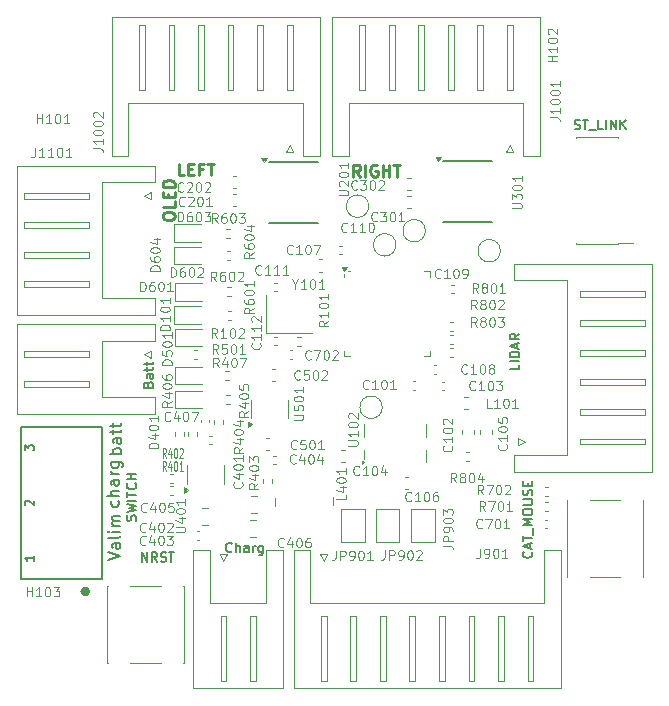
<source format=gbr>
%TF.GenerationSoftware,KiCad,Pcbnew,8.0.5*%
%TF.CreationDate,2024-10-22T23:27:25+02:00*%
%TF.ProjectId,TagBot,54616742-6f74-42e6-9b69-6361645f7063,rev?*%
%TF.SameCoordinates,Original*%
%TF.FileFunction,Legend,Top*%
%TF.FilePolarity,Positive*%
%FSLAX46Y46*%
G04 Gerber Fmt 4.6, Leading zero omitted, Abs format (unit mm)*
G04 Created by KiCad (PCBNEW 8.0.5) date 2024-10-22 23:27:25*
%MOMM*%
%LPD*%
G01*
G04 APERTURE LIST*
%ADD10C,0.200000*%
%ADD11C,0.250000*%
%ADD12C,0.150000*%
%ADD13C,0.160000*%
%ADD14C,0.100000*%
%ADD15C,0.400000*%
%ADD16C,0.120000*%
G04 APERTURE END LIST*
D10*
X43852219Y-82052380D02*
X44852219Y-81719047D01*
X44852219Y-81719047D02*
X43852219Y-81385714D01*
X44852219Y-80623809D02*
X44328409Y-80623809D01*
X44328409Y-80623809D02*
X44233171Y-80671428D01*
X44233171Y-80671428D02*
X44185552Y-80766666D01*
X44185552Y-80766666D02*
X44185552Y-80957142D01*
X44185552Y-80957142D02*
X44233171Y-81052380D01*
X44804600Y-80623809D02*
X44852219Y-80719047D01*
X44852219Y-80719047D02*
X44852219Y-80957142D01*
X44852219Y-80957142D02*
X44804600Y-81052380D01*
X44804600Y-81052380D02*
X44709361Y-81099999D01*
X44709361Y-81099999D02*
X44614123Y-81099999D01*
X44614123Y-81099999D02*
X44518885Y-81052380D01*
X44518885Y-81052380D02*
X44471266Y-80957142D01*
X44471266Y-80957142D02*
X44471266Y-80719047D01*
X44471266Y-80719047D02*
X44423647Y-80623809D01*
X44852219Y-80004761D02*
X44804600Y-80099999D01*
X44804600Y-80099999D02*
X44709361Y-80147618D01*
X44709361Y-80147618D02*
X43852219Y-80147618D01*
X44852219Y-79623808D02*
X44185552Y-79623808D01*
X43852219Y-79623808D02*
X43899838Y-79671427D01*
X43899838Y-79671427D02*
X43947457Y-79623808D01*
X43947457Y-79623808D02*
X43899838Y-79576189D01*
X43899838Y-79576189D02*
X43852219Y-79623808D01*
X43852219Y-79623808D02*
X43947457Y-79623808D01*
X44852219Y-79147618D02*
X44185552Y-79147618D01*
X44280790Y-79147618D02*
X44233171Y-79099999D01*
X44233171Y-79099999D02*
X44185552Y-79004761D01*
X44185552Y-79004761D02*
X44185552Y-78861904D01*
X44185552Y-78861904D02*
X44233171Y-78766666D01*
X44233171Y-78766666D02*
X44328409Y-78719047D01*
X44328409Y-78719047D02*
X44852219Y-78719047D01*
X44328409Y-78719047D02*
X44233171Y-78671428D01*
X44233171Y-78671428D02*
X44185552Y-78576190D01*
X44185552Y-78576190D02*
X44185552Y-78433333D01*
X44185552Y-78433333D02*
X44233171Y-78338094D01*
X44233171Y-78338094D02*
X44328409Y-78290475D01*
X44328409Y-78290475D02*
X44852219Y-78290475D01*
X44952219Y-73038095D02*
X43952219Y-73038095D01*
X44333171Y-73038095D02*
X44285552Y-72942857D01*
X44285552Y-72942857D02*
X44285552Y-72752381D01*
X44285552Y-72752381D02*
X44333171Y-72657143D01*
X44333171Y-72657143D02*
X44380790Y-72609524D01*
X44380790Y-72609524D02*
X44476028Y-72561905D01*
X44476028Y-72561905D02*
X44761742Y-72561905D01*
X44761742Y-72561905D02*
X44856980Y-72609524D01*
X44856980Y-72609524D02*
X44904600Y-72657143D01*
X44904600Y-72657143D02*
X44952219Y-72752381D01*
X44952219Y-72752381D02*
X44952219Y-72942857D01*
X44952219Y-72942857D02*
X44904600Y-73038095D01*
X44952219Y-71704762D02*
X44428409Y-71704762D01*
X44428409Y-71704762D02*
X44333171Y-71752381D01*
X44333171Y-71752381D02*
X44285552Y-71847619D01*
X44285552Y-71847619D02*
X44285552Y-72038095D01*
X44285552Y-72038095D02*
X44333171Y-72133333D01*
X44904600Y-71704762D02*
X44952219Y-71800000D01*
X44952219Y-71800000D02*
X44952219Y-72038095D01*
X44952219Y-72038095D02*
X44904600Y-72133333D01*
X44904600Y-72133333D02*
X44809361Y-72180952D01*
X44809361Y-72180952D02*
X44714123Y-72180952D01*
X44714123Y-72180952D02*
X44618885Y-72133333D01*
X44618885Y-72133333D02*
X44571266Y-72038095D01*
X44571266Y-72038095D02*
X44571266Y-71800000D01*
X44571266Y-71800000D02*
X44523647Y-71704762D01*
X44285552Y-71371428D02*
X44285552Y-70990476D01*
X43952219Y-71228571D02*
X44809361Y-71228571D01*
X44809361Y-71228571D02*
X44904600Y-71180952D01*
X44904600Y-71180952D02*
X44952219Y-71085714D01*
X44952219Y-71085714D02*
X44952219Y-70990476D01*
X44285552Y-70799999D02*
X44285552Y-70419047D01*
X43952219Y-70657142D02*
X44809361Y-70657142D01*
X44809361Y-70657142D02*
X44904600Y-70609523D01*
X44904600Y-70609523D02*
X44952219Y-70514285D01*
X44952219Y-70514285D02*
X44952219Y-70419047D01*
X46153600Y-78716041D02*
X46191695Y-78601755D01*
X46191695Y-78601755D02*
X46191695Y-78411279D01*
X46191695Y-78411279D02*
X46153600Y-78335088D01*
X46153600Y-78335088D02*
X46115504Y-78296993D01*
X46115504Y-78296993D02*
X46039314Y-78258898D01*
X46039314Y-78258898D02*
X45963123Y-78258898D01*
X45963123Y-78258898D02*
X45886933Y-78296993D01*
X45886933Y-78296993D02*
X45848838Y-78335088D01*
X45848838Y-78335088D02*
X45810742Y-78411279D01*
X45810742Y-78411279D02*
X45772647Y-78563660D01*
X45772647Y-78563660D02*
X45734552Y-78639850D01*
X45734552Y-78639850D02*
X45696457Y-78677945D01*
X45696457Y-78677945D02*
X45620266Y-78716041D01*
X45620266Y-78716041D02*
X45544076Y-78716041D01*
X45544076Y-78716041D02*
X45467885Y-78677945D01*
X45467885Y-78677945D02*
X45429790Y-78639850D01*
X45429790Y-78639850D02*
X45391695Y-78563660D01*
X45391695Y-78563660D02*
X45391695Y-78373183D01*
X45391695Y-78373183D02*
X45429790Y-78258898D01*
X45391695Y-77992231D02*
X46191695Y-77801755D01*
X46191695Y-77801755D02*
X45620266Y-77649374D01*
X45620266Y-77649374D02*
X46191695Y-77496993D01*
X46191695Y-77496993D02*
X45391695Y-77306517D01*
X46191695Y-77001754D02*
X45391695Y-77001754D01*
X45391695Y-76735088D02*
X45391695Y-76277945D01*
X46191695Y-76506517D02*
X45391695Y-76506517D01*
X46115504Y-75554135D02*
X46153600Y-75592231D01*
X46153600Y-75592231D02*
X46191695Y-75706516D01*
X46191695Y-75706516D02*
X46191695Y-75782707D01*
X46191695Y-75782707D02*
X46153600Y-75896993D01*
X46153600Y-75896993D02*
X46077409Y-75973183D01*
X46077409Y-75973183D02*
X46001219Y-76011278D01*
X46001219Y-76011278D02*
X45848838Y-76049374D01*
X45848838Y-76049374D02*
X45734552Y-76049374D01*
X45734552Y-76049374D02*
X45582171Y-76011278D01*
X45582171Y-76011278D02*
X45505980Y-75973183D01*
X45505980Y-75973183D02*
X45429790Y-75896993D01*
X45429790Y-75896993D02*
X45391695Y-75782707D01*
X45391695Y-75782707D02*
X45391695Y-75706516D01*
X45391695Y-75706516D02*
X45429790Y-75592231D01*
X45429790Y-75592231D02*
X45467885Y-75554135D01*
X46191695Y-75211278D02*
X45391695Y-75211278D01*
X45772647Y-75211278D02*
X45772647Y-74754135D01*
X46191695Y-74754135D02*
X45391695Y-74754135D01*
D11*
X65173996Y-49564619D02*
X64840663Y-49088428D01*
X64602568Y-49564619D02*
X64602568Y-48564619D01*
X64602568Y-48564619D02*
X64983520Y-48564619D01*
X64983520Y-48564619D02*
X65078758Y-48612238D01*
X65078758Y-48612238D02*
X65126377Y-48659857D01*
X65126377Y-48659857D02*
X65173996Y-48755095D01*
X65173996Y-48755095D02*
X65173996Y-48897952D01*
X65173996Y-48897952D02*
X65126377Y-48993190D01*
X65126377Y-48993190D02*
X65078758Y-49040809D01*
X65078758Y-49040809D02*
X64983520Y-49088428D01*
X64983520Y-49088428D02*
X64602568Y-49088428D01*
X65602568Y-49564619D02*
X65602568Y-48564619D01*
X66602567Y-48612238D02*
X66507329Y-48564619D01*
X66507329Y-48564619D02*
X66364472Y-48564619D01*
X66364472Y-48564619D02*
X66221615Y-48612238D01*
X66221615Y-48612238D02*
X66126377Y-48707476D01*
X66126377Y-48707476D02*
X66078758Y-48802714D01*
X66078758Y-48802714D02*
X66031139Y-48993190D01*
X66031139Y-48993190D02*
X66031139Y-49136047D01*
X66031139Y-49136047D02*
X66078758Y-49326523D01*
X66078758Y-49326523D02*
X66126377Y-49421761D01*
X66126377Y-49421761D02*
X66221615Y-49517000D01*
X66221615Y-49517000D02*
X66364472Y-49564619D01*
X66364472Y-49564619D02*
X66459710Y-49564619D01*
X66459710Y-49564619D02*
X66602567Y-49517000D01*
X66602567Y-49517000D02*
X66650186Y-49469380D01*
X66650186Y-49469380D02*
X66650186Y-49136047D01*
X66650186Y-49136047D02*
X66459710Y-49136047D01*
X67078758Y-49564619D02*
X67078758Y-48564619D01*
X67078758Y-49040809D02*
X67650186Y-49040809D01*
X67650186Y-49564619D02*
X67650186Y-48564619D01*
X67983520Y-48564619D02*
X68554948Y-48564619D01*
X68269234Y-49564619D02*
X68269234Y-48564619D01*
X50278758Y-49464619D02*
X49802568Y-49464619D01*
X49802568Y-49464619D02*
X49802568Y-48464619D01*
X50612092Y-48940809D02*
X50945425Y-48940809D01*
X51088282Y-49464619D02*
X50612092Y-49464619D01*
X50612092Y-49464619D02*
X50612092Y-48464619D01*
X50612092Y-48464619D02*
X51088282Y-48464619D01*
X51850187Y-48940809D02*
X51516854Y-48940809D01*
X51516854Y-49464619D02*
X51516854Y-48464619D01*
X51516854Y-48464619D02*
X51993044Y-48464619D01*
X52231140Y-48464619D02*
X52802568Y-48464619D01*
X52516854Y-49464619D02*
X52516854Y-48464619D01*
X48464619Y-53006955D02*
X48464619Y-52816479D01*
X48464619Y-52816479D02*
X48512238Y-52721241D01*
X48512238Y-52721241D02*
X48607476Y-52626003D01*
X48607476Y-52626003D02*
X48797952Y-52578384D01*
X48797952Y-52578384D02*
X49131285Y-52578384D01*
X49131285Y-52578384D02*
X49321761Y-52626003D01*
X49321761Y-52626003D02*
X49417000Y-52721241D01*
X49417000Y-52721241D02*
X49464619Y-52816479D01*
X49464619Y-52816479D02*
X49464619Y-53006955D01*
X49464619Y-53006955D02*
X49417000Y-53102193D01*
X49417000Y-53102193D02*
X49321761Y-53197431D01*
X49321761Y-53197431D02*
X49131285Y-53245050D01*
X49131285Y-53245050D02*
X48797952Y-53245050D01*
X48797952Y-53245050D02*
X48607476Y-53197431D01*
X48607476Y-53197431D02*
X48512238Y-53102193D01*
X48512238Y-53102193D02*
X48464619Y-53006955D01*
X49464619Y-51673622D02*
X49464619Y-52149812D01*
X49464619Y-52149812D02*
X48464619Y-52149812D01*
X48940809Y-51340288D02*
X48940809Y-51006955D01*
X49464619Y-50864098D02*
X49464619Y-51340288D01*
X49464619Y-51340288D02*
X48464619Y-51340288D01*
X48464619Y-51340288D02*
X48464619Y-50864098D01*
X49464619Y-50435526D02*
X48464619Y-50435526D01*
X48464619Y-50435526D02*
X48464619Y-50197431D01*
X48464619Y-50197431D02*
X48512238Y-50054574D01*
X48512238Y-50054574D02*
X48607476Y-49959336D01*
X48607476Y-49959336D02*
X48702714Y-49911717D01*
X48702714Y-49911717D02*
X48893190Y-49864098D01*
X48893190Y-49864098D02*
X49036047Y-49864098D01*
X49036047Y-49864098D02*
X49226523Y-49911717D01*
X49226523Y-49911717D02*
X49321761Y-49959336D01*
X49321761Y-49959336D02*
X49417000Y-50054574D01*
X49417000Y-50054574D02*
X49464619Y-50197431D01*
X49464619Y-50197431D02*
X49464619Y-50435526D01*
D10*
X44704600Y-77028571D02*
X44752219Y-77123809D01*
X44752219Y-77123809D02*
X44752219Y-77314285D01*
X44752219Y-77314285D02*
X44704600Y-77409523D01*
X44704600Y-77409523D02*
X44656980Y-77457142D01*
X44656980Y-77457142D02*
X44561742Y-77504761D01*
X44561742Y-77504761D02*
X44276028Y-77504761D01*
X44276028Y-77504761D02*
X44180790Y-77457142D01*
X44180790Y-77457142D02*
X44133171Y-77409523D01*
X44133171Y-77409523D02*
X44085552Y-77314285D01*
X44085552Y-77314285D02*
X44085552Y-77123809D01*
X44085552Y-77123809D02*
X44133171Y-77028571D01*
X44752219Y-76599999D02*
X43752219Y-76599999D01*
X44752219Y-76171428D02*
X44228409Y-76171428D01*
X44228409Y-76171428D02*
X44133171Y-76219047D01*
X44133171Y-76219047D02*
X44085552Y-76314285D01*
X44085552Y-76314285D02*
X44085552Y-76457142D01*
X44085552Y-76457142D02*
X44133171Y-76552380D01*
X44133171Y-76552380D02*
X44180790Y-76599999D01*
X44752219Y-75266666D02*
X44228409Y-75266666D01*
X44228409Y-75266666D02*
X44133171Y-75314285D01*
X44133171Y-75314285D02*
X44085552Y-75409523D01*
X44085552Y-75409523D02*
X44085552Y-75599999D01*
X44085552Y-75599999D02*
X44133171Y-75695237D01*
X44704600Y-75266666D02*
X44752219Y-75361904D01*
X44752219Y-75361904D02*
X44752219Y-75599999D01*
X44752219Y-75599999D02*
X44704600Y-75695237D01*
X44704600Y-75695237D02*
X44609361Y-75742856D01*
X44609361Y-75742856D02*
X44514123Y-75742856D01*
X44514123Y-75742856D02*
X44418885Y-75695237D01*
X44418885Y-75695237D02*
X44371266Y-75599999D01*
X44371266Y-75599999D02*
X44371266Y-75361904D01*
X44371266Y-75361904D02*
X44323647Y-75266666D01*
X44752219Y-74790475D02*
X44085552Y-74790475D01*
X44276028Y-74790475D02*
X44180790Y-74742856D01*
X44180790Y-74742856D02*
X44133171Y-74695237D01*
X44133171Y-74695237D02*
X44085552Y-74599999D01*
X44085552Y-74599999D02*
X44085552Y-74504761D01*
X44085552Y-73742856D02*
X44895076Y-73742856D01*
X44895076Y-73742856D02*
X44990314Y-73790475D01*
X44990314Y-73790475D02*
X45037933Y-73838094D01*
X45037933Y-73838094D02*
X45085552Y-73933332D01*
X45085552Y-73933332D02*
X45085552Y-74076189D01*
X45085552Y-74076189D02*
X45037933Y-74171427D01*
X44704600Y-73742856D02*
X44752219Y-73838094D01*
X44752219Y-73838094D02*
X44752219Y-74028570D01*
X44752219Y-74028570D02*
X44704600Y-74123808D01*
X44704600Y-74123808D02*
X44656980Y-74171427D01*
X44656980Y-74171427D02*
X44561742Y-74219046D01*
X44561742Y-74219046D02*
X44276028Y-74219046D01*
X44276028Y-74219046D02*
X44180790Y-74171427D01*
X44180790Y-74171427D02*
X44133171Y-74123808D01*
X44133171Y-74123808D02*
X44085552Y-74028570D01*
X44085552Y-74028570D02*
X44085552Y-73838094D01*
X44085552Y-73838094D02*
X44133171Y-73742856D01*
D12*
X37562295Y-81717142D02*
X37562295Y-82082857D01*
X37562295Y-81900000D02*
X36762295Y-81900000D01*
X36762295Y-81900000D02*
X36876580Y-81960952D01*
X36876580Y-81960952D02*
X36952771Y-82021904D01*
X36952771Y-82021904D02*
X36990866Y-82082857D01*
X36838485Y-77382857D02*
X36800390Y-77352381D01*
X36800390Y-77352381D02*
X36762295Y-77291428D01*
X36762295Y-77291428D02*
X36762295Y-77139047D01*
X36762295Y-77139047D02*
X36800390Y-77078095D01*
X36800390Y-77078095D02*
X36838485Y-77047619D01*
X36838485Y-77047619D02*
X36914676Y-77017142D01*
X36914676Y-77017142D02*
X36990866Y-77017142D01*
X36990866Y-77017142D02*
X37105152Y-77047619D01*
X37105152Y-77047619D02*
X37562295Y-77413333D01*
X37562295Y-77413333D02*
X37562295Y-77017142D01*
X36762295Y-72713333D02*
X36762295Y-72317142D01*
X36762295Y-72317142D02*
X37067057Y-72530476D01*
X37067057Y-72530476D02*
X37067057Y-72439047D01*
X37067057Y-72439047D02*
X37105152Y-72378095D01*
X37105152Y-72378095D02*
X37143247Y-72347619D01*
X37143247Y-72347619D02*
X37219438Y-72317142D01*
X37219438Y-72317142D02*
X37409914Y-72317142D01*
X37409914Y-72317142D02*
X37486104Y-72347619D01*
X37486104Y-72347619D02*
X37524200Y-72378095D01*
X37524200Y-72378095D02*
X37562295Y-72439047D01*
X37562295Y-72439047D02*
X37562295Y-72621904D01*
X37562295Y-72621904D02*
X37524200Y-72682857D01*
X37524200Y-72682857D02*
X37486104Y-72713333D01*
D13*
X54314285Y-81285584D02*
X54276189Y-81323680D01*
X54276189Y-81323680D02*
X54161904Y-81361775D01*
X54161904Y-81361775D02*
X54085713Y-81361775D01*
X54085713Y-81361775D02*
X53971427Y-81323680D01*
X53971427Y-81323680D02*
X53895237Y-81247489D01*
X53895237Y-81247489D02*
X53857142Y-81171299D01*
X53857142Y-81171299D02*
X53819046Y-81018918D01*
X53819046Y-81018918D02*
X53819046Y-80904632D01*
X53819046Y-80904632D02*
X53857142Y-80752251D01*
X53857142Y-80752251D02*
X53895237Y-80676060D01*
X53895237Y-80676060D02*
X53971427Y-80599870D01*
X53971427Y-80599870D02*
X54085713Y-80561775D01*
X54085713Y-80561775D02*
X54161904Y-80561775D01*
X54161904Y-80561775D02*
X54276189Y-80599870D01*
X54276189Y-80599870D02*
X54314285Y-80637965D01*
X54657142Y-81361775D02*
X54657142Y-80561775D01*
X54999999Y-81361775D02*
X54999999Y-80942727D01*
X54999999Y-80942727D02*
X54961904Y-80866537D01*
X54961904Y-80866537D02*
X54885713Y-80828441D01*
X54885713Y-80828441D02*
X54771427Y-80828441D01*
X54771427Y-80828441D02*
X54695237Y-80866537D01*
X54695237Y-80866537D02*
X54657142Y-80904632D01*
X55723809Y-81361775D02*
X55723809Y-80942727D01*
X55723809Y-80942727D02*
X55685714Y-80866537D01*
X55685714Y-80866537D02*
X55609523Y-80828441D01*
X55609523Y-80828441D02*
X55457142Y-80828441D01*
X55457142Y-80828441D02*
X55380952Y-80866537D01*
X55723809Y-81323680D02*
X55647618Y-81361775D01*
X55647618Y-81361775D02*
X55457142Y-81361775D01*
X55457142Y-81361775D02*
X55380952Y-81323680D01*
X55380952Y-81323680D02*
X55342856Y-81247489D01*
X55342856Y-81247489D02*
X55342856Y-81171299D01*
X55342856Y-81171299D02*
X55380952Y-81095108D01*
X55380952Y-81095108D02*
X55457142Y-81057013D01*
X55457142Y-81057013D02*
X55647618Y-81057013D01*
X55647618Y-81057013D02*
X55723809Y-81018918D01*
X56104762Y-81361775D02*
X56104762Y-80828441D01*
X56104762Y-80980822D02*
X56142857Y-80904632D01*
X56142857Y-80904632D02*
X56180952Y-80866537D01*
X56180952Y-80866537D02*
X56257143Y-80828441D01*
X56257143Y-80828441D02*
X56333333Y-80828441D01*
X56942857Y-80828441D02*
X56942857Y-81476060D01*
X56942857Y-81476060D02*
X56904762Y-81552251D01*
X56904762Y-81552251D02*
X56866666Y-81590346D01*
X56866666Y-81590346D02*
X56790476Y-81628441D01*
X56790476Y-81628441D02*
X56676190Y-81628441D01*
X56676190Y-81628441D02*
X56600000Y-81590346D01*
X56942857Y-81323680D02*
X56866666Y-81361775D01*
X56866666Y-81361775D02*
X56714285Y-81361775D01*
X56714285Y-81361775D02*
X56638095Y-81323680D01*
X56638095Y-81323680D02*
X56600000Y-81285584D01*
X56600000Y-81285584D02*
X56561904Y-81209394D01*
X56561904Y-81209394D02*
X56561904Y-80980822D01*
X56561904Y-80980822D02*
X56600000Y-80904632D01*
X56600000Y-80904632D02*
X56638095Y-80866537D01*
X56638095Y-80866537D02*
X56714285Y-80828441D01*
X56714285Y-80828441D02*
X56866666Y-80828441D01*
X56866666Y-80828441D02*
X56942857Y-80866537D01*
D14*
X63964895Y-76495238D02*
X63964895Y-76876190D01*
X63964895Y-76876190D02*
X63164895Y-76876190D01*
X63431561Y-75885714D02*
X63964895Y-75885714D01*
X63126800Y-76076190D02*
X63698228Y-76266667D01*
X63698228Y-76266667D02*
X63698228Y-75771428D01*
X63164895Y-75314285D02*
X63164895Y-75238095D01*
X63164895Y-75238095D02*
X63202990Y-75161904D01*
X63202990Y-75161904D02*
X63241085Y-75123809D01*
X63241085Y-75123809D02*
X63317276Y-75085714D01*
X63317276Y-75085714D02*
X63469657Y-75047619D01*
X63469657Y-75047619D02*
X63660133Y-75047619D01*
X63660133Y-75047619D02*
X63812514Y-75085714D01*
X63812514Y-75085714D02*
X63888704Y-75123809D01*
X63888704Y-75123809D02*
X63926800Y-75161904D01*
X63926800Y-75161904D02*
X63964895Y-75238095D01*
X63964895Y-75238095D02*
X63964895Y-75314285D01*
X63964895Y-75314285D02*
X63926800Y-75390476D01*
X63926800Y-75390476D02*
X63888704Y-75428571D01*
X63888704Y-75428571D02*
X63812514Y-75466666D01*
X63812514Y-75466666D02*
X63660133Y-75504762D01*
X63660133Y-75504762D02*
X63469657Y-75504762D01*
X63469657Y-75504762D02*
X63317276Y-75466666D01*
X63317276Y-75466666D02*
X63241085Y-75428571D01*
X63241085Y-75428571D02*
X63202990Y-75390476D01*
X63202990Y-75390476D02*
X63164895Y-75314285D01*
X63964895Y-74285714D02*
X63964895Y-74742857D01*
X63964895Y-74514285D02*
X63164895Y-74514285D01*
X63164895Y-74514285D02*
X63279180Y-74590476D01*
X63279180Y-74590476D02*
X63355371Y-74666666D01*
X63355371Y-74666666D02*
X63393466Y-74742857D01*
X36928571Y-85114895D02*
X36928571Y-84314895D01*
X36928571Y-84695847D02*
X37385714Y-84695847D01*
X37385714Y-85114895D02*
X37385714Y-84314895D01*
X38185713Y-85114895D02*
X37728570Y-85114895D01*
X37957142Y-85114895D02*
X37957142Y-84314895D01*
X37957142Y-84314895D02*
X37880951Y-84429180D01*
X37880951Y-84429180D02*
X37804761Y-84505371D01*
X37804761Y-84505371D02*
X37728570Y-84543466D01*
X38680952Y-84314895D02*
X38757142Y-84314895D01*
X38757142Y-84314895D02*
X38833333Y-84352990D01*
X38833333Y-84352990D02*
X38871428Y-84391085D01*
X38871428Y-84391085D02*
X38909523Y-84467276D01*
X38909523Y-84467276D02*
X38947618Y-84619657D01*
X38947618Y-84619657D02*
X38947618Y-84810133D01*
X38947618Y-84810133D02*
X38909523Y-84962514D01*
X38909523Y-84962514D02*
X38871428Y-85038704D01*
X38871428Y-85038704D02*
X38833333Y-85076800D01*
X38833333Y-85076800D02*
X38757142Y-85114895D01*
X38757142Y-85114895D02*
X38680952Y-85114895D01*
X38680952Y-85114895D02*
X38604761Y-85076800D01*
X38604761Y-85076800D02*
X38566666Y-85038704D01*
X38566666Y-85038704D02*
X38528571Y-84962514D01*
X38528571Y-84962514D02*
X38490475Y-84810133D01*
X38490475Y-84810133D02*
X38490475Y-84619657D01*
X38490475Y-84619657D02*
X38528571Y-84467276D01*
X38528571Y-84467276D02*
X38566666Y-84391085D01*
X38566666Y-84391085D02*
X38604761Y-84352990D01*
X38604761Y-84352990D02*
X38680952Y-84314895D01*
X39214285Y-84314895D02*
X39709523Y-84314895D01*
X39709523Y-84314895D02*
X39442857Y-84619657D01*
X39442857Y-84619657D02*
X39557142Y-84619657D01*
X39557142Y-84619657D02*
X39633333Y-84657752D01*
X39633333Y-84657752D02*
X39671428Y-84695847D01*
X39671428Y-84695847D02*
X39709523Y-84772038D01*
X39709523Y-84772038D02*
X39709523Y-84962514D01*
X39709523Y-84962514D02*
X39671428Y-85038704D01*
X39671428Y-85038704D02*
X39633333Y-85076800D01*
X39633333Y-85076800D02*
X39557142Y-85114895D01*
X39557142Y-85114895D02*
X39328571Y-85114895D01*
X39328571Y-85114895D02*
X39252380Y-85076800D01*
X39252380Y-85076800D02*
X39214285Y-85038704D01*
X59657143Y-58683942D02*
X59657143Y-59064895D01*
X59390476Y-58264895D02*
X59657143Y-58683942D01*
X59657143Y-58683942D02*
X59923809Y-58264895D01*
X60609523Y-59064895D02*
X60152380Y-59064895D01*
X60380952Y-59064895D02*
X60380952Y-58264895D01*
X60380952Y-58264895D02*
X60304761Y-58379180D01*
X60304761Y-58379180D02*
X60228571Y-58455371D01*
X60228571Y-58455371D02*
X60152380Y-58493466D01*
X61104762Y-58264895D02*
X61180952Y-58264895D01*
X61180952Y-58264895D02*
X61257143Y-58302990D01*
X61257143Y-58302990D02*
X61295238Y-58341085D01*
X61295238Y-58341085D02*
X61333333Y-58417276D01*
X61333333Y-58417276D02*
X61371428Y-58569657D01*
X61371428Y-58569657D02*
X61371428Y-58760133D01*
X61371428Y-58760133D02*
X61333333Y-58912514D01*
X61333333Y-58912514D02*
X61295238Y-58988704D01*
X61295238Y-58988704D02*
X61257143Y-59026800D01*
X61257143Y-59026800D02*
X61180952Y-59064895D01*
X61180952Y-59064895D02*
X61104762Y-59064895D01*
X61104762Y-59064895D02*
X61028571Y-59026800D01*
X61028571Y-59026800D02*
X60990476Y-58988704D01*
X60990476Y-58988704D02*
X60952381Y-58912514D01*
X60952381Y-58912514D02*
X60914285Y-58760133D01*
X60914285Y-58760133D02*
X60914285Y-58569657D01*
X60914285Y-58569657D02*
X60952381Y-58417276D01*
X60952381Y-58417276D02*
X60990476Y-58341085D01*
X60990476Y-58341085D02*
X61028571Y-58302990D01*
X61028571Y-58302990D02*
X61104762Y-58264895D01*
X62133333Y-59064895D02*
X61676190Y-59064895D01*
X61904762Y-59064895D02*
X61904762Y-58264895D01*
X61904762Y-58264895D02*
X61828571Y-58379180D01*
X61828571Y-58379180D02*
X61752381Y-58455371D01*
X61752381Y-58455371D02*
X61676190Y-58493466D01*
X50204762Y-50788704D02*
X50166666Y-50826800D01*
X50166666Y-50826800D02*
X50052381Y-50864895D01*
X50052381Y-50864895D02*
X49976190Y-50864895D01*
X49976190Y-50864895D02*
X49861904Y-50826800D01*
X49861904Y-50826800D02*
X49785714Y-50750609D01*
X49785714Y-50750609D02*
X49747619Y-50674419D01*
X49747619Y-50674419D02*
X49709523Y-50522038D01*
X49709523Y-50522038D02*
X49709523Y-50407752D01*
X49709523Y-50407752D02*
X49747619Y-50255371D01*
X49747619Y-50255371D02*
X49785714Y-50179180D01*
X49785714Y-50179180D02*
X49861904Y-50102990D01*
X49861904Y-50102990D02*
X49976190Y-50064895D01*
X49976190Y-50064895D02*
X50052381Y-50064895D01*
X50052381Y-50064895D02*
X50166666Y-50102990D01*
X50166666Y-50102990D02*
X50204762Y-50141085D01*
X50509523Y-50141085D02*
X50547619Y-50102990D01*
X50547619Y-50102990D02*
X50623809Y-50064895D01*
X50623809Y-50064895D02*
X50814285Y-50064895D01*
X50814285Y-50064895D02*
X50890476Y-50102990D01*
X50890476Y-50102990D02*
X50928571Y-50141085D01*
X50928571Y-50141085D02*
X50966666Y-50217276D01*
X50966666Y-50217276D02*
X50966666Y-50293466D01*
X50966666Y-50293466D02*
X50928571Y-50407752D01*
X50928571Y-50407752D02*
X50471428Y-50864895D01*
X50471428Y-50864895D02*
X50966666Y-50864895D01*
X51461905Y-50064895D02*
X51538095Y-50064895D01*
X51538095Y-50064895D02*
X51614286Y-50102990D01*
X51614286Y-50102990D02*
X51652381Y-50141085D01*
X51652381Y-50141085D02*
X51690476Y-50217276D01*
X51690476Y-50217276D02*
X51728571Y-50369657D01*
X51728571Y-50369657D02*
X51728571Y-50560133D01*
X51728571Y-50560133D02*
X51690476Y-50712514D01*
X51690476Y-50712514D02*
X51652381Y-50788704D01*
X51652381Y-50788704D02*
X51614286Y-50826800D01*
X51614286Y-50826800D02*
X51538095Y-50864895D01*
X51538095Y-50864895D02*
X51461905Y-50864895D01*
X51461905Y-50864895D02*
X51385714Y-50826800D01*
X51385714Y-50826800D02*
X51347619Y-50788704D01*
X51347619Y-50788704D02*
X51309524Y-50712514D01*
X51309524Y-50712514D02*
X51271428Y-50560133D01*
X51271428Y-50560133D02*
X51271428Y-50369657D01*
X51271428Y-50369657D02*
X51309524Y-50217276D01*
X51309524Y-50217276D02*
X51347619Y-50141085D01*
X51347619Y-50141085D02*
X51385714Y-50102990D01*
X51385714Y-50102990D02*
X51461905Y-50064895D01*
X52033333Y-50141085D02*
X52071429Y-50102990D01*
X52071429Y-50102990D02*
X52147619Y-50064895D01*
X52147619Y-50064895D02*
X52338095Y-50064895D01*
X52338095Y-50064895D02*
X52414286Y-50102990D01*
X52414286Y-50102990D02*
X52452381Y-50141085D01*
X52452381Y-50141085D02*
X52490476Y-50217276D01*
X52490476Y-50217276D02*
X52490476Y-50293466D01*
X52490476Y-50293466D02*
X52452381Y-50407752D01*
X52452381Y-50407752D02*
X51995238Y-50864895D01*
X51995238Y-50864895D02*
X52490476Y-50864895D01*
X67271428Y-81214895D02*
X67271428Y-81786323D01*
X67271428Y-81786323D02*
X67233333Y-81900609D01*
X67233333Y-81900609D02*
X67157142Y-81976800D01*
X67157142Y-81976800D02*
X67042857Y-82014895D01*
X67042857Y-82014895D02*
X66966666Y-82014895D01*
X67652381Y-82014895D02*
X67652381Y-81214895D01*
X67652381Y-81214895D02*
X67957143Y-81214895D01*
X67957143Y-81214895D02*
X68033333Y-81252990D01*
X68033333Y-81252990D02*
X68071428Y-81291085D01*
X68071428Y-81291085D02*
X68109524Y-81367276D01*
X68109524Y-81367276D02*
X68109524Y-81481561D01*
X68109524Y-81481561D02*
X68071428Y-81557752D01*
X68071428Y-81557752D02*
X68033333Y-81595847D01*
X68033333Y-81595847D02*
X67957143Y-81633942D01*
X67957143Y-81633942D02*
X67652381Y-81633942D01*
X68490476Y-82014895D02*
X68642857Y-82014895D01*
X68642857Y-82014895D02*
X68719047Y-81976800D01*
X68719047Y-81976800D02*
X68757143Y-81938704D01*
X68757143Y-81938704D02*
X68833333Y-81824419D01*
X68833333Y-81824419D02*
X68871428Y-81672038D01*
X68871428Y-81672038D02*
X68871428Y-81367276D01*
X68871428Y-81367276D02*
X68833333Y-81291085D01*
X68833333Y-81291085D02*
X68795238Y-81252990D01*
X68795238Y-81252990D02*
X68719047Y-81214895D01*
X68719047Y-81214895D02*
X68566666Y-81214895D01*
X68566666Y-81214895D02*
X68490476Y-81252990D01*
X68490476Y-81252990D02*
X68452381Y-81291085D01*
X68452381Y-81291085D02*
X68414285Y-81367276D01*
X68414285Y-81367276D02*
X68414285Y-81557752D01*
X68414285Y-81557752D02*
X68452381Y-81633942D01*
X68452381Y-81633942D02*
X68490476Y-81672038D01*
X68490476Y-81672038D02*
X68566666Y-81710133D01*
X68566666Y-81710133D02*
X68719047Y-81710133D01*
X68719047Y-81710133D02*
X68795238Y-81672038D01*
X68795238Y-81672038D02*
X68833333Y-81633942D01*
X68833333Y-81633942D02*
X68871428Y-81557752D01*
X69366667Y-81214895D02*
X69442857Y-81214895D01*
X69442857Y-81214895D02*
X69519048Y-81252990D01*
X69519048Y-81252990D02*
X69557143Y-81291085D01*
X69557143Y-81291085D02*
X69595238Y-81367276D01*
X69595238Y-81367276D02*
X69633333Y-81519657D01*
X69633333Y-81519657D02*
X69633333Y-81710133D01*
X69633333Y-81710133D02*
X69595238Y-81862514D01*
X69595238Y-81862514D02*
X69557143Y-81938704D01*
X69557143Y-81938704D02*
X69519048Y-81976800D01*
X69519048Y-81976800D02*
X69442857Y-82014895D01*
X69442857Y-82014895D02*
X69366667Y-82014895D01*
X69366667Y-82014895D02*
X69290476Y-81976800D01*
X69290476Y-81976800D02*
X69252381Y-81938704D01*
X69252381Y-81938704D02*
X69214286Y-81862514D01*
X69214286Y-81862514D02*
X69176190Y-81710133D01*
X69176190Y-81710133D02*
X69176190Y-81519657D01*
X69176190Y-81519657D02*
X69214286Y-81367276D01*
X69214286Y-81367276D02*
X69252381Y-81291085D01*
X69252381Y-81291085D02*
X69290476Y-81252990D01*
X69290476Y-81252990D02*
X69366667Y-81214895D01*
X69938095Y-81291085D02*
X69976191Y-81252990D01*
X69976191Y-81252990D02*
X70052381Y-81214895D01*
X70052381Y-81214895D02*
X70242857Y-81214895D01*
X70242857Y-81214895D02*
X70319048Y-81252990D01*
X70319048Y-81252990D02*
X70357143Y-81291085D01*
X70357143Y-81291085D02*
X70395238Y-81367276D01*
X70395238Y-81367276D02*
X70395238Y-81443466D01*
X70395238Y-81443466D02*
X70357143Y-81557752D01*
X70357143Y-81557752D02*
X69900000Y-82014895D01*
X69900000Y-82014895D02*
X70395238Y-82014895D01*
X48214895Y-57552380D02*
X47414895Y-57552380D01*
X47414895Y-57552380D02*
X47414895Y-57361904D01*
X47414895Y-57361904D02*
X47452990Y-57247618D01*
X47452990Y-57247618D02*
X47529180Y-57171428D01*
X47529180Y-57171428D02*
X47605371Y-57133333D01*
X47605371Y-57133333D02*
X47757752Y-57095237D01*
X47757752Y-57095237D02*
X47872038Y-57095237D01*
X47872038Y-57095237D02*
X48024419Y-57133333D01*
X48024419Y-57133333D02*
X48100609Y-57171428D01*
X48100609Y-57171428D02*
X48176800Y-57247618D01*
X48176800Y-57247618D02*
X48214895Y-57361904D01*
X48214895Y-57361904D02*
X48214895Y-57552380D01*
X47414895Y-56409523D02*
X47414895Y-56561904D01*
X47414895Y-56561904D02*
X47452990Y-56638095D01*
X47452990Y-56638095D02*
X47491085Y-56676190D01*
X47491085Y-56676190D02*
X47605371Y-56752380D01*
X47605371Y-56752380D02*
X47757752Y-56790476D01*
X47757752Y-56790476D02*
X48062514Y-56790476D01*
X48062514Y-56790476D02*
X48138704Y-56752380D01*
X48138704Y-56752380D02*
X48176800Y-56714285D01*
X48176800Y-56714285D02*
X48214895Y-56638095D01*
X48214895Y-56638095D02*
X48214895Y-56485714D01*
X48214895Y-56485714D02*
X48176800Y-56409523D01*
X48176800Y-56409523D02*
X48138704Y-56371428D01*
X48138704Y-56371428D02*
X48062514Y-56333333D01*
X48062514Y-56333333D02*
X47872038Y-56333333D01*
X47872038Y-56333333D02*
X47795847Y-56371428D01*
X47795847Y-56371428D02*
X47757752Y-56409523D01*
X47757752Y-56409523D02*
X47719657Y-56485714D01*
X47719657Y-56485714D02*
X47719657Y-56638095D01*
X47719657Y-56638095D02*
X47757752Y-56714285D01*
X47757752Y-56714285D02*
X47795847Y-56752380D01*
X47795847Y-56752380D02*
X47872038Y-56790476D01*
X47414895Y-55838094D02*
X47414895Y-55761904D01*
X47414895Y-55761904D02*
X47452990Y-55685713D01*
X47452990Y-55685713D02*
X47491085Y-55647618D01*
X47491085Y-55647618D02*
X47567276Y-55609523D01*
X47567276Y-55609523D02*
X47719657Y-55571428D01*
X47719657Y-55571428D02*
X47910133Y-55571428D01*
X47910133Y-55571428D02*
X48062514Y-55609523D01*
X48062514Y-55609523D02*
X48138704Y-55647618D01*
X48138704Y-55647618D02*
X48176800Y-55685713D01*
X48176800Y-55685713D02*
X48214895Y-55761904D01*
X48214895Y-55761904D02*
X48214895Y-55838094D01*
X48214895Y-55838094D02*
X48176800Y-55914285D01*
X48176800Y-55914285D02*
X48138704Y-55952380D01*
X48138704Y-55952380D02*
X48062514Y-55990475D01*
X48062514Y-55990475D02*
X47910133Y-56028571D01*
X47910133Y-56028571D02*
X47719657Y-56028571D01*
X47719657Y-56028571D02*
X47567276Y-55990475D01*
X47567276Y-55990475D02*
X47491085Y-55952380D01*
X47491085Y-55952380D02*
X47452990Y-55914285D01*
X47452990Y-55914285D02*
X47414895Y-55838094D01*
X47681561Y-54885713D02*
X48214895Y-54885713D01*
X47376800Y-55076189D02*
X47948228Y-55266666D01*
X47948228Y-55266666D02*
X47948228Y-54771427D01*
X53054762Y-63214895D02*
X52788095Y-62833942D01*
X52597619Y-63214895D02*
X52597619Y-62414895D01*
X52597619Y-62414895D02*
X52902381Y-62414895D01*
X52902381Y-62414895D02*
X52978571Y-62452990D01*
X52978571Y-62452990D02*
X53016666Y-62491085D01*
X53016666Y-62491085D02*
X53054762Y-62567276D01*
X53054762Y-62567276D02*
X53054762Y-62681561D01*
X53054762Y-62681561D02*
X53016666Y-62757752D01*
X53016666Y-62757752D02*
X52978571Y-62795847D01*
X52978571Y-62795847D02*
X52902381Y-62833942D01*
X52902381Y-62833942D02*
X52597619Y-62833942D01*
X53816666Y-63214895D02*
X53359523Y-63214895D01*
X53588095Y-63214895D02*
X53588095Y-62414895D01*
X53588095Y-62414895D02*
X53511904Y-62529180D01*
X53511904Y-62529180D02*
X53435714Y-62605371D01*
X53435714Y-62605371D02*
X53359523Y-62643466D01*
X54311905Y-62414895D02*
X54388095Y-62414895D01*
X54388095Y-62414895D02*
X54464286Y-62452990D01*
X54464286Y-62452990D02*
X54502381Y-62491085D01*
X54502381Y-62491085D02*
X54540476Y-62567276D01*
X54540476Y-62567276D02*
X54578571Y-62719657D01*
X54578571Y-62719657D02*
X54578571Y-62910133D01*
X54578571Y-62910133D02*
X54540476Y-63062514D01*
X54540476Y-63062514D02*
X54502381Y-63138704D01*
X54502381Y-63138704D02*
X54464286Y-63176800D01*
X54464286Y-63176800D02*
X54388095Y-63214895D01*
X54388095Y-63214895D02*
X54311905Y-63214895D01*
X54311905Y-63214895D02*
X54235714Y-63176800D01*
X54235714Y-63176800D02*
X54197619Y-63138704D01*
X54197619Y-63138704D02*
X54159524Y-63062514D01*
X54159524Y-63062514D02*
X54121428Y-62910133D01*
X54121428Y-62910133D02*
X54121428Y-62719657D01*
X54121428Y-62719657D02*
X54159524Y-62567276D01*
X54159524Y-62567276D02*
X54197619Y-62491085D01*
X54197619Y-62491085D02*
X54235714Y-62452990D01*
X54235714Y-62452990D02*
X54311905Y-62414895D01*
X54883333Y-62491085D02*
X54921429Y-62452990D01*
X54921429Y-62452990D02*
X54997619Y-62414895D01*
X54997619Y-62414895D02*
X55188095Y-62414895D01*
X55188095Y-62414895D02*
X55264286Y-62452990D01*
X55264286Y-62452990D02*
X55302381Y-62491085D01*
X55302381Y-62491085D02*
X55340476Y-62567276D01*
X55340476Y-62567276D02*
X55340476Y-62643466D01*
X55340476Y-62643466D02*
X55302381Y-62757752D01*
X55302381Y-62757752D02*
X54845238Y-63214895D01*
X54845238Y-63214895D02*
X55340476Y-63214895D01*
X48740476Y-74464895D02*
X48573810Y-74083942D01*
X48454762Y-74464895D02*
X48454762Y-73664895D01*
X48454762Y-73664895D02*
X48645238Y-73664895D01*
X48645238Y-73664895D02*
X48692857Y-73702990D01*
X48692857Y-73702990D02*
X48716667Y-73741085D01*
X48716667Y-73741085D02*
X48740476Y-73817276D01*
X48740476Y-73817276D02*
X48740476Y-73931561D01*
X48740476Y-73931561D02*
X48716667Y-74007752D01*
X48716667Y-74007752D02*
X48692857Y-74045847D01*
X48692857Y-74045847D02*
X48645238Y-74083942D01*
X48645238Y-74083942D02*
X48454762Y-74083942D01*
X49169048Y-73931561D02*
X49169048Y-74464895D01*
X49050000Y-73626800D02*
X48930953Y-74198228D01*
X48930953Y-74198228D02*
X49240476Y-74198228D01*
X49526190Y-73664895D02*
X49573809Y-73664895D01*
X49573809Y-73664895D02*
X49621428Y-73702990D01*
X49621428Y-73702990D02*
X49645238Y-73741085D01*
X49645238Y-73741085D02*
X49669047Y-73817276D01*
X49669047Y-73817276D02*
X49692857Y-73969657D01*
X49692857Y-73969657D02*
X49692857Y-74160133D01*
X49692857Y-74160133D02*
X49669047Y-74312514D01*
X49669047Y-74312514D02*
X49645238Y-74388704D01*
X49645238Y-74388704D02*
X49621428Y-74426800D01*
X49621428Y-74426800D02*
X49573809Y-74464895D01*
X49573809Y-74464895D02*
X49526190Y-74464895D01*
X49526190Y-74464895D02*
X49478571Y-74426800D01*
X49478571Y-74426800D02*
X49454762Y-74388704D01*
X49454762Y-74388704D02*
X49430952Y-74312514D01*
X49430952Y-74312514D02*
X49407143Y-74160133D01*
X49407143Y-74160133D02*
X49407143Y-73969657D01*
X49407143Y-73969657D02*
X49430952Y-73817276D01*
X49430952Y-73817276D02*
X49454762Y-73741085D01*
X49454762Y-73741085D02*
X49478571Y-73702990D01*
X49478571Y-73702990D02*
X49526190Y-73664895D01*
X50169047Y-74464895D02*
X49883333Y-74464895D01*
X50026190Y-74464895D02*
X50026190Y-73664895D01*
X50026190Y-73664895D02*
X49978571Y-73779180D01*
X49978571Y-73779180D02*
X49930952Y-73855371D01*
X49930952Y-73855371D02*
X49883333Y-73893466D01*
X76304761Y-69164895D02*
X75923809Y-69164895D01*
X75923809Y-69164895D02*
X75923809Y-68364895D01*
X76990475Y-69164895D02*
X76533332Y-69164895D01*
X76761904Y-69164895D02*
X76761904Y-68364895D01*
X76761904Y-68364895D02*
X76685713Y-68479180D01*
X76685713Y-68479180D02*
X76609523Y-68555371D01*
X76609523Y-68555371D02*
X76533332Y-68593466D01*
X77485714Y-68364895D02*
X77561904Y-68364895D01*
X77561904Y-68364895D02*
X77638095Y-68402990D01*
X77638095Y-68402990D02*
X77676190Y-68441085D01*
X77676190Y-68441085D02*
X77714285Y-68517276D01*
X77714285Y-68517276D02*
X77752380Y-68669657D01*
X77752380Y-68669657D02*
X77752380Y-68860133D01*
X77752380Y-68860133D02*
X77714285Y-69012514D01*
X77714285Y-69012514D02*
X77676190Y-69088704D01*
X77676190Y-69088704D02*
X77638095Y-69126800D01*
X77638095Y-69126800D02*
X77561904Y-69164895D01*
X77561904Y-69164895D02*
X77485714Y-69164895D01*
X77485714Y-69164895D02*
X77409523Y-69126800D01*
X77409523Y-69126800D02*
X77371428Y-69088704D01*
X77371428Y-69088704D02*
X77333333Y-69012514D01*
X77333333Y-69012514D02*
X77295237Y-68860133D01*
X77295237Y-68860133D02*
X77295237Y-68669657D01*
X77295237Y-68669657D02*
X77333333Y-68517276D01*
X77333333Y-68517276D02*
X77371428Y-68441085D01*
X77371428Y-68441085D02*
X77409523Y-68402990D01*
X77409523Y-68402990D02*
X77485714Y-68364895D01*
X78514285Y-69164895D02*
X78057142Y-69164895D01*
X78285714Y-69164895D02*
X78285714Y-68364895D01*
X78285714Y-68364895D02*
X78209523Y-68479180D01*
X78209523Y-68479180D02*
X78133333Y-68555371D01*
X78133333Y-68555371D02*
X78057142Y-68593466D01*
X48064895Y-72552380D02*
X47264895Y-72552380D01*
X47264895Y-72552380D02*
X47264895Y-72361904D01*
X47264895Y-72361904D02*
X47302990Y-72247618D01*
X47302990Y-72247618D02*
X47379180Y-72171428D01*
X47379180Y-72171428D02*
X47455371Y-72133333D01*
X47455371Y-72133333D02*
X47607752Y-72095237D01*
X47607752Y-72095237D02*
X47722038Y-72095237D01*
X47722038Y-72095237D02*
X47874419Y-72133333D01*
X47874419Y-72133333D02*
X47950609Y-72171428D01*
X47950609Y-72171428D02*
X48026800Y-72247618D01*
X48026800Y-72247618D02*
X48064895Y-72361904D01*
X48064895Y-72361904D02*
X48064895Y-72552380D01*
X47531561Y-71409523D02*
X48064895Y-71409523D01*
X47226800Y-71599999D02*
X47798228Y-71790476D01*
X47798228Y-71790476D02*
X47798228Y-71295237D01*
X47264895Y-70838094D02*
X47264895Y-70761904D01*
X47264895Y-70761904D02*
X47302990Y-70685713D01*
X47302990Y-70685713D02*
X47341085Y-70647618D01*
X47341085Y-70647618D02*
X47417276Y-70609523D01*
X47417276Y-70609523D02*
X47569657Y-70571428D01*
X47569657Y-70571428D02*
X47760133Y-70571428D01*
X47760133Y-70571428D02*
X47912514Y-70609523D01*
X47912514Y-70609523D02*
X47988704Y-70647618D01*
X47988704Y-70647618D02*
X48026800Y-70685713D01*
X48026800Y-70685713D02*
X48064895Y-70761904D01*
X48064895Y-70761904D02*
X48064895Y-70838094D01*
X48064895Y-70838094D02*
X48026800Y-70914285D01*
X48026800Y-70914285D02*
X47988704Y-70952380D01*
X47988704Y-70952380D02*
X47912514Y-70990475D01*
X47912514Y-70990475D02*
X47760133Y-71028571D01*
X47760133Y-71028571D02*
X47569657Y-71028571D01*
X47569657Y-71028571D02*
X47417276Y-70990475D01*
X47417276Y-70990475D02*
X47341085Y-70952380D01*
X47341085Y-70952380D02*
X47302990Y-70914285D01*
X47302990Y-70914285D02*
X47264895Y-70838094D01*
X48064895Y-69809523D02*
X48064895Y-70266666D01*
X48064895Y-70038094D02*
X47264895Y-70038094D01*
X47264895Y-70038094D02*
X47379180Y-70114285D01*
X47379180Y-70114285D02*
X47455371Y-70190475D01*
X47455371Y-70190475D02*
X47493466Y-70266666D01*
X74904762Y-67588704D02*
X74866666Y-67626800D01*
X74866666Y-67626800D02*
X74752381Y-67664895D01*
X74752381Y-67664895D02*
X74676190Y-67664895D01*
X74676190Y-67664895D02*
X74561904Y-67626800D01*
X74561904Y-67626800D02*
X74485714Y-67550609D01*
X74485714Y-67550609D02*
X74447619Y-67474419D01*
X74447619Y-67474419D02*
X74409523Y-67322038D01*
X74409523Y-67322038D02*
X74409523Y-67207752D01*
X74409523Y-67207752D02*
X74447619Y-67055371D01*
X74447619Y-67055371D02*
X74485714Y-66979180D01*
X74485714Y-66979180D02*
X74561904Y-66902990D01*
X74561904Y-66902990D02*
X74676190Y-66864895D01*
X74676190Y-66864895D02*
X74752381Y-66864895D01*
X74752381Y-66864895D02*
X74866666Y-66902990D01*
X74866666Y-66902990D02*
X74904762Y-66941085D01*
X75666666Y-67664895D02*
X75209523Y-67664895D01*
X75438095Y-67664895D02*
X75438095Y-66864895D01*
X75438095Y-66864895D02*
X75361904Y-66979180D01*
X75361904Y-66979180D02*
X75285714Y-67055371D01*
X75285714Y-67055371D02*
X75209523Y-67093466D01*
X76161905Y-66864895D02*
X76238095Y-66864895D01*
X76238095Y-66864895D02*
X76314286Y-66902990D01*
X76314286Y-66902990D02*
X76352381Y-66941085D01*
X76352381Y-66941085D02*
X76390476Y-67017276D01*
X76390476Y-67017276D02*
X76428571Y-67169657D01*
X76428571Y-67169657D02*
X76428571Y-67360133D01*
X76428571Y-67360133D02*
X76390476Y-67512514D01*
X76390476Y-67512514D02*
X76352381Y-67588704D01*
X76352381Y-67588704D02*
X76314286Y-67626800D01*
X76314286Y-67626800D02*
X76238095Y-67664895D01*
X76238095Y-67664895D02*
X76161905Y-67664895D01*
X76161905Y-67664895D02*
X76085714Y-67626800D01*
X76085714Y-67626800D02*
X76047619Y-67588704D01*
X76047619Y-67588704D02*
X76009524Y-67512514D01*
X76009524Y-67512514D02*
X75971428Y-67360133D01*
X75971428Y-67360133D02*
X75971428Y-67169657D01*
X75971428Y-67169657D02*
X76009524Y-67017276D01*
X76009524Y-67017276D02*
X76047619Y-66941085D01*
X76047619Y-66941085D02*
X76085714Y-66902990D01*
X76085714Y-66902990D02*
X76161905Y-66864895D01*
X76695238Y-66864895D02*
X77190476Y-66864895D01*
X77190476Y-66864895D02*
X76923810Y-67169657D01*
X76923810Y-67169657D02*
X77038095Y-67169657D01*
X77038095Y-67169657D02*
X77114286Y-67207752D01*
X77114286Y-67207752D02*
X77152381Y-67245847D01*
X77152381Y-67245847D02*
X77190476Y-67322038D01*
X77190476Y-67322038D02*
X77190476Y-67512514D01*
X77190476Y-67512514D02*
X77152381Y-67588704D01*
X77152381Y-67588704D02*
X77114286Y-67626800D01*
X77114286Y-67626800D02*
X77038095Y-67664895D01*
X77038095Y-67664895D02*
X76809524Y-67664895D01*
X76809524Y-67664895D02*
X76733333Y-67626800D01*
X76733333Y-67626800D02*
X76695238Y-67588704D01*
X49104762Y-70188704D02*
X49066666Y-70226800D01*
X49066666Y-70226800D02*
X48952381Y-70264895D01*
X48952381Y-70264895D02*
X48876190Y-70264895D01*
X48876190Y-70264895D02*
X48761904Y-70226800D01*
X48761904Y-70226800D02*
X48685714Y-70150609D01*
X48685714Y-70150609D02*
X48647619Y-70074419D01*
X48647619Y-70074419D02*
X48609523Y-69922038D01*
X48609523Y-69922038D02*
X48609523Y-69807752D01*
X48609523Y-69807752D02*
X48647619Y-69655371D01*
X48647619Y-69655371D02*
X48685714Y-69579180D01*
X48685714Y-69579180D02*
X48761904Y-69502990D01*
X48761904Y-69502990D02*
X48876190Y-69464895D01*
X48876190Y-69464895D02*
X48952381Y-69464895D01*
X48952381Y-69464895D02*
X49066666Y-69502990D01*
X49066666Y-69502990D02*
X49104762Y-69541085D01*
X49790476Y-69731561D02*
X49790476Y-70264895D01*
X49600000Y-69426800D02*
X49409523Y-69998228D01*
X49409523Y-69998228D02*
X49904762Y-69998228D01*
X50361905Y-69464895D02*
X50438095Y-69464895D01*
X50438095Y-69464895D02*
X50514286Y-69502990D01*
X50514286Y-69502990D02*
X50552381Y-69541085D01*
X50552381Y-69541085D02*
X50590476Y-69617276D01*
X50590476Y-69617276D02*
X50628571Y-69769657D01*
X50628571Y-69769657D02*
X50628571Y-69960133D01*
X50628571Y-69960133D02*
X50590476Y-70112514D01*
X50590476Y-70112514D02*
X50552381Y-70188704D01*
X50552381Y-70188704D02*
X50514286Y-70226800D01*
X50514286Y-70226800D02*
X50438095Y-70264895D01*
X50438095Y-70264895D02*
X50361905Y-70264895D01*
X50361905Y-70264895D02*
X50285714Y-70226800D01*
X50285714Y-70226800D02*
X50247619Y-70188704D01*
X50247619Y-70188704D02*
X50209524Y-70112514D01*
X50209524Y-70112514D02*
X50171428Y-69960133D01*
X50171428Y-69960133D02*
X50171428Y-69769657D01*
X50171428Y-69769657D02*
X50209524Y-69617276D01*
X50209524Y-69617276D02*
X50247619Y-69541085D01*
X50247619Y-69541085D02*
X50285714Y-69502990D01*
X50285714Y-69502990D02*
X50361905Y-69464895D01*
X50895238Y-69464895D02*
X51428572Y-69464895D01*
X51428572Y-69464895D02*
X51085714Y-70264895D01*
X49064895Y-62552380D02*
X48264895Y-62552380D01*
X48264895Y-62552380D02*
X48264895Y-62361904D01*
X48264895Y-62361904D02*
X48302990Y-62247618D01*
X48302990Y-62247618D02*
X48379180Y-62171428D01*
X48379180Y-62171428D02*
X48455371Y-62133333D01*
X48455371Y-62133333D02*
X48607752Y-62095237D01*
X48607752Y-62095237D02*
X48722038Y-62095237D01*
X48722038Y-62095237D02*
X48874419Y-62133333D01*
X48874419Y-62133333D02*
X48950609Y-62171428D01*
X48950609Y-62171428D02*
X49026800Y-62247618D01*
X49026800Y-62247618D02*
X49064895Y-62361904D01*
X49064895Y-62361904D02*
X49064895Y-62552380D01*
X49064895Y-61333333D02*
X49064895Y-61790476D01*
X49064895Y-61561904D02*
X48264895Y-61561904D01*
X48264895Y-61561904D02*
X48379180Y-61638095D01*
X48379180Y-61638095D02*
X48455371Y-61714285D01*
X48455371Y-61714285D02*
X48493466Y-61790476D01*
X48264895Y-60838094D02*
X48264895Y-60761904D01*
X48264895Y-60761904D02*
X48302990Y-60685713D01*
X48302990Y-60685713D02*
X48341085Y-60647618D01*
X48341085Y-60647618D02*
X48417276Y-60609523D01*
X48417276Y-60609523D02*
X48569657Y-60571428D01*
X48569657Y-60571428D02*
X48760133Y-60571428D01*
X48760133Y-60571428D02*
X48912514Y-60609523D01*
X48912514Y-60609523D02*
X48988704Y-60647618D01*
X48988704Y-60647618D02*
X49026800Y-60685713D01*
X49026800Y-60685713D02*
X49064895Y-60761904D01*
X49064895Y-60761904D02*
X49064895Y-60838094D01*
X49064895Y-60838094D02*
X49026800Y-60914285D01*
X49026800Y-60914285D02*
X48988704Y-60952380D01*
X48988704Y-60952380D02*
X48912514Y-60990475D01*
X48912514Y-60990475D02*
X48760133Y-61028571D01*
X48760133Y-61028571D02*
X48569657Y-61028571D01*
X48569657Y-61028571D02*
X48417276Y-60990475D01*
X48417276Y-60990475D02*
X48341085Y-60952380D01*
X48341085Y-60952380D02*
X48302990Y-60914285D01*
X48302990Y-60914285D02*
X48264895Y-60838094D01*
X49064895Y-59809523D02*
X49064895Y-60266666D01*
X49064895Y-60038094D02*
X48264895Y-60038094D01*
X48264895Y-60038094D02*
X48379180Y-60114285D01*
X48379180Y-60114285D02*
X48455371Y-60190475D01*
X48455371Y-60190475D02*
X48493466Y-60266666D01*
X65904762Y-67488704D02*
X65866666Y-67526800D01*
X65866666Y-67526800D02*
X65752381Y-67564895D01*
X65752381Y-67564895D02*
X65676190Y-67564895D01*
X65676190Y-67564895D02*
X65561904Y-67526800D01*
X65561904Y-67526800D02*
X65485714Y-67450609D01*
X65485714Y-67450609D02*
X65447619Y-67374419D01*
X65447619Y-67374419D02*
X65409523Y-67222038D01*
X65409523Y-67222038D02*
X65409523Y-67107752D01*
X65409523Y-67107752D02*
X65447619Y-66955371D01*
X65447619Y-66955371D02*
X65485714Y-66879180D01*
X65485714Y-66879180D02*
X65561904Y-66802990D01*
X65561904Y-66802990D02*
X65676190Y-66764895D01*
X65676190Y-66764895D02*
X65752381Y-66764895D01*
X65752381Y-66764895D02*
X65866666Y-66802990D01*
X65866666Y-66802990D02*
X65904762Y-66841085D01*
X66666666Y-67564895D02*
X66209523Y-67564895D01*
X66438095Y-67564895D02*
X66438095Y-66764895D01*
X66438095Y-66764895D02*
X66361904Y-66879180D01*
X66361904Y-66879180D02*
X66285714Y-66955371D01*
X66285714Y-66955371D02*
X66209523Y-66993466D01*
X67161905Y-66764895D02*
X67238095Y-66764895D01*
X67238095Y-66764895D02*
X67314286Y-66802990D01*
X67314286Y-66802990D02*
X67352381Y-66841085D01*
X67352381Y-66841085D02*
X67390476Y-66917276D01*
X67390476Y-66917276D02*
X67428571Y-67069657D01*
X67428571Y-67069657D02*
X67428571Y-67260133D01*
X67428571Y-67260133D02*
X67390476Y-67412514D01*
X67390476Y-67412514D02*
X67352381Y-67488704D01*
X67352381Y-67488704D02*
X67314286Y-67526800D01*
X67314286Y-67526800D02*
X67238095Y-67564895D01*
X67238095Y-67564895D02*
X67161905Y-67564895D01*
X67161905Y-67564895D02*
X67085714Y-67526800D01*
X67085714Y-67526800D02*
X67047619Y-67488704D01*
X67047619Y-67488704D02*
X67009524Y-67412514D01*
X67009524Y-67412514D02*
X66971428Y-67260133D01*
X66971428Y-67260133D02*
X66971428Y-67069657D01*
X66971428Y-67069657D02*
X67009524Y-66917276D01*
X67009524Y-66917276D02*
X67047619Y-66841085D01*
X67047619Y-66841085D02*
X67085714Y-66802990D01*
X67085714Y-66802990D02*
X67161905Y-66764895D01*
X68190476Y-67564895D02*
X67733333Y-67564895D01*
X67961905Y-67564895D02*
X67961905Y-66764895D01*
X67961905Y-66764895D02*
X67885714Y-66879180D01*
X67885714Y-66879180D02*
X67809524Y-66955371D01*
X67809524Y-66955371D02*
X67733333Y-66993466D01*
X75754762Y-77864895D02*
X75488095Y-77483942D01*
X75297619Y-77864895D02*
X75297619Y-77064895D01*
X75297619Y-77064895D02*
X75602381Y-77064895D01*
X75602381Y-77064895D02*
X75678571Y-77102990D01*
X75678571Y-77102990D02*
X75716666Y-77141085D01*
X75716666Y-77141085D02*
X75754762Y-77217276D01*
X75754762Y-77217276D02*
X75754762Y-77331561D01*
X75754762Y-77331561D02*
X75716666Y-77407752D01*
X75716666Y-77407752D02*
X75678571Y-77445847D01*
X75678571Y-77445847D02*
X75602381Y-77483942D01*
X75602381Y-77483942D02*
X75297619Y-77483942D01*
X76021428Y-77064895D02*
X76554762Y-77064895D01*
X76554762Y-77064895D02*
X76211904Y-77864895D01*
X77011905Y-77064895D02*
X77088095Y-77064895D01*
X77088095Y-77064895D02*
X77164286Y-77102990D01*
X77164286Y-77102990D02*
X77202381Y-77141085D01*
X77202381Y-77141085D02*
X77240476Y-77217276D01*
X77240476Y-77217276D02*
X77278571Y-77369657D01*
X77278571Y-77369657D02*
X77278571Y-77560133D01*
X77278571Y-77560133D02*
X77240476Y-77712514D01*
X77240476Y-77712514D02*
X77202381Y-77788704D01*
X77202381Y-77788704D02*
X77164286Y-77826800D01*
X77164286Y-77826800D02*
X77088095Y-77864895D01*
X77088095Y-77864895D02*
X77011905Y-77864895D01*
X77011905Y-77864895D02*
X76935714Y-77826800D01*
X76935714Y-77826800D02*
X76897619Y-77788704D01*
X76897619Y-77788704D02*
X76859524Y-77712514D01*
X76859524Y-77712514D02*
X76821428Y-77560133D01*
X76821428Y-77560133D02*
X76821428Y-77369657D01*
X76821428Y-77369657D02*
X76859524Y-77217276D01*
X76859524Y-77217276D02*
X76897619Y-77141085D01*
X76897619Y-77141085D02*
X76935714Y-77102990D01*
X76935714Y-77102990D02*
X77011905Y-77064895D01*
X78040476Y-77864895D02*
X77583333Y-77864895D01*
X77811905Y-77864895D02*
X77811905Y-77064895D01*
X77811905Y-77064895D02*
X77735714Y-77179180D01*
X77735714Y-77179180D02*
X77659524Y-77255371D01*
X77659524Y-77255371D02*
X77583333Y-77293466D01*
X75054762Y-62264895D02*
X74788095Y-61883942D01*
X74597619Y-62264895D02*
X74597619Y-61464895D01*
X74597619Y-61464895D02*
X74902381Y-61464895D01*
X74902381Y-61464895D02*
X74978571Y-61502990D01*
X74978571Y-61502990D02*
X75016666Y-61541085D01*
X75016666Y-61541085D02*
X75054762Y-61617276D01*
X75054762Y-61617276D02*
X75054762Y-61731561D01*
X75054762Y-61731561D02*
X75016666Y-61807752D01*
X75016666Y-61807752D02*
X74978571Y-61845847D01*
X74978571Y-61845847D02*
X74902381Y-61883942D01*
X74902381Y-61883942D02*
X74597619Y-61883942D01*
X75511904Y-61807752D02*
X75435714Y-61769657D01*
X75435714Y-61769657D02*
X75397619Y-61731561D01*
X75397619Y-61731561D02*
X75359523Y-61655371D01*
X75359523Y-61655371D02*
X75359523Y-61617276D01*
X75359523Y-61617276D02*
X75397619Y-61541085D01*
X75397619Y-61541085D02*
X75435714Y-61502990D01*
X75435714Y-61502990D02*
X75511904Y-61464895D01*
X75511904Y-61464895D02*
X75664285Y-61464895D01*
X75664285Y-61464895D02*
X75740476Y-61502990D01*
X75740476Y-61502990D02*
X75778571Y-61541085D01*
X75778571Y-61541085D02*
X75816666Y-61617276D01*
X75816666Y-61617276D02*
X75816666Y-61655371D01*
X75816666Y-61655371D02*
X75778571Y-61731561D01*
X75778571Y-61731561D02*
X75740476Y-61769657D01*
X75740476Y-61769657D02*
X75664285Y-61807752D01*
X75664285Y-61807752D02*
X75511904Y-61807752D01*
X75511904Y-61807752D02*
X75435714Y-61845847D01*
X75435714Y-61845847D02*
X75397619Y-61883942D01*
X75397619Y-61883942D02*
X75359523Y-61960133D01*
X75359523Y-61960133D02*
X75359523Y-62112514D01*
X75359523Y-62112514D02*
X75397619Y-62188704D01*
X75397619Y-62188704D02*
X75435714Y-62226800D01*
X75435714Y-62226800D02*
X75511904Y-62264895D01*
X75511904Y-62264895D02*
X75664285Y-62264895D01*
X75664285Y-62264895D02*
X75740476Y-62226800D01*
X75740476Y-62226800D02*
X75778571Y-62188704D01*
X75778571Y-62188704D02*
X75816666Y-62112514D01*
X75816666Y-62112514D02*
X75816666Y-61960133D01*
X75816666Y-61960133D02*
X75778571Y-61883942D01*
X75778571Y-61883942D02*
X75740476Y-61845847D01*
X75740476Y-61845847D02*
X75664285Y-61807752D01*
X76311905Y-61464895D02*
X76388095Y-61464895D01*
X76388095Y-61464895D02*
X76464286Y-61502990D01*
X76464286Y-61502990D02*
X76502381Y-61541085D01*
X76502381Y-61541085D02*
X76540476Y-61617276D01*
X76540476Y-61617276D02*
X76578571Y-61769657D01*
X76578571Y-61769657D02*
X76578571Y-61960133D01*
X76578571Y-61960133D02*
X76540476Y-62112514D01*
X76540476Y-62112514D02*
X76502381Y-62188704D01*
X76502381Y-62188704D02*
X76464286Y-62226800D01*
X76464286Y-62226800D02*
X76388095Y-62264895D01*
X76388095Y-62264895D02*
X76311905Y-62264895D01*
X76311905Y-62264895D02*
X76235714Y-62226800D01*
X76235714Y-62226800D02*
X76197619Y-62188704D01*
X76197619Y-62188704D02*
X76159524Y-62112514D01*
X76159524Y-62112514D02*
X76121428Y-61960133D01*
X76121428Y-61960133D02*
X76121428Y-61769657D01*
X76121428Y-61769657D02*
X76159524Y-61617276D01*
X76159524Y-61617276D02*
X76197619Y-61541085D01*
X76197619Y-61541085D02*
X76235714Y-61502990D01*
X76235714Y-61502990D02*
X76311905Y-61464895D01*
X76845238Y-61464895D02*
X77340476Y-61464895D01*
X77340476Y-61464895D02*
X77073810Y-61769657D01*
X77073810Y-61769657D02*
X77188095Y-61769657D01*
X77188095Y-61769657D02*
X77264286Y-61807752D01*
X77264286Y-61807752D02*
X77302381Y-61845847D01*
X77302381Y-61845847D02*
X77340476Y-61922038D01*
X77340476Y-61922038D02*
X77340476Y-62112514D01*
X77340476Y-62112514D02*
X77302381Y-62188704D01*
X77302381Y-62188704D02*
X77264286Y-62226800D01*
X77264286Y-62226800D02*
X77188095Y-62264895D01*
X77188095Y-62264895D02*
X76959524Y-62264895D01*
X76959524Y-62264895D02*
X76883333Y-62226800D01*
X76883333Y-62226800D02*
X76845238Y-62188704D01*
X81264895Y-44559524D02*
X81836323Y-44559524D01*
X81836323Y-44559524D02*
X81950609Y-44597619D01*
X81950609Y-44597619D02*
X82026800Y-44673810D01*
X82026800Y-44673810D02*
X82064895Y-44788095D01*
X82064895Y-44788095D02*
X82064895Y-44864286D01*
X82064895Y-43759524D02*
X82064895Y-44216667D01*
X82064895Y-43988095D02*
X81264895Y-43988095D01*
X81264895Y-43988095D02*
X81379180Y-44064286D01*
X81379180Y-44064286D02*
X81455371Y-44140476D01*
X81455371Y-44140476D02*
X81493466Y-44216667D01*
X81264895Y-43264285D02*
X81264895Y-43188095D01*
X81264895Y-43188095D02*
X81302990Y-43111904D01*
X81302990Y-43111904D02*
X81341085Y-43073809D01*
X81341085Y-43073809D02*
X81417276Y-43035714D01*
X81417276Y-43035714D02*
X81569657Y-42997619D01*
X81569657Y-42997619D02*
X81760133Y-42997619D01*
X81760133Y-42997619D02*
X81912514Y-43035714D01*
X81912514Y-43035714D02*
X81988704Y-43073809D01*
X81988704Y-43073809D02*
X82026800Y-43111904D01*
X82026800Y-43111904D02*
X82064895Y-43188095D01*
X82064895Y-43188095D02*
X82064895Y-43264285D01*
X82064895Y-43264285D02*
X82026800Y-43340476D01*
X82026800Y-43340476D02*
X81988704Y-43378571D01*
X81988704Y-43378571D02*
X81912514Y-43416666D01*
X81912514Y-43416666D02*
X81760133Y-43454762D01*
X81760133Y-43454762D02*
X81569657Y-43454762D01*
X81569657Y-43454762D02*
X81417276Y-43416666D01*
X81417276Y-43416666D02*
X81341085Y-43378571D01*
X81341085Y-43378571D02*
X81302990Y-43340476D01*
X81302990Y-43340476D02*
X81264895Y-43264285D01*
X81264895Y-42502380D02*
X81264895Y-42426190D01*
X81264895Y-42426190D02*
X81302990Y-42349999D01*
X81302990Y-42349999D02*
X81341085Y-42311904D01*
X81341085Y-42311904D02*
X81417276Y-42273809D01*
X81417276Y-42273809D02*
X81569657Y-42235714D01*
X81569657Y-42235714D02*
X81760133Y-42235714D01*
X81760133Y-42235714D02*
X81912514Y-42273809D01*
X81912514Y-42273809D02*
X81988704Y-42311904D01*
X81988704Y-42311904D02*
X82026800Y-42349999D01*
X82026800Y-42349999D02*
X82064895Y-42426190D01*
X82064895Y-42426190D02*
X82064895Y-42502380D01*
X82064895Y-42502380D02*
X82026800Y-42578571D01*
X82026800Y-42578571D02*
X81988704Y-42616666D01*
X81988704Y-42616666D02*
X81912514Y-42654761D01*
X81912514Y-42654761D02*
X81760133Y-42692857D01*
X81760133Y-42692857D02*
X81569657Y-42692857D01*
X81569657Y-42692857D02*
X81417276Y-42654761D01*
X81417276Y-42654761D02*
X81341085Y-42616666D01*
X81341085Y-42616666D02*
X81302990Y-42578571D01*
X81302990Y-42578571D02*
X81264895Y-42502380D01*
X82064895Y-41473809D02*
X82064895Y-41930952D01*
X82064895Y-41702380D02*
X81264895Y-41702380D01*
X81264895Y-41702380D02*
X81379180Y-41778571D01*
X81379180Y-41778571D02*
X81455371Y-41854761D01*
X81455371Y-41854761D02*
X81493466Y-41930952D01*
X48740476Y-73364895D02*
X48573810Y-72983942D01*
X48454762Y-73364895D02*
X48454762Y-72564895D01*
X48454762Y-72564895D02*
X48645238Y-72564895D01*
X48645238Y-72564895D02*
X48692857Y-72602990D01*
X48692857Y-72602990D02*
X48716667Y-72641085D01*
X48716667Y-72641085D02*
X48740476Y-72717276D01*
X48740476Y-72717276D02*
X48740476Y-72831561D01*
X48740476Y-72831561D02*
X48716667Y-72907752D01*
X48716667Y-72907752D02*
X48692857Y-72945847D01*
X48692857Y-72945847D02*
X48645238Y-72983942D01*
X48645238Y-72983942D02*
X48454762Y-72983942D01*
X49169048Y-72831561D02*
X49169048Y-73364895D01*
X49050000Y-72526800D02*
X48930953Y-73098228D01*
X48930953Y-73098228D02*
X49240476Y-73098228D01*
X49526190Y-72564895D02*
X49573809Y-72564895D01*
X49573809Y-72564895D02*
X49621428Y-72602990D01*
X49621428Y-72602990D02*
X49645238Y-72641085D01*
X49645238Y-72641085D02*
X49669047Y-72717276D01*
X49669047Y-72717276D02*
X49692857Y-72869657D01*
X49692857Y-72869657D02*
X49692857Y-73060133D01*
X49692857Y-73060133D02*
X49669047Y-73212514D01*
X49669047Y-73212514D02*
X49645238Y-73288704D01*
X49645238Y-73288704D02*
X49621428Y-73326800D01*
X49621428Y-73326800D02*
X49573809Y-73364895D01*
X49573809Y-73364895D02*
X49526190Y-73364895D01*
X49526190Y-73364895D02*
X49478571Y-73326800D01*
X49478571Y-73326800D02*
X49454762Y-73288704D01*
X49454762Y-73288704D02*
X49430952Y-73212514D01*
X49430952Y-73212514D02*
X49407143Y-73060133D01*
X49407143Y-73060133D02*
X49407143Y-72869657D01*
X49407143Y-72869657D02*
X49430952Y-72717276D01*
X49430952Y-72717276D02*
X49454762Y-72641085D01*
X49454762Y-72641085D02*
X49478571Y-72602990D01*
X49478571Y-72602990D02*
X49526190Y-72564895D01*
X49883333Y-72641085D02*
X49907142Y-72602990D01*
X49907142Y-72602990D02*
X49954761Y-72564895D01*
X49954761Y-72564895D02*
X50073809Y-72564895D01*
X50073809Y-72564895D02*
X50121428Y-72602990D01*
X50121428Y-72602990D02*
X50145237Y-72641085D01*
X50145237Y-72641085D02*
X50169047Y-72717276D01*
X50169047Y-72717276D02*
X50169047Y-72793466D01*
X50169047Y-72793466D02*
X50145237Y-72907752D01*
X50145237Y-72907752D02*
X49859523Y-73364895D01*
X49859523Y-73364895D02*
X50169047Y-73364895D01*
X49147619Y-58064895D02*
X49147619Y-57264895D01*
X49147619Y-57264895D02*
X49338095Y-57264895D01*
X49338095Y-57264895D02*
X49452381Y-57302990D01*
X49452381Y-57302990D02*
X49528571Y-57379180D01*
X49528571Y-57379180D02*
X49566666Y-57455371D01*
X49566666Y-57455371D02*
X49604762Y-57607752D01*
X49604762Y-57607752D02*
X49604762Y-57722038D01*
X49604762Y-57722038D02*
X49566666Y-57874419D01*
X49566666Y-57874419D02*
X49528571Y-57950609D01*
X49528571Y-57950609D02*
X49452381Y-58026800D01*
X49452381Y-58026800D02*
X49338095Y-58064895D01*
X49338095Y-58064895D02*
X49147619Y-58064895D01*
X50290476Y-57264895D02*
X50138095Y-57264895D01*
X50138095Y-57264895D02*
X50061904Y-57302990D01*
X50061904Y-57302990D02*
X50023809Y-57341085D01*
X50023809Y-57341085D02*
X49947619Y-57455371D01*
X49947619Y-57455371D02*
X49909523Y-57607752D01*
X49909523Y-57607752D02*
X49909523Y-57912514D01*
X49909523Y-57912514D02*
X49947619Y-57988704D01*
X49947619Y-57988704D02*
X49985714Y-58026800D01*
X49985714Y-58026800D02*
X50061904Y-58064895D01*
X50061904Y-58064895D02*
X50214285Y-58064895D01*
X50214285Y-58064895D02*
X50290476Y-58026800D01*
X50290476Y-58026800D02*
X50328571Y-57988704D01*
X50328571Y-57988704D02*
X50366666Y-57912514D01*
X50366666Y-57912514D02*
X50366666Y-57722038D01*
X50366666Y-57722038D02*
X50328571Y-57645847D01*
X50328571Y-57645847D02*
X50290476Y-57607752D01*
X50290476Y-57607752D02*
X50214285Y-57569657D01*
X50214285Y-57569657D02*
X50061904Y-57569657D01*
X50061904Y-57569657D02*
X49985714Y-57607752D01*
X49985714Y-57607752D02*
X49947619Y-57645847D01*
X49947619Y-57645847D02*
X49909523Y-57722038D01*
X50861905Y-57264895D02*
X50938095Y-57264895D01*
X50938095Y-57264895D02*
X51014286Y-57302990D01*
X51014286Y-57302990D02*
X51052381Y-57341085D01*
X51052381Y-57341085D02*
X51090476Y-57417276D01*
X51090476Y-57417276D02*
X51128571Y-57569657D01*
X51128571Y-57569657D02*
X51128571Y-57760133D01*
X51128571Y-57760133D02*
X51090476Y-57912514D01*
X51090476Y-57912514D02*
X51052381Y-57988704D01*
X51052381Y-57988704D02*
X51014286Y-58026800D01*
X51014286Y-58026800D02*
X50938095Y-58064895D01*
X50938095Y-58064895D02*
X50861905Y-58064895D01*
X50861905Y-58064895D02*
X50785714Y-58026800D01*
X50785714Y-58026800D02*
X50747619Y-57988704D01*
X50747619Y-57988704D02*
X50709524Y-57912514D01*
X50709524Y-57912514D02*
X50671428Y-57760133D01*
X50671428Y-57760133D02*
X50671428Y-57569657D01*
X50671428Y-57569657D02*
X50709524Y-57417276D01*
X50709524Y-57417276D02*
X50747619Y-57341085D01*
X50747619Y-57341085D02*
X50785714Y-57302990D01*
X50785714Y-57302990D02*
X50861905Y-57264895D01*
X51433333Y-57341085D02*
X51471429Y-57302990D01*
X51471429Y-57302990D02*
X51547619Y-57264895D01*
X51547619Y-57264895D02*
X51738095Y-57264895D01*
X51738095Y-57264895D02*
X51814286Y-57302990D01*
X51814286Y-57302990D02*
X51852381Y-57341085D01*
X51852381Y-57341085D02*
X51890476Y-57417276D01*
X51890476Y-57417276D02*
X51890476Y-57493466D01*
X51890476Y-57493466D02*
X51852381Y-57607752D01*
X51852381Y-57607752D02*
X51395238Y-58064895D01*
X51395238Y-58064895D02*
X51890476Y-58064895D01*
X64164895Y-72371428D02*
X64812514Y-72371428D01*
X64812514Y-72371428D02*
X64888704Y-72333333D01*
X64888704Y-72333333D02*
X64926800Y-72295238D01*
X64926800Y-72295238D02*
X64964895Y-72219047D01*
X64964895Y-72219047D02*
X64964895Y-72066666D01*
X64964895Y-72066666D02*
X64926800Y-71990476D01*
X64926800Y-71990476D02*
X64888704Y-71952381D01*
X64888704Y-71952381D02*
X64812514Y-71914285D01*
X64812514Y-71914285D02*
X64164895Y-71914285D01*
X64964895Y-71114286D02*
X64964895Y-71571429D01*
X64964895Y-71342857D02*
X64164895Y-71342857D01*
X64164895Y-71342857D02*
X64279180Y-71419048D01*
X64279180Y-71419048D02*
X64355371Y-71495238D01*
X64355371Y-71495238D02*
X64393466Y-71571429D01*
X64164895Y-70619047D02*
X64164895Y-70542857D01*
X64164895Y-70542857D02*
X64202990Y-70466666D01*
X64202990Y-70466666D02*
X64241085Y-70428571D01*
X64241085Y-70428571D02*
X64317276Y-70390476D01*
X64317276Y-70390476D02*
X64469657Y-70352381D01*
X64469657Y-70352381D02*
X64660133Y-70352381D01*
X64660133Y-70352381D02*
X64812514Y-70390476D01*
X64812514Y-70390476D02*
X64888704Y-70428571D01*
X64888704Y-70428571D02*
X64926800Y-70466666D01*
X64926800Y-70466666D02*
X64964895Y-70542857D01*
X64964895Y-70542857D02*
X64964895Y-70619047D01*
X64964895Y-70619047D02*
X64926800Y-70695238D01*
X64926800Y-70695238D02*
X64888704Y-70733333D01*
X64888704Y-70733333D02*
X64812514Y-70771428D01*
X64812514Y-70771428D02*
X64660133Y-70809524D01*
X64660133Y-70809524D02*
X64469657Y-70809524D01*
X64469657Y-70809524D02*
X64317276Y-70771428D01*
X64317276Y-70771428D02*
X64241085Y-70733333D01*
X64241085Y-70733333D02*
X64202990Y-70695238D01*
X64202990Y-70695238D02*
X64164895Y-70619047D01*
X64241085Y-70047619D02*
X64202990Y-70009523D01*
X64202990Y-70009523D02*
X64164895Y-69933333D01*
X64164895Y-69933333D02*
X64164895Y-69742857D01*
X64164895Y-69742857D02*
X64202990Y-69666666D01*
X64202990Y-69666666D02*
X64241085Y-69628571D01*
X64241085Y-69628571D02*
X64317276Y-69590476D01*
X64317276Y-69590476D02*
X64393466Y-69590476D01*
X64393466Y-69590476D02*
X64507752Y-69628571D01*
X64507752Y-69628571D02*
X64964895Y-70085714D01*
X64964895Y-70085714D02*
X64964895Y-69590476D01*
X63364895Y-51171428D02*
X64012514Y-51171428D01*
X64012514Y-51171428D02*
X64088704Y-51133333D01*
X64088704Y-51133333D02*
X64126800Y-51095238D01*
X64126800Y-51095238D02*
X64164895Y-51019047D01*
X64164895Y-51019047D02*
X64164895Y-50866666D01*
X64164895Y-50866666D02*
X64126800Y-50790476D01*
X64126800Y-50790476D02*
X64088704Y-50752381D01*
X64088704Y-50752381D02*
X64012514Y-50714285D01*
X64012514Y-50714285D02*
X63364895Y-50714285D01*
X63441085Y-50371429D02*
X63402990Y-50333333D01*
X63402990Y-50333333D02*
X63364895Y-50257143D01*
X63364895Y-50257143D02*
X63364895Y-50066667D01*
X63364895Y-50066667D02*
X63402990Y-49990476D01*
X63402990Y-49990476D02*
X63441085Y-49952381D01*
X63441085Y-49952381D02*
X63517276Y-49914286D01*
X63517276Y-49914286D02*
X63593466Y-49914286D01*
X63593466Y-49914286D02*
X63707752Y-49952381D01*
X63707752Y-49952381D02*
X64164895Y-50409524D01*
X64164895Y-50409524D02*
X64164895Y-49914286D01*
X63364895Y-49419047D02*
X63364895Y-49342857D01*
X63364895Y-49342857D02*
X63402990Y-49266666D01*
X63402990Y-49266666D02*
X63441085Y-49228571D01*
X63441085Y-49228571D02*
X63517276Y-49190476D01*
X63517276Y-49190476D02*
X63669657Y-49152381D01*
X63669657Y-49152381D02*
X63860133Y-49152381D01*
X63860133Y-49152381D02*
X64012514Y-49190476D01*
X64012514Y-49190476D02*
X64088704Y-49228571D01*
X64088704Y-49228571D02*
X64126800Y-49266666D01*
X64126800Y-49266666D02*
X64164895Y-49342857D01*
X64164895Y-49342857D02*
X64164895Y-49419047D01*
X64164895Y-49419047D02*
X64126800Y-49495238D01*
X64126800Y-49495238D02*
X64088704Y-49533333D01*
X64088704Y-49533333D02*
X64012514Y-49571428D01*
X64012514Y-49571428D02*
X63860133Y-49609524D01*
X63860133Y-49609524D02*
X63669657Y-49609524D01*
X63669657Y-49609524D02*
X63517276Y-49571428D01*
X63517276Y-49571428D02*
X63441085Y-49533333D01*
X63441085Y-49533333D02*
X63402990Y-49495238D01*
X63402990Y-49495238D02*
X63364895Y-49419047D01*
X64164895Y-48390476D02*
X64164895Y-48847619D01*
X64164895Y-48619047D02*
X63364895Y-48619047D01*
X63364895Y-48619047D02*
X63479180Y-48695238D01*
X63479180Y-48695238D02*
X63555371Y-48771428D01*
X63555371Y-48771428D02*
X63593466Y-48847619D01*
X74229762Y-66188704D02*
X74191666Y-66226800D01*
X74191666Y-66226800D02*
X74077381Y-66264895D01*
X74077381Y-66264895D02*
X74001190Y-66264895D01*
X74001190Y-66264895D02*
X73886904Y-66226800D01*
X73886904Y-66226800D02*
X73810714Y-66150609D01*
X73810714Y-66150609D02*
X73772619Y-66074419D01*
X73772619Y-66074419D02*
X73734523Y-65922038D01*
X73734523Y-65922038D02*
X73734523Y-65807752D01*
X73734523Y-65807752D02*
X73772619Y-65655371D01*
X73772619Y-65655371D02*
X73810714Y-65579180D01*
X73810714Y-65579180D02*
X73886904Y-65502990D01*
X73886904Y-65502990D02*
X74001190Y-65464895D01*
X74001190Y-65464895D02*
X74077381Y-65464895D01*
X74077381Y-65464895D02*
X74191666Y-65502990D01*
X74191666Y-65502990D02*
X74229762Y-65541085D01*
X74991666Y-66264895D02*
X74534523Y-66264895D01*
X74763095Y-66264895D02*
X74763095Y-65464895D01*
X74763095Y-65464895D02*
X74686904Y-65579180D01*
X74686904Y-65579180D02*
X74610714Y-65655371D01*
X74610714Y-65655371D02*
X74534523Y-65693466D01*
X75486905Y-65464895D02*
X75563095Y-65464895D01*
X75563095Y-65464895D02*
X75639286Y-65502990D01*
X75639286Y-65502990D02*
X75677381Y-65541085D01*
X75677381Y-65541085D02*
X75715476Y-65617276D01*
X75715476Y-65617276D02*
X75753571Y-65769657D01*
X75753571Y-65769657D02*
X75753571Y-65960133D01*
X75753571Y-65960133D02*
X75715476Y-66112514D01*
X75715476Y-66112514D02*
X75677381Y-66188704D01*
X75677381Y-66188704D02*
X75639286Y-66226800D01*
X75639286Y-66226800D02*
X75563095Y-66264895D01*
X75563095Y-66264895D02*
X75486905Y-66264895D01*
X75486905Y-66264895D02*
X75410714Y-66226800D01*
X75410714Y-66226800D02*
X75372619Y-66188704D01*
X75372619Y-66188704D02*
X75334524Y-66112514D01*
X75334524Y-66112514D02*
X75296428Y-65960133D01*
X75296428Y-65960133D02*
X75296428Y-65769657D01*
X75296428Y-65769657D02*
X75334524Y-65617276D01*
X75334524Y-65617276D02*
X75372619Y-65541085D01*
X75372619Y-65541085D02*
X75410714Y-65502990D01*
X75410714Y-65502990D02*
X75486905Y-65464895D01*
X76210714Y-65807752D02*
X76134524Y-65769657D01*
X76134524Y-65769657D02*
X76096429Y-65731561D01*
X76096429Y-65731561D02*
X76058333Y-65655371D01*
X76058333Y-65655371D02*
X76058333Y-65617276D01*
X76058333Y-65617276D02*
X76096429Y-65541085D01*
X76096429Y-65541085D02*
X76134524Y-65502990D01*
X76134524Y-65502990D02*
X76210714Y-65464895D01*
X76210714Y-65464895D02*
X76363095Y-65464895D01*
X76363095Y-65464895D02*
X76439286Y-65502990D01*
X76439286Y-65502990D02*
X76477381Y-65541085D01*
X76477381Y-65541085D02*
X76515476Y-65617276D01*
X76515476Y-65617276D02*
X76515476Y-65655371D01*
X76515476Y-65655371D02*
X76477381Y-65731561D01*
X76477381Y-65731561D02*
X76439286Y-65769657D01*
X76439286Y-65769657D02*
X76363095Y-65807752D01*
X76363095Y-65807752D02*
X76210714Y-65807752D01*
X76210714Y-65807752D02*
X76134524Y-65845847D01*
X76134524Y-65845847D02*
X76096429Y-65883942D01*
X76096429Y-65883942D02*
X76058333Y-65960133D01*
X76058333Y-65960133D02*
X76058333Y-66112514D01*
X76058333Y-66112514D02*
X76096429Y-66188704D01*
X76096429Y-66188704D02*
X76134524Y-66226800D01*
X76134524Y-66226800D02*
X76210714Y-66264895D01*
X76210714Y-66264895D02*
X76363095Y-66264895D01*
X76363095Y-66264895D02*
X76439286Y-66226800D01*
X76439286Y-66226800D02*
X76477381Y-66188704D01*
X76477381Y-66188704D02*
X76515476Y-66112514D01*
X76515476Y-66112514D02*
X76515476Y-65960133D01*
X76515476Y-65960133D02*
X76477381Y-65883942D01*
X76477381Y-65883942D02*
X76439286Y-65845847D01*
X76439286Y-65845847D02*
X76363095Y-65807752D01*
X64054762Y-54188704D02*
X64016666Y-54226800D01*
X64016666Y-54226800D02*
X63902381Y-54264895D01*
X63902381Y-54264895D02*
X63826190Y-54264895D01*
X63826190Y-54264895D02*
X63711904Y-54226800D01*
X63711904Y-54226800D02*
X63635714Y-54150609D01*
X63635714Y-54150609D02*
X63597619Y-54074419D01*
X63597619Y-54074419D02*
X63559523Y-53922038D01*
X63559523Y-53922038D02*
X63559523Y-53807752D01*
X63559523Y-53807752D02*
X63597619Y-53655371D01*
X63597619Y-53655371D02*
X63635714Y-53579180D01*
X63635714Y-53579180D02*
X63711904Y-53502990D01*
X63711904Y-53502990D02*
X63826190Y-53464895D01*
X63826190Y-53464895D02*
X63902381Y-53464895D01*
X63902381Y-53464895D02*
X64016666Y-53502990D01*
X64016666Y-53502990D02*
X64054762Y-53541085D01*
X64816666Y-54264895D02*
X64359523Y-54264895D01*
X64588095Y-54264895D02*
X64588095Y-53464895D01*
X64588095Y-53464895D02*
X64511904Y-53579180D01*
X64511904Y-53579180D02*
X64435714Y-53655371D01*
X64435714Y-53655371D02*
X64359523Y-53693466D01*
X65578571Y-54264895D02*
X65121428Y-54264895D01*
X65350000Y-54264895D02*
X65350000Y-53464895D01*
X65350000Y-53464895D02*
X65273809Y-53579180D01*
X65273809Y-53579180D02*
X65197619Y-53655371D01*
X65197619Y-53655371D02*
X65121428Y-53693466D01*
X66073810Y-53464895D02*
X66150000Y-53464895D01*
X66150000Y-53464895D02*
X66226191Y-53502990D01*
X66226191Y-53502990D02*
X66264286Y-53541085D01*
X66264286Y-53541085D02*
X66302381Y-53617276D01*
X66302381Y-53617276D02*
X66340476Y-53769657D01*
X66340476Y-53769657D02*
X66340476Y-53960133D01*
X66340476Y-53960133D02*
X66302381Y-54112514D01*
X66302381Y-54112514D02*
X66264286Y-54188704D01*
X66264286Y-54188704D02*
X66226191Y-54226800D01*
X66226191Y-54226800D02*
X66150000Y-54264895D01*
X66150000Y-54264895D02*
X66073810Y-54264895D01*
X66073810Y-54264895D02*
X65997619Y-54226800D01*
X65997619Y-54226800D02*
X65959524Y-54188704D01*
X65959524Y-54188704D02*
X65921429Y-54112514D01*
X65921429Y-54112514D02*
X65883333Y-53960133D01*
X65883333Y-53960133D02*
X65883333Y-53769657D01*
X65883333Y-53769657D02*
X65921429Y-53617276D01*
X65921429Y-53617276D02*
X65959524Y-53541085D01*
X65959524Y-53541085D02*
X65997619Y-53502990D01*
X65997619Y-53502990D02*
X66073810Y-53464895D01*
X56164895Y-60695237D02*
X55783942Y-60961904D01*
X56164895Y-61152380D02*
X55364895Y-61152380D01*
X55364895Y-61152380D02*
X55364895Y-60847618D01*
X55364895Y-60847618D02*
X55402990Y-60771428D01*
X55402990Y-60771428D02*
X55441085Y-60733333D01*
X55441085Y-60733333D02*
X55517276Y-60695237D01*
X55517276Y-60695237D02*
X55631561Y-60695237D01*
X55631561Y-60695237D02*
X55707752Y-60733333D01*
X55707752Y-60733333D02*
X55745847Y-60771428D01*
X55745847Y-60771428D02*
X55783942Y-60847618D01*
X55783942Y-60847618D02*
X55783942Y-61152380D01*
X55364895Y-60009523D02*
X55364895Y-60161904D01*
X55364895Y-60161904D02*
X55402990Y-60238095D01*
X55402990Y-60238095D02*
X55441085Y-60276190D01*
X55441085Y-60276190D02*
X55555371Y-60352380D01*
X55555371Y-60352380D02*
X55707752Y-60390476D01*
X55707752Y-60390476D02*
X56012514Y-60390476D01*
X56012514Y-60390476D02*
X56088704Y-60352380D01*
X56088704Y-60352380D02*
X56126800Y-60314285D01*
X56126800Y-60314285D02*
X56164895Y-60238095D01*
X56164895Y-60238095D02*
X56164895Y-60085714D01*
X56164895Y-60085714D02*
X56126800Y-60009523D01*
X56126800Y-60009523D02*
X56088704Y-59971428D01*
X56088704Y-59971428D02*
X56012514Y-59933333D01*
X56012514Y-59933333D02*
X55822038Y-59933333D01*
X55822038Y-59933333D02*
X55745847Y-59971428D01*
X55745847Y-59971428D02*
X55707752Y-60009523D01*
X55707752Y-60009523D02*
X55669657Y-60085714D01*
X55669657Y-60085714D02*
X55669657Y-60238095D01*
X55669657Y-60238095D02*
X55707752Y-60314285D01*
X55707752Y-60314285D02*
X55745847Y-60352380D01*
X55745847Y-60352380D02*
X55822038Y-60390476D01*
X55364895Y-59438094D02*
X55364895Y-59361904D01*
X55364895Y-59361904D02*
X55402990Y-59285713D01*
X55402990Y-59285713D02*
X55441085Y-59247618D01*
X55441085Y-59247618D02*
X55517276Y-59209523D01*
X55517276Y-59209523D02*
X55669657Y-59171428D01*
X55669657Y-59171428D02*
X55860133Y-59171428D01*
X55860133Y-59171428D02*
X56012514Y-59209523D01*
X56012514Y-59209523D02*
X56088704Y-59247618D01*
X56088704Y-59247618D02*
X56126800Y-59285713D01*
X56126800Y-59285713D02*
X56164895Y-59361904D01*
X56164895Y-59361904D02*
X56164895Y-59438094D01*
X56164895Y-59438094D02*
X56126800Y-59514285D01*
X56126800Y-59514285D02*
X56088704Y-59552380D01*
X56088704Y-59552380D02*
X56012514Y-59590475D01*
X56012514Y-59590475D02*
X55860133Y-59628571D01*
X55860133Y-59628571D02*
X55669657Y-59628571D01*
X55669657Y-59628571D02*
X55517276Y-59590475D01*
X55517276Y-59590475D02*
X55441085Y-59552380D01*
X55441085Y-59552380D02*
X55402990Y-59514285D01*
X55402990Y-59514285D02*
X55364895Y-59438094D01*
X56164895Y-58409523D02*
X56164895Y-58866666D01*
X56164895Y-58638094D02*
X55364895Y-58638094D01*
X55364895Y-58638094D02*
X55479180Y-58714285D01*
X55479180Y-58714285D02*
X55555371Y-58790475D01*
X55555371Y-58790475D02*
X55593466Y-58866666D01*
X56164895Y-55995237D02*
X55783942Y-56261904D01*
X56164895Y-56452380D02*
X55364895Y-56452380D01*
X55364895Y-56452380D02*
X55364895Y-56147618D01*
X55364895Y-56147618D02*
X55402990Y-56071428D01*
X55402990Y-56071428D02*
X55441085Y-56033333D01*
X55441085Y-56033333D02*
X55517276Y-55995237D01*
X55517276Y-55995237D02*
X55631561Y-55995237D01*
X55631561Y-55995237D02*
X55707752Y-56033333D01*
X55707752Y-56033333D02*
X55745847Y-56071428D01*
X55745847Y-56071428D02*
X55783942Y-56147618D01*
X55783942Y-56147618D02*
X55783942Y-56452380D01*
X55364895Y-55309523D02*
X55364895Y-55461904D01*
X55364895Y-55461904D02*
X55402990Y-55538095D01*
X55402990Y-55538095D02*
X55441085Y-55576190D01*
X55441085Y-55576190D02*
X55555371Y-55652380D01*
X55555371Y-55652380D02*
X55707752Y-55690476D01*
X55707752Y-55690476D02*
X56012514Y-55690476D01*
X56012514Y-55690476D02*
X56088704Y-55652380D01*
X56088704Y-55652380D02*
X56126800Y-55614285D01*
X56126800Y-55614285D02*
X56164895Y-55538095D01*
X56164895Y-55538095D02*
X56164895Y-55385714D01*
X56164895Y-55385714D02*
X56126800Y-55309523D01*
X56126800Y-55309523D02*
X56088704Y-55271428D01*
X56088704Y-55271428D02*
X56012514Y-55233333D01*
X56012514Y-55233333D02*
X55822038Y-55233333D01*
X55822038Y-55233333D02*
X55745847Y-55271428D01*
X55745847Y-55271428D02*
X55707752Y-55309523D01*
X55707752Y-55309523D02*
X55669657Y-55385714D01*
X55669657Y-55385714D02*
X55669657Y-55538095D01*
X55669657Y-55538095D02*
X55707752Y-55614285D01*
X55707752Y-55614285D02*
X55745847Y-55652380D01*
X55745847Y-55652380D02*
X55822038Y-55690476D01*
X55364895Y-54738094D02*
X55364895Y-54661904D01*
X55364895Y-54661904D02*
X55402990Y-54585713D01*
X55402990Y-54585713D02*
X55441085Y-54547618D01*
X55441085Y-54547618D02*
X55517276Y-54509523D01*
X55517276Y-54509523D02*
X55669657Y-54471428D01*
X55669657Y-54471428D02*
X55860133Y-54471428D01*
X55860133Y-54471428D02*
X56012514Y-54509523D01*
X56012514Y-54509523D02*
X56088704Y-54547618D01*
X56088704Y-54547618D02*
X56126800Y-54585713D01*
X56126800Y-54585713D02*
X56164895Y-54661904D01*
X56164895Y-54661904D02*
X56164895Y-54738094D01*
X56164895Y-54738094D02*
X56126800Y-54814285D01*
X56126800Y-54814285D02*
X56088704Y-54852380D01*
X56088704Y-54852380D02*
X56012514Y-54890475D01*
X56012514Y-54890475D02*
X55860133Y-54928571D01*
X55860133Y-54928571D02*
X55669657Y-54928571D01*
X55669657Y-54928571D02*
X55517276Y-54890475D01*
X55517276Y-54890475D02*
X55441085Y-54852380D01*
X55441085Y-54852380D02*
X55402990Y-54814285D01*
X55402990Y-54814285D02*
X55364895Y-54738094D01*
X55631561Y-53785713D02*
X56164895Y-53785713D01*
X55326800Y-53976189D02*
X55898228Y-54166666D01*
X55898228Y-54166666D02*
X55898228Y-53671427D01*
X47004762Y-79588704D02*
X46966666Y-79626800D01*
X46966666Y-79626800D02*
X46852381Y-79664895D01*
X46852381Y-79664895D02*
X46776190Y-79664895D01*
X46776190Y-79664895D02*
X46661904Y-79626800D01*
X46661904Y-79626800D02*
X46585714Y-79550609D01*
X46585714Y-79550609D02*
X46547619Y-79474419D01*
X46547619Y-79474419D02*
X46509523Y-79322038D01*
X46509523Y-79322038D02*
X46509523Y-79207752D01*
X46509523Y-79207752D02*
X46547619Y-79055371D01*
X46547619Y-79055371D02*
X46585714Y-78979180D01*
X46585714Y-78979180D02*
X46661904Y-78902990D01*
X46661904Y-78902990D02*
X46776190Y-78864895D01*
X46776190Y-78864895D02*
X46852381Y-78864895D01*
X46852381Y-78864895D02*
X46966666Y-78902990D01*
X46966666Y-78902990D02*
X47004762Y-78941085D01*
X47690476Y-79131561D02*
X47690476Y-79664895D01*
X47500000Y-78826800D02*
X47309523Y-79398228D01*
X47309523Y-79398228D02*
X47804762Y-79398228D01*
X48261905Y-78864895D02*
X48338095Y-78864895D01*
X48338095Y-78864895D02*
X48414286Y-78902990D01*
X48414286Y-78902990D02*
X48452381Y-78941085D01*
X48452381Y-78941085D02*
X48490476Y-79017276D01*
X48490476Y-79017276D02*
X48528571Y-79169657D01*
X48528571Y-79169657D02*
X48528571Y-79360133D01*
X48528571Y-79360133D02*
X48490476Y-79512514D01*
X48490476Y-79512514D02*
X48452381Y-79588704D01*
X48452381Y-79588704D02*
X48414286Y-79626800D01*
X48414286Y-79626800D02*
X48338095Y-79664895D01*
X48338095Y-79664895D02*
X48261905Y-79664895D01*
X48261905Y-79664895D02*
X48185714Y-79626800D01*
X48185714Y-79626800D02*
X48147619Y-79588704D01*
X48147619Y-79588704D02*
X48109524Y-79512514D01*
X48109524Y-79512514D02*
X48071428Y-79360133D01*
X48071428Y-79360133D02*
X48071428Y-79169657D01*
X48071428Y-79169657D02*
X48109524Y-79017276D01*
X48109524Y-79017276D02*
X48147619Y-78941085D01*
X48147619Y-78941085D02*
X48185714Y-78902990D01*
X48185714Y-78902990D02*
X48261905Y-78864895D01*
X48833333Y-78941085D02*
X48871429Y-78902990D01*
X48871429Y-78902990D02*
X48947619Y-78864895D01*
X48947619Y-78864895D02*
X49138095Y-78864895D01*
X49138095Y-78864895D02*
X49214286Y-78902990D01*
X49214286Y-78902990D02*
X49252381Y-78941085D01*
X49252381Y-78941085D02*
X49290476Y-79017276D01*
X49290476Y-79017276D02*
X49290476Y-79093466D01*
X49290476Y-79093466D02*
X49252381Y-79207752D01*
X49252381Y-79207752D02*
X48795238Y-79664895D01*
X48795238Y-79664895D02*
X49290476Y-79664895D01*
X37778571Y-45064895D02*
X37778571Y-44264895D01*
X37778571Y-44645847D02*
X38235714Y-44645847D01*
X38235714Y-45064895D02*
X38235714Y-44264895D01*
X39035713Y-45064895D02*
X38578570Y-45064895D01*
X38807142Y-45064895D02*
X38807142Y-44264895D01*
X38807142Y-44264895D02*
X38730951Y-44379180D01*
X38730951Y-44379180D02*
X38654761Y-44455371D01*
X38654761Y-44455371D02*
X38578570Y-44493466D01*
X39530952Y-44264895D02*
X39607142Y-44264895D01*
X39607142Y-44264895D02*
X39683333Y-44302990D01*
X39683333Y-44302990D02*
X39721428Y-44341085D01*
X39721428Y-44341085D02*
X39759523Y-44417276D01*
X39759523Y-44417276D02*
X39797618Y-44569657D01*
X39797618Y-44569657D02*
X39797618Y-44760133D01*
X39797618Y-44760133D02*
X39759523Y-44912514D01*
X39759523Y-44912514D02*
X39721428Y-44988704D01*
X39721428Y-44988704D02*
X39683333Y-45026800D01*
X39683333Y-45026800D02*
X39607142Y-45064895D01*
X39607142Y-45064895D02*
X39530952Y-45064895D01*
X39530952Y-45064895D02*
X39454761Y-45026800D01*
X39454761Y-45026800D02*
X39416666Y-44988704D01*
X39416666Y-44988704D02*
X39378571Y-44912514D01*
X39378571Y-44912514D02*
X39340475Y-44760133D01*
X39340475Y-44760133D02*
X39340475Y-44569657D01*
X39340475Y-44569657D02*
X39378571Y-44417276D01*
X39378571Y-44417276D02*
X39416666Y-44341085D01*
X39416666Y-44341085D02*
X39454761Y-44302990D01*
X39454761Y-44302990D02*
X39530952Y-44264895D01*
X40559523Y-45064895D02*
X40102380Y-45064895D01*
X40330952Y-45064895D02*
X40330952Y-44264895D01*
X40330952Y-44264895D02*
X40254761Y-44379180D01*
X40254761Y-44379180D02*
X40178571Y-44455371D01*
X40178571Y-44455371D02*
X40102380Y-44493466D01*
X49564895Y-79671428D02*
X50212514Y-79671428D01*
X50212514Y-79671428D02*
X50288704Y-79633333D01*
X50288704Y-79633333D02*
X50326800Y-79595238D01*
X50326800Y-79595238D02*
X50364895Y-79519047D01*
X50364895Y-79519047D02*
X50364895Y-79366666D01*
X50364895Y-79366666D02*
X50326800Y-79290476D01*
X50326800Y-79290476D02*
X50288704Y-79252381D01*
X50288704Y-79252381D02*
X50212514Y-79214285D01*
X50212514Y-79214285D02*
X49564895Y-79214285D01*
X49831561Y-78490476D02*
X50364895Y-78490476D01*
X49526800Y-78680952D02*
X50098228Y-78871429D01*
X50098228Y-78871429D02*
X50098228Y-78376190D01*
X49564895Y-77919047D02*
X49564895Y-77842857D01*
X49564895Y-77842857D02*
X49602990Y-77766666D01*
X49602990Y-77766666D02*
X49641085Y-77728571D01*
X49641085Y-77728571D02*
X49717276Y-77690476D01*
X49717276Y-77690476D02*
X49869657Y-77652381D01*
X49869657Y-77652381D02*
X50060133Y-77652381D01*
X50060133Y-77652381D02*
X50212514Y-77690476D01*
X50212514Y-77690476D02*
X50288704Y-77728571D01*
X50288704Y-77728571D02*
X50326800Y-77766666D01*
X50326800Y-77766666D02*
X50364895Y-77842857D01*
X50364895Y-77842857D02*
X50364895Y-77919047D01*
X50364895Y-77919047D02*
X50326800Y-77995238D01*
X50326800Y-77995238D02*
X50288704Y-78033333D01*
X50288704Y-78033333D02*
X50212514Y-78071428D01*
X50212514Y-78071428D02*
X50060133Y-78109524D01*
X50060133Y-78109524D02*
X49869657Y-78109524D01*
X49869657Y-78109524D02*
X49717276Y-78071428D01*
X49717276Y-78071428D02*
X49641085Y-78033333D01*
X49641085Y-78033333D02*
X49602990Y-77995238D01*
X49602990Y-77995238D02*
X49564895Y-77919047D01*
X50364895Y-76890476D02*
X50364895Y-77347619D01*
X50364895Y-77119047D02*
X49564895Y-77119047D01*
X49564895Y-77119047D02*
X49679180Y-77195238D01*
X49679180Y-77195238D02*
X49755371Y-77271428D01*
X49755371Y-77271428D02*
X49793466Y-77347619D01*
X64904762Y-50588704D02*
X64866666Y-50626800D01*
X64866666Y-50626800D02*
X64752381Y-50664895D01*
X64752381Y-50664895D02*
X64676190Y-50664895D01*
X64676190Y-50664895D02*
X64561904Y-50626800D01*
X64561904Y-50626800D02*
X64485714Y-50550609D01*
X64485714Y-50550609D02*
X64447619Y-50474419D01*
X64447619Y-50474419D02*
X64409523Y-50322038D01*
X64409523Y-50322038D02*
X64409523Y-50207752D01*
X64409523Y-50207752D02*
X64447619Y-50055371D01*
X64447619Y-50055371D02*
X64485714Y-49979180D01*
X64485714Y-49979180D02*
X64561904Y-49902990D01*
X64561904Y-49902990D02*
X64676190Y-49864895D01*
X64676190Y-49864895D02*
X64752381Y-49864895D01*
X64752381Y-49864895D02*
X64866666Y-49902990D01*
X64866666Y-49902990D02*
X64904762Y-49941085D01*
X65171428Y-49864895D02*
X65666666Y-49864895D01*
X65666666Y-49864895D02*
X65400000Y-50169657D01*
X65400000Y-50169657D02*
X65514285Y-50169657D01*
X65514285Y-50169657D02*
X65590476Y-50207752D01*
X65590476Y-50207752D02*
X65628571Y-50245847D01*
X65628571Y-50245847D02*
X65666666Y-50322038D01*
X65666666Y-50322038D02*
X65666666Y-50512514D01*
X65666666Y-50512514D02*
X65628571Y-50588704D01*
X65628571Y-50588704D02*
X65590476Y-50626800D01*
X65590476Y-50626800D02*
X65514285Y-50664895D01*
X65514285Y-50664895D02*
X65285714Y-50664895D01*
X65285714Y-50664895D02*
X65209523Y-50626800D01*
X65209523Y-50626800D02*
X65171428Y-50588704D01*
X66161905Y-49864895D02*
X66238095Y-49864895D01*
X66238095Y-49864895D02*
X66314286Y-49902990D01*
X66314286Y-49902990D02*
X66352381Y-49941085D01*
X66352381Y-49941085D02*
X66390476Y-50017276D01*
X66390476Y-50017276D02*
X66428571Y-50169657D01*
X66428571Y-50169657D02*
X66428571Y-50360133D01*
X66428571Y-50360133D02*
X66390476Y-50512514D01*
X66390476Y-50512514D02*
X66352381Y-50588704D01*
X66352381Y-50588704D02*
X66314286Y-50626800D01*
X66314286Y-50626800D02*
X66238095Y-50664895D01*
X66238095Y-50664895D02*
X66161905Y-50664895D01*
X66161905Y-50664895D02*
X66085714Y-50626800D01*
X66085714Y-50626800D02*
X66047619Y-50588704D01*
X66047619Y-50588704D02*
X66009524Y-50512514D01*
X66009524Y-50512514D02*
X65971428Y-50360133D01*
X65971428Y-50360133D02*
X65971428Y-50169657D01*
X65971428Y-50169657D02*
X66009524Y-50017276D01*
X66009524Y-50017276D02*
X66047619Y-49941085D01*
X66047619Y-49941085D02*
X66085714Y-49902990D01*
X66085714Y-49902990D02*
X66161905Y-49864895D01*
X66733333Y-49941085D02*
X66771429Y-49902990D01*
X66771429Y-49902990D02*
X66847619Y-49864895D01*
X66847619Y-49864895D02*
X67038095Y-49864895D01*
X67038095Y-49864895D02*
X67114286Y-49902990D01*
X67114286Y-49902990D02*
X67152381Y-49941085D01*
X67152381Y-49941085D02*
X67190476Y-50017276D01*
X67190476Y-50017276D02*
X67190476Y-50093466D01*
X67190476Y-50093466D02*
X67152381Y-50207752D01*
X67152381Y-50207752D02*
X66695238Y-50664895D01*
X66695238Y-50664895D02*
X67190476Y-50664895D01*
X62464895Y-61795237D02*
X62083942Y-62061904D01*
X62464895Y-62252380D02*
X61664895Y-62252380D01*
X61664895Y-62252380D02*
X61664895Y-61947618D01*
X61664895Y-61947618D02*
X61702990Y-61871428D01*
X61702990Y-61871428D02*
X61741085Y-61833333D01*
X61741085Y-61833333D02*
X61817276Y-61795237D01*
X61817276Y-61795237D02*
X61931561Y-61795237D01*
X61931561Y-61795237D02*
X62007752Y-61833333D01*
X62007752Y-61833333D02*
X62045847Y-61871428D01*
X62045847Y-61871428D02*
X62083942Y-61947618D01*
X62083942Y-61947618D02*
X62083942Y-62252380D01*
X62464895Y-61033333D02*
X62464895Y-61490476D01*
X62464895Y-61261904D02*
X61664895Y-61261904D01*
X61664895Y-61261904D02*
X61779180Y-61338095D01*
X61779180Y-61338095D02*
X61855371Y-61414285D01*
X61855371Y-61414285D02*
X61893466Y-61490476D01*
X61664895Y-60538094D02*
X61664895Y-60461904D01*
X61664895Y-60461904D02*
X61702990Y-60385713D01*
X61702990Y-60385713D02*
X61741085Y-60347618D01*
X61741085Y-60347618D02*
X61817276Y-60309523D01*
X61817276Y-60309523D02*
X61969657Y-60271428D01*
X61969657Y-60271428D02*
X62160133Y-60271428D01*
X62160133Y-60271428D02*
X62312514Y-60309523D01*
X62312514Y-60309523D02*
X62388704Y-60347618D01*
X62388704Y-60347618D02*
X62426800Y-60385713D01*
X62426800Y-60385713D02*
X62464895Y-60461904D01*
X62464895Y-60461904D02*
X62464895Y-60538094D01*
X62464895Y-60538094D02*
X62426800Y-60614285D01*
X62426800Y-60614285D02*
X62388704Y-60652380D01*
X62388704Y-60652380D02*
X62312514Y-60690475D01*
X62312514Y-60690475D02*
X62160133Y-60728571D01*
X62160133Y-60728571D02*
X61969657Y-60728571D01*
X61969657Y-60728571D02*
X61817276Y-60690475D01*
X61817276Y-60690475D02*
X61741085Y-60652380D01*
X61741085Y-60652380D02*
X61702990Y-60614285D01*
X61702990Y-60614285D02*
X61664895Y-60538094D01*
X62464895Y-59509523D02*
X62464895Y-59966666D01*
X62464895Y-59738094D02*
X61664895Y-59738094D01*
X61664895Y-59738094D02*
X61779180Y-59814285D01*
X61779180Y-59814285D02*
X61855371Y-59890475D01*
X61855371Y-59890475D02*
X61893466Y-59966666D01*
D13*
X79685584Y-81342856D02*
X79723680Y-81380952D01*
X79723680Y-81380952D02*
X79761775Y-81495237D01*
X79761775Y-81495237D02*
X79761775Y-81571428D01*
X79761775Y-81571428D02*
X79723680Y-81685714D01*
X79723680Y-81685714D02*
X79647489Y-81761904D01*
X79647489Y-81761904D02*
X79571299Y-81799999D01*
X79571299Y-81799999D02*
X79418918Y-81838095D01*
X79418918Y-81838095D02*
X79304632Y-81838095D01*
X79304632Y-81838095D02*
X79152251Y-81799999D01*
X79152251Y-81799999D02*
X79076060Y-81761904D01*
X79076060Y-81761904D02*
X78999870Y-81685714D01*
X78999870Y-81685714D02*
X78961775Y-81571428D01*
X78961775Y-81571428D02*
X78961775Y-81495237D01*
X78961775Y-81495237D02*
X78999870Y-81380952D01*
X78999870Y-81380952D02*
X79037965Y-81342856D01*
X79533203Y-81038095D02*
X79533203Y-80657142D01*
X79761775Y-81114285D02*
X78961775Y-80847618D01*
X78961775Y-80847618D02*
X79761775Y-80580952D01*
X78961775Y-80428571D02*
X78961775Y-79971428D01*
X79761775Y-80200000D02*
X78961775Y-80200000D01*
X79837965Y-79895238D02*
X79837965Y-79285714D01*
X79761775Y-79095237D02*
X78961775Y-79095237D01*
X78961775Y-79095237D02*
X79533203Y-78828571D01*
X79533203Y-78828571D02*
X78961775Y-78561904D01*
X78961775Y-78561904D02*
X79761775Y-78561904D01*
X78961775Y-78028570D02*
X78961775Y-77876189D01*
X78961775Y-77876189D02*
X78999870Y-77799999D01*
X78999870Y-77799999D02*
X79076060Y-77723808D01*
X79076060Y-77723808D02*
X79228441Y-77685713D01*
X79228441Y-77685713D02*
X79495108Y-77685713D01*
X79495108Y-77685713D02*
X79647489Y-77723808D01*
X79647489Y-77723808D02*
X79723680Y-77799999D01*
X79723680Y-77799999D02*
X79761775Y-77876189D01*
X79761775Y-77876189D02*
X79761775Y-78028570D01*
X79761775Y-78028570D02*
X79723680Y-78104761D01*
X79723680Y-78104761D02*
X79647489Y-78180951D01*
X79647489Y-78180951D02*
X79495108Y-78219047D01*
X79495108Y-78219047D02*
X79228441Y-78219047D01*
X79228441Y-78219047D02*
X79076060Y-78180951D01*
X79076060Y-78180951D02*
X78999870Y-78104761D01*
X78999870Y-78104761D02*
X78961775Y-78028570D01*
X78961775Y-77342856D02*
X79609394Y-77342856D01*
X79609394Y-77342856D02*
X79685584Y-77304761D01*
X79685584Y-77304761D02*
X79723680Y-77266666D01*
X79723680Y-77266666D02*
X79761775Y-77190475D01*
X79761775Y-77190475D02*
X79761775Y-77038094D01*
X79761775Y-77038094D02*
X79723680Y-76961904D01*
X79723680Y-76961904D02*
X79685584Y-76923809D01*
X79685584Y-76923809D02*
X79609394Y-76885713D01*
X79609394Y-76885713D02*
X78961775Y-76885713D01*
X79723680Y-76542857D02*
X79761775Y-76428571D01*
X79761775Y-76428571D02*
X79761775Y-76238095D01*
X79761775Y-76238095D02*
X79723680Y-76161904D01*
X79723680Y-76161904D02*
X79685584Y-76123809D01*
X79685584Y-76123809D02*
X79609394Y-76085714D01*
X79609394Y-76085714D02*
X79533203Y-76085714D01*
X79533203Y-76085714D02*
X79457013Y-76123809D01*
X79457013Y-76123809D02*
X79418918Y-76161904D01*
X79418918Y-76161904D02*
X79380822Y-76238095D01*
X79380822Y-76238095D02*
X79342727Y-76390476D01*
X79342727Y-76390476D02*
X79304632Y-76466666D01*
X79304632Y-76466666D02*
X79266537Y-76504761D01*
X79266537Y-76504761D02*
X79190346Y-76542857D01*
X79190346Y-76542857D02*
X79114156Y-76542857D01*
X79114156Y-76542857D02*
X79037965Y-76504761D01*
X79037965Y-76504761D02*
X78999870Y-76466666D01*
X78999870Y-76466666D02*
X78961775Y-76390476D01*
X78961775Y-76390476D02*
X78961775Y-76199999D01*
X78961775Y-76199999D02*
X78999870Y-76085714D01*
X79342727Y-75742856D02*
X79342727Y-75476190D01*
X79761775Y-75361904D02*
X79761775Y-75742856D01*
X79761775Y-75742856D02*
X78961775Y-75742856D01*
X78961775Y-75742856D02*
X78961775Y-75361904D01*
X47242727Y-67161905D02*
X47280822Y-67047619D01*
X47280822Y-67047619D02*
X47318918Y-67009524D01*
X47318918Y-67009524D02*
X47395108Y-66971428D01*
X47395108Y-66971428D02*
X47509394Y-66971428D01*
X47509394Y-66971428D02*
X47585584Y-67009524D01*
X47585584Y-67009524D02*
X47623680Y-67047619D01*
X47623680Y-67047619D02*
X47661775Y-67123809D01*
X47661775Y-67123809D02*
X47661775Y-67428571D01*
X47661775Y-67428571D02*
X46861775Y-67428571D01*
X46861775Y-67428571D02*
X46861775Y-67161905D01*
X46861775Y-67161905D02*
X46899870Y-67085714D01*
X46899870Y-67085714D02*
X46937965Y-67047619D01*
X46937965Y-67047619D02*
X47014156Y-67009524D01*
X47014156Y-67009524D02*
X47090346Y-67009524D01*
X47090346Y-67009524D02*
X47166537Y-67047619D01*
X47166537Y-67047619D02*
X47204632Y-67085714D01*
X47204632Y-67085714D02*
X47242727Y-67161905D01*
X47242727Y-67161905D02*
X47242727Y-67428571D01*
X47661775Y-66285714D02*
X47242727Y-66285714D01*
X47242727Y-66285714D02*
X47166537Y-66323809D01*
X47166537Y-66323809D02*
X47128441Y-66400000D01*
X47128441Y-66400000D02*
X47128441Y-66552381D01*
X47128441Y-66552381D02*
X47166537Y-66628571D01*
X47623680Y-66285714D02*
X47661775Y-66361905D01*
X47661775Y-66361905D02*
X47661775Y-66552381D01*
X47661775Y-66552381D02*
X47623680Y-66628571D01*
X47623680Y-66628571D02*
X47547489Y-66666667D01*
X47547489Y-66666667D02*
X47471299Y-66666667D01*
X47471299Y-66666667D02*
X47395108Y-66628571D01*
X47395108Y-66628571D02*
X47357013Y-66552381D01*
X47357013Y-66552381D02*
X47357013Y-66361905D01*
X47357013Y-66361905D02*
X47318918Y-66285714D01*
X47128441Y-66019047D02*
X47128441Y-65714285D01*
X46861775Y-65904761D02*
X47547489Y-65904761D01*
X47547489Y-65904761D02*
X47623680Y-65866666D01*
X47623680Y-65866666D02*
X47661775Y-65790476D01*
X47661775Y-65790476D02*
X47661775Y-65714285D01*
X47128441Y-65561904D02*
X47128441Y-65257142D01*
X46861775Y-65447618D02*
X47547489Y-65447618D01*
X47547489Y-65447618D02*
X47623680Y-65409523D01*
X47623680Y-65409523D02*
X47661775Y-65333333D01*
X47661775Y-65333333D02*
X47661775Y-65257142D01*
D14*
X75154762Y-59414895D02*
X74888095Y-59033942D01*
X74697619Y-59414895D02*
X74697619Y-58614895D01*
X74697619Y-58614895D02*
X75002381Y-58614895D01*
X75002381Y-58614895D02*
X75078571Y-58652990D01*
X75078571Y-58652990D02*
X75116666Y-58691085D01*
X75116666Y-58691085D02*
X75154762Y-58767276D01*
X75154762Y-58767276D02*
X75154762Y-58881561D01*
X75154762Y-58881561D02*
X75116666Y-58957752D01*
X75116666Y-58957752D02*
X75078571Y-58995847D01*
X75078571Y-58995847D02*
X75002381Y-59033942D01*
X75002381Y-59033942D02*
X74697619Y-59033942D01*
X75611904Y-58957752D02*
X75535714Y-58919657D01*
X75535714Y-58919657D02*
X75497619Y-58881561D01*
X75497619Y-58881561D02*
X75459523Y-58805371D01*
X75459523Y-58805371D02*
X75459523Y-58767276D01*
X75459523Y-58767276D02*
X75497619Y-58691085D01*
X75497619Y-58691085D02*
X75535714Y-58652990D01*
X75535714Y-58652990D02*
X75611904Y-58614895D01*
X75611904Y-58614895D02*
X75764285Y-58614895D01*
X75764285Y-58614895D02*
X75840476Y-58652990D01*
X75840476Y-58652990D02*
X75878571Y-58691085D01*
X75878571Y-58691085D02*
X75916666Y-58767276D01*
X75916666Y-58767276D02*
X75916666Y-58805371D01*
X75916666Y-58805371D02*
X75878571Y-58881561D01*
X75878571Y-58881561D02*
X75840476Y-58919657D01*
X75840476Y-58919657D02*
X75764285Y-58957752D01*
X75764285Y-58957752D02*
X75611904Y-58957752D01*
X75611904Y-58957752D02*
X75535714Y-58995847D01*
X75535714Y-58995847D02*
X75497619Y-59033942D01*
X75497619Y-59033942D02*
X75459523Y-59110133D01*
X75459523Y-59110133D02*
X75459523Y-59262514D01*
X75459523Y-59262514D02*
X75497619Y-59338704D01*
X75497619Y-59338704D02*
X75535714Y-59376800D01*
X75535714Y-59376800D02*
X75611904Y-59414895D01*
X75611904Y-59414895D02*
X75764285Y-59414895D01*
X75764285Y-59414895D02*
X75840476Y-59376800D01*
X75840476Y-59376800D02*
X75878571Y-59338704D01*
X75878571Y-59338704D02*
X75916666Y-59262514D01*
X75916666Y-59262514D02*
X75916666Y-59110133D01*
X75916666Y-59110133D02*
X75878571Y-59033942D01*
X75878571Y-59033942D02*
X75840476Y-58995847D01*
X75840476Y-58995847D02*
X75764285Y-58957752D01*
X76411905Y-58614895D02*
X76488095Y-58614895D01*
X76488095Y-58614895D02*
X76564286Y-58652990D01*
X76564286Y-58652990D02*
X76602381Y-58691085D01*
X76602381Y-58691085D02*
X76640476Y-58767276D01*
X76640476Y-58767276D02*
X76678571Y-58919657D01*
X76678571Y-58919657D02*
X76678571Y-59110133D01*
X76678571Y-59110133D02*
X76640476Y-59262514D01*
X76640476Y-59262514D02*
X76602381Y-59338704D01*
X76602381Y-59338704D02*
X76564286Y-59376800D01*
X76564286Y-59376800D02*
X76488095Y-59414895D01*
X76488095Y-59414895D02*
X76411905Y-59414895D01*
X76411905Y-59414895D02*
X76335714Y-59376800D01*
X76335714Y-59376800D02*
X76297619Y-59338704D01*
X76297619Y-59338704D02*
X76259524Y-59262514D01*
X76259524Y-59262514D02*
X76221428Y-59110133D01*
X76221428Y-59110133D02*
X76221428Y-58919657D01*
X76221428Y-58919657D02*
X76259524Y-58767276D01*
X76259524Y-58767276D02*
X76297619Y-58691085D01*
X76297619Y-58691085D02*
X76335714Y-58652990D01*
X76335714Y-58652990D02*
X76411905Y-58614895D01*
X77440476Y-59414895D02*
X76983333Y-59414895D01*
X77211905Y-59414895D02*
X77211905Y-58614895D01*
X77211905Y-58614895D02*
X77135714Y-58729180D01*
X77135714Y-58729180D02*
X77059524Y-58805371D01*
X77059524Y-58805371D02*
X76983333Y-58843466D01*
X56804762Y-57788704D02*
X56766666Y-57826800D01*
X56766666Y-57826800D02*
X56652381Y-57864895D01*
X56652381Y-57864895D02*
X56576190Y-57864895D01*
X56576190Y-57864895D02*
X56461904Y-57826800D01*
X56461904Y-57826800D02*
X56385714Y-57750609D01*
X56385714Y-57750609D02*
X56347619Y-57674419D01*
X56347619Y-57674419D02*
X56309523Y-57522038D01*
X56309523Y-57522038D02*
X56309523Y-57407752D01*
X56309523Y-57407752D02*
X56347619Y-57255371D01*
X56347619Y-57255371D02*
X56385714Y-57179180D01*
X56385714Y-57179180D02*
X56461904Y-57102990D01*
X56461904Y-57102990D02*
X56576190Y-57064895D01*
X56576190Y-57064895D02*
X56652381Y-57064895D01*
X56652381Y-57064895D02*
X56766666Y-57102990D01*
X56766666Y-57102990D02*
X56804762Y-57141085D01*
X57566666Y-57864895D02*
X57109523Y-57864895D01*
X57338095Y-57864895D02*
X57338095Y-57064895D01*
X57338095Y-57064895D02*
X57261904Y-57179180D01*
X57261904Y-57179180D02*
X57185714Y-57255371D01*
X57185714Y-57255371D02*
X57109523Y-57293466D01*
X58328571Y-57864895D02*
X57871428Y-57864895D01*
X58100000Y-57864895D02*
X58100000Y-57064895D01*
X58100000Y-57064895D02*
X58023809Y-57179180D01*
X58023809Y-57179180D02*
X57947619Y-57255371D01*
X57947619Y-57255371D02*
X57871428Y-57293466D01*
X59090476Y-57864895D02*
X58633333Y-57864895D01*
X58861905Y-57864895D02*
X58861905Y-57064895D01*
X58861905Y-57064895D02*
X58785714Y-57179180D01*
X58785714Y-57179180D02*
X58709524Y-57255371D01*
X58709524Y-57255371D02*
X58633333Y-57293466D01*
X55264895Y-72495237D02*
X54883942Y-72761904D01*
X55264895Y-72952380D02*
X54464895Y-72952380D01*
X54464895Y-72952380D02*
X54464895Y-72647618D01*
X54464895Y-72647618D02*
X54502990Y-72571428D01*
X54502990Y-72571428D02*
X54541085Y-72533333D01*
X54541085Y-72533333D02*
X54617276Y-72495237D01*
X54617276Y-72495237D02*
X54731561Y-72495237D01*
X54731561Y-72495237D02*
X54807752Y-72533333D01*
X54807752Y-72533333D02*
X54845847Y-72571428D01*
X54845847Y-72571428D02*
X54883942Y-72647618D01*
X54883942Y-72647618D02*
X54883942Y-72952380D01*
X54731561Y-71809523D02*
X55264895Y-71809523D01*
X54426800Y-71999999D02*
X54998228Y-72190476D01*
X54998228Y-72190476D02*
X54998228Y-71695237D01*
X54464895Y-71238094D02*
X54464895Y-71161904D01*
X54464895Y-71161904D02*
X54502990Y-71085713D01*
X54502990Y-71085713D02*
X54541085Y-71047618D01*
X54541085Y-71047618D02*
X54617276Y-71009523D01*
X54617276Y-71009523D02*
X54769657Y-70971428D01*
X54769657Y-70971428D02*
X54960133Y-70971428D01*
X54960133Y-70971428D02*
X55112514Y-71009523D01*
X55112514Y-71009523D02*
X55188704Y-71047618D01*
X55188704Y-71047618D02*
X55226800Y-71085713D01*
X55226800Y-71085713D02*
X55264895Y-71161904D01*
X55264895Y-71161904D02*
X55264895Y-71238094D01*
X55264895Y-71238094D02*
X55226800Y-71314285D01*
X55226800Y-71314285D02*
X55188704Y-71352380D01*
X55188704Y-71352380D02*
X55112514Y-71390475D01*
X55112514Y-71390475D02*
X54960133Y-71428571D01*
X54960133Y-71428571D02*
X54769657Y-71428571D01*
X54769657Y-71428571D02*
X54617276Y-71390475D01*
X54617276Y-71390475D02*
X54541085Y-71352380D01*
X54541085Y-71352380D02*
X54502990Y-71314285D01*
X54502990Y-71314285D02*
X54464895Y-71238094D01*
X54731561Y-70285713D02*
X55264895Y-70285713D01*
X54426800Y-70476189D02*
X54998228Y-70666666D01*
X54998228Y-70666666D02*
X54998228Y-70171427D01*
X49214895Y-65502380D02*
X48414895Y-65502380D01*
X48414895Y-65502380D02*
X48414895Y-65311904D01*
X48414895Y-65311904D02*
X48452990Y-65197618D01*
X48452990Y-65197618D02*
X48529180Y-65121428D01*
X48529180Y-65121428D02*
X48605371Y-65083333D01*
X48605371Y-65083333D02*
X48757752Y-65045237D01*
X48757752Y-65045237D02*
X48872038Y-65045237D01*
X48872038Y-65045237D02*
X49024419Y-65083333D01*
X49024419Y-65083333D02*
X49100609Y-65121428D01*
X49100609Y-65121428D02*
X49176800Y-65197618D01*
X49176800Y-65197618D02*
X49214895Y-65311904D01*
X49214895Y-65311904D02*
X49214895Y-65502380D01*
X48414895Y-64321428D02*
X48414895Y-64702380D01*
X48414895Y-64702380D02*
X48795847Y-64740476D01*
X48795847Y-64740476D02*
X48757752Y-64702380D01*
X48757752Y-64702380D02*
X48719657Y-64626190D01*
X48719657Y-64626190D02*
X48719657Y-64435714D01*
X48719657Y-64435714D02*
X48757752Y-64359523D01*
X48757752Y-64359523D02*
X48795847Y-64321428D01*
X48795847Y-64321428D02*
X48872038Y-64283333D01*
X48872038Y-64283333D02*
X49062514Y-64283333D01*
X49062514Y-64283333D02*
X49138704Y-64321428D01*
X49138704Y-64321428D02*
X49176800Y-64359523D01*
X49176800Y-64359523D02*
X49214895Y-64435714D01*
X49214895Y-64435714D02*
X49214895Y-64626190D01*
X49214895Y-64626190D02*
X49176800Y-64702380D01*
X49176800Y-64702380D02*
X49138704Y-64740476D01*
X48414895Y-63788094D02*
X48414895Y-63711904D01*
X48414895Y-63711904D02*
X48452990Y-63635713D01*
X48452990Y-63635713D02*
X48491085Y-63597618D01*
X48491085Y-63597618D02*
X48567276Y-63559523D01*
X48567276Y-63559523D02*
X48719657Y-63521428D01*
X48719657Y-63521428D02*
X48910133Y-63521428D01*
X48910133Y-63521428D02*
X49062514Y-63559523D01*
X49062514Y-63559523D02*
X49138704Y-63597618D01*
X49138704Y-63597618D02*
X49176800Y-63635713D01*
X49176800Y-63635713D02*
X49214895Y-63711904D01*
X49214895Y-63711904D02*
X49214895Y-63788094D01*
X49214895Y-63788094D02*
X49176800Y-63864285D01*
X49176800Y-63864285D02*
X49138704Y-63902380D01*
X49138704Y-63902380D02*
X49062514Y-63940475D01*
X49062514Y-63940475D02*
X48910133Y-63978571D01*
X48910133Y-63978571D02*
X48719657Y-63978571D01*
X48719657Y-63978571D02*
X48567276Y-63940475D01*
X48567276Y-63940475D02*
X48491085Y-63902380D01*
X48491085Y-63902380D02*
X48452990Y-63864285D01*
X48452990Y-63864285D02*
X48414895Y-63788094D01*
X49214895Y-62759523D02*
X49214895Y-63216666D01*
X49214895Y-62988094D02*
X48414895Y-62988094D01*
X48414895Y-62988094D02*
X48529180Y-63064285D01*
X48529180Y-63064285D02*
X48605371Y-63140475D01*
X48605371Y-63140475D02*
X48643466Y-63216666D01*
X53004762Y-58414895D02*
X52738095Y-58033942D01*
X52547619Y-58414895D02*
X52547619Y-57614895D01*
X52547619Y-57614895D02*
X52852381Y-57614895D01*
X52852381Y-57614895D02*
X52928571Y-57652990D01*
X52928571Y-57652990D02*
X52966666Y-57691085D01*
X52966666Y-57691085D02*
X53004762Y-57767276D01*
X53004762Y-57767276D02*
X53004762Y-57881561D01*
X53004762Y-57881561D02*
X52966666Y-57957752D01*
X52966666Y-57957752D02*
X52928571Y-57995847D01*
X52928571Y-57995847D02*
X52852381Y-58033942D01*
X52852381Y-58033942D02*
X52547619Y-58033942D01*
X53690476Y-57614895D02*
X53538095Y-57614895D01*
X53538095Y-57614895D02*
X53461904Y-57652990D01*
X53461904Y-57652990D02*
X53423809Y-57691085D01*
X53423809Y-57691085D02*
X53347619Y-57805371D01*
X53347619Y-57805371D02*
X53309523Y-57957752D01*
X53309523Y-57957752D02*
X53309523Y-58262514D01*
X53309523Y-58262514D02*
X53347619Y-58338704D01*
X53347619Y-58338704D02*
X53385714Y-58376800D01*
X53385714Y-58376800D02*
X53461904Y-58414895D01*
X53461904Y-58414895D02*
X53614285Y-58414895D01*
X53614285Y-58414895D02*
X53690476Y-58376800D01*
X53690476Y-58376800D02*
X53728571Y-58338704D01*
X53728571Y-58338704D02*
X53766666Y-58262514D01*
X53766666Y-58262514D02*
X53766666Y-58072038D01*
X53766666Y-58072038D02*
X53728571Y-57995847D01*
X53728571Y-57995847D02*
X53690476Y-57957752D01*
X53690476Y-57957752D02*
X53614285Y-57919657D01*
X53614285Y-57919657D02*
X53461904Y-57919657D01*
X53461904Y-57919657D02*
X53385714Y-57957752D01*
X53385714Y-57957752D02*
X53347619Y-57995847D01*
X53347619Y-57995847D02*
X53309523Y-58072038D01*
X54261905Y-57614895D02*
X54338095Y-57614895D01*
X54338095Y-57614895D02*
X54414286Y-57652990D01*
X54414286Y-57652990D02*
X54452381Y-57691085D01*
X54452381Y-57691085D02*
X54490476Y-57767276D01*
X54490476Y-57767276D02*
X54528571Y-57919657D01*
X54528571Y-57919657D02*
X54528571Y-58110133D01*
X54528571Y-58110133D02*
X54490476Y-58262514D01*
X54490476Y-58262514D02*
X54452381Y-58338704D01*
X54452381Y-58338704D02*
X54414286Y-58376800D01*
X54414286Y-58376800D02*
X54338095Y-58414895D01*
X54338095Y-58414895D02*
X54261905Y-58414895D01*
X54261905Y-58414895D02*
X54185714Y-58376800D01*
X54185714Y-58376800D02*
X54147619Y-58338704D01*
X54147619Y-58338704D02*
X54109524Y-58262514D01*
X54109524Y-58262514D02*
X54071428Y-58110133D01*
X54071428Y-58110133D02*
X54071428Y-57919657D01*
X54071428Y-57919657D02*
X54109524Y-57767276D01*
X54109524Y-57767276D02*
X54147619Y-57691085D01*
X54147619Y-57691085D02*
X54185714Y-57652990D01*
X54185714Y-57652990D02*
X54261905Y-57614895D01*
X54833333Y-57691085D02*
X54871429Y-57652990D01*
X54871429Y-57652990D02*
X54947619Y-57614895D01*
X54947619Y-57614895D02*
X55138095Y-57614895D01*
X55138095Y-57614895D02*
X55214286Y-57652990D01*
X55214286Y-57652990D02*
X55252381Y-57691085D01*
X55252381Y-57691085D02*
X55290476Y-57767276D01*
X55290476Y-57767276D02*
X55290476Y-57843466D01*
X55290476Y-57843466D02*
X55252381Y-57957752D01*
X55252381Y-57957752D02*
X54795238Y-58414895D01*
X54795238Y-58414895D02*
X55290476Y-58414895D01*
X59454762Y-56063704D02*
X59416666Y-56101800D01*
X59416666Y-56101800D02*
X59302381Y-56139895D01*
X59302381Y-56139895D02*
X59226190Y-56139895D01*
X59226190Y-56139895D02*
X59111904Y-56101800D01*
X59111904Y-56101800D02*
X59035714Y-56025609D01*
X59035714Y-56025609D02*
X58997619Y-55949419D01*
X58997619Y-55949419D02*
X58959523Y-55797038D01*
X58959523Y-55797038D02*
X58959523Y-55682752D01*
X58959523Y-55682752D02*
X58997619Y-55530371D01*
X58997619Y-55530371D02*
X59035714Y-55454180D01*
X59035714Y-55454180D02*
X59111904Y-55377990D01*
X59111904Y-55377990D02*
X59226190Y-55339895D01*
X59226190Y-55339895D02*
X59302381Y-55339895D01*
X59302381Y-55339895D02*
X59416666Y-55377990D01*
X59416666Y-55377990D02*
X59454762Y-55416085D01*
X60216666Y-56139895D02*
X59759523Y-56139895D01*
X59988095Y-56139895D02*
X59988095Y-55339895D01*
X59988095Y-55339895D02*
X59911904Y-55454180D01*
X59911904Y-55454180D02*
X59835714Y-55530371D01*
X59835714Y-55530371D02*
X59759523Y-55568466D01*
X60711905Y-55339895D02*
X60788095Y-55339895D01*
X60788095Y-55339895D02*
X60864286Y-55377990D01*
X60864286Y-55377990D02*
X60902381Y-55416085D01*
X60902381Y-55416085D02*
X60940476Y-55492276D01*
X60940476Y-55492276D02*
X60978571Y-55644657D01*
X60978571Y-55644657D02*
X60978571Y-55835133D01*
X60978571Y-55835133D02*
X60940476Y-55987514D01*
X60940476Y-55987514D02*
X60902381Y-56063704D01*
X60902381Y-56063704D02*
X60864286Y-56101800D01*
X60864286Y-56101800D02*
X60788095Y-56139895D01*
X60788095Y-56139895D02*
X60711905Y-56139895D01*
X60711905Y-56139895D02*
X60635714Y-56101800D01*
X60635714Y-56101800D02*
X60597619Y-56063704D01*
X60597619Y-56063704D02*
X60559524Y-55987514D01*
X60559524Y-55987514D02*
X60521428Y-55835133D01*
X60521428Y-55835133D02*
X60521428Y-55644657D01*
X60521428Y-55644657D02*
X60559524Y-55492276D01*
X60559524Y-55492276D02*
X60597619Y-55416085D01*
X60597619Y-55416085D02*
X60635714Y-55377990D01*
X60635714Y-55377990D02*
X60711905Y-55339895D01*
X61245238Y-55339895D02*
X61778572Y-55339895D01*
X61778572Y-55339895D02*
X61435714Y-56139895D01*
X69504762Y-76988704D02*
X69466666Y-77026800D01*
X69466666Y-77026800D02*
X69352381Y-77064895D01*
X69352381Y-77064895D02*
X69276190Y-77064895D01*
X69276190Y-77064895D02*
X69161904Y-77026800D01*
X69161904Y-77026800D02*
X69085714Y-76950609D01*
X69085714Y-76950609D02*
X69047619Y-76874419D01*
X69047619Y-76874419D02*
X69009523Y-76722038D01*
X69009523Y-76722038D02*
X69009523Y-76607752D01*
X69009523Y-76607752D02*
X69047619Y-76455371D01*
X69047619Y-76455371D02*
X69085714Y-76379180D01*
X69085714Y-76379180D02*
X69161904Y-76302990D01*
X69161904Y-76302990D02*
X69276190Y-76264895D01*
X69276190Y-76264895D02*
X69352381Y-76264895D01*
X69352381Y-76264895D02*
X69466666Y-76302990D01*
X69466666Y-76302990D02*
X69504762Y-76341085D01*
X70266666Y-77064895D02*
X69809523Y-77064895D01*
X70038095Y-77064895D02*
X70038095Y-76264895D01*
X70038095Y-76264895D02*
X69961904Y-76379180D01*
X69961904Y-76379180D02*
X69885714Y-76455371D01*
X69885714Y-76455371D02*
X69809523Y-76493466D01*
X70761905Y-76264895D02*
X70838095Y-76264895D01*
X70838095Y-76264895D02*
X70914286Y-76302990D01*
X70914286Y-76302990D02*
X70952381Y-76341085D01*
X70952381Y-76341085D02*
X70990476Y-76417276D01*
X70990476Y-76417276D02*
X71028571Y-76569657D01*
X71028571Y-76569657D02*
X71028571Y-76760133D01*
X71028571Y-76760133D02*
X70990476Y-76912514D01*
X70990476Y-76912514D02*
X70952381Y-76988704D01*
X70952381Y-76988704D02*
X70914286Y-77026800D01*
X70914286Y-77026800D02*
X70838095Y-77064895D01*
X70838095Y-77064895D02*
X70761905Y-77064895D01*
X70761905Y-77064895D02*
X70685714Y-77026800D01*
X70685714Y-77026800D02*
X70647619Y-76988704D01*
X70647619Y-76988704D02*
X70609524Y-76912514D01*
X70609524Y-76912514D02*
X70571428Y-76760133D01*
X70571428Y-76760133D02*
X70571428Y-76569657D01*
X70571428Y-76569657D02*
X70609524Y-76417276D01*
X70609524Y-76417276D02*
X70647619Y-76341085D01*
X70647619Y-76341085D02*
X70685714Y-76302990D01*
X70685714Y-76302990D02*
X70761905Y-76264895D01*
X71714286Y-76264895D02*
X71561905Y-76264895D01*
X71561905Y-76264895D02*
X71485714Y-76302990D01*
X71485714Y-76302990D02*
X71447619Y-76341085D01*
X71447619Y-76341085D02*
X71371429Y-76455371D01*
X71371429Y-76455371D02*
X71333333Y-76607752D01*
X71333333Y-76607752D02*
X71333333Y-76912514D01*
X71333333Y-76912514D02*
X71371429Y-76988704D01*
X71371429Y-76988704D02*
X71409524Y-77026800D01*
X71409524Y-77026800D02*
X71485714Y-77064895D01*
X71485714Y-77064895D02*
X71638095Y-77064895D01*
X71638095Y-77064895D02*
X71714286Y-77026800D01*
X71714286Y-77026800D02*
X71752381Y-76988704D01*
X71752381Y-76988704D02*
X71790476Y-76912514D01*
X71790476Y-76912514D02*
X71790476Y-76722038D01*
X71790476Y-76722038D02*
X71752381Y-76645847D01*
X71752381Y-76645847D02*
X71714286Y-76607752D01*
X71714286Y-76607752D02*
X71638095Y-76569657D01*
X71638095Y-76569657D02*
X71485714Y-76569657D01*
X71485714Y-76569657D02*
X71409524Y-76607752D01*
X71409524Y-76607752D02*
X71371429Y-76645847D01*
X71371429Y-76645847D02*
X71333333Y-76722038D01*
X47004762Y-80688704D02*
X46966666Y-80726800D01*
X46966666Y-80726800D02*
X46852381Y-80764895D01*
X46852381Y-80764895D02*
X46776190Y-80764895D01*
X46776190Y-80764895D02*
X46661904Y-80726800D01*
X46661904Y-80726800D02*
X46585714Y-80650609D01*
X46585714Y-80650609D02*
X46547619Y-80574419D01*
X46547619Y-80574419D02*
X46509523Y-80422038D01*
X46509523Y-80422038D02*
X46509523Y-80307752D01*
X46509523Y-80307752D02*
X46547619Y-80155371D01*
X46547619Y-80155371D02*
X46585714Y-80079180D01*
X46585714Y-80079180D02*
X46661904Y-80002990D01*
X46661904Y-80002990D02*
X46776190Y-79964895D01*
X46776190Y-79964895D02*
X46852381Y-79964895D01*
X46852381Y-79964895D02*
X46966666Y-80002990D01*
X46966666Y-80002990D02*
X47004762Y-80041085D01*
X47690476Y-80231561D02*
X47690476Y-80764895D01*
X47500000Y-79926800D02*
X47309523Y-80498228D01*
X47309523Y-80498228D02*
X47804762Y-80498228D01*
X48261905Y-79964895D02*
X48338095Y-79964895D01*
X48338095Y-79964895D02*
X48414286Y-80002990D01*
X48414286Y-80002990D02*
X48452381Y-80041085D01*
X48452381Y-80041085D02*
X48490476Y-80117276D01*
X48490476Y-80117276D02*
X48528571Y-80269657D01*
X48528571Y-80269657D02*
X48528571Y-80460133D01*
X48528571Y-80460133D02*
X48490476Y-80612514D01*
X48490476Y-80612514D02*
X48452381Y-80688704D01*
X48452381Y-80688704D02*
X48414286Y-80726800D01*
X48414286Y-80726800D02*
X48338095Y-80764895D01*
X48338095Y-80764895D02*
X48261905Y-80764895D01*
X48261905Y-80764895D02*
X48185714Y-80726800D01*
X48185714Y-80726800D02*
X48147619Y-80688704D01*
X48147619Y-80688704D02*
X48109524Y-80612514D01*
X48109524Y-80612514D02*
X48071428Y-80460133D01*
X48071428Y-80460133D02*
X48071428Y-80269657D01*
X48071428Y-80269657D02*
X48109524Y-80117276D01*
X48109524Y-80117276D02*
X48147619Y-80041085D01*
X48147619Y-80041085D02*
X48185714Y-80002990D01*
X48185714Y-80002990D02*
X48261905Y-79964895D01*
X48795238Y-79964895D02*
X49290476Y-79964895D01*
X49290476Y-79964895D02*
X49023810Y-80269657D01*
X49023810Y-80269657D02*
X49138095Y-80269657D01*
X49138095Y-80269657D02*
X49214286Y-80307752D01*
X49214286Y-80307752D02*
X49252381Y-80345847D01*
X49252381Y-80345847D02*
X49290476Y-80422038D01*
X49290476Y-80422038D02*
X49290476Y-80612514D01*
X49290476Y-80612514D02*
X49252381Y-80688704D01*
X49252381Y-80688704D02*
X49214286Y-80726800D01*
X49214286Y-80726800D02*
X49138095Y-80764895D01*
X49138095Y-80764895D02*
X48909524Y-80764895D01*
X48909524Y-80764895D02*
X48833333Y-80726800D01*
X48833333Y-80726800D02*
X48795238Y-80688704D01*
X49214895Y-68595237D02*
X48833942Y-68861904D01*
X49214895Y-69052380D02*
X48414895Y-69052380D01*
X48414895Y-69052380D02*
X48414895Y-68747618D01*
X48414895Y-68747618D02*
X48452990Y-68671428D01*
X48452990Y-68671428D02*
X48491085Y-68633333D01*
X48491085Y-68633333D02*
X48567276Y-68595237D01*
X48567276Y-68595237D02*
X48681561Y-68595237D01*
X48681561Y-68595237D02*
X48757752Y-68633333D01*
X48757752Y-68633333D02*
X48795847Y-68671428D01*
X48795847Y-68671428D02*
X48833942Y-68747618D01*
X48833942Y-68747618D02*
X48833942Y-69052380D01*
X48681561Y-67909523D02*
X49214895Y-67909523D01*
X48376800Y-68099999D02*
X48948228Y-68290476D01*
X48948228Y-68290476D02*
X48948228Y-67795237D01*
X48414895Y-67338094D02*
X48414895Y-67261904D01*
X48414895Y-67261904D02*
X48452990Y-67185713D01*
X48452990Y-67185713D02*
X48491085Y-67147618D01*
X48491085Y-67147618D02*
X48567276Y-67109523D01*
X48567276Y-67109523D02*
X48719657Y-67071428D01*
X48719657Y-67071428D02*
X48910133Y-67071428D01*
X48910133Y-67071428D02*
X49062514Y-67109523D01*
X49062514Y-67109523D02*
X49138704Y-67147618D01*
X49138704Y-67147618D02*
X49176800Y-67185713D01*
X49176800Y-67185713D02*
X49214895Y-67261904D01*
X49214895Y-67261904D02*
X49214895Y-67338094D01*
X49214895Y-67338094D02*
X49176800Y-67414285D01*
X49176800Y-67414285D02*
X49138704Y-67452380D01*
X49138704Y-67452380D02*
X49062514Y-67490475D01*
X49062514Y-67490475D02*
X48910133Y-67528571D01*
X48910133Y-67528571D02*
X48719657Y-67528571D01*
X48719657Y-67528571D02*
X48567276Y-67490475D01*
X48567276Y-67490475D02*
X48491085Y-67452380D01*
X48491085Y-67452380D02*
X48452990Y-67414285D01*
X48452990Y-67414285D02*
X48414895Y-67338094D01*
X48414895Y-66385713D02*
X48414895Y-66538094D01*
X48414895Y-66538094D02*
X48452990Y-66614285D01*
X48452990Y-66614285D02*
X48491085Y-66652380D01*
X48491085Y-66652380D02*
X48605371Y-66728570D01*
X48605371Y-66728570D02*
X48757752Y-66766666D01*
X48757752Y-66766666D02*
X49062514Y-66766666D01*
X49062514Y-66766666D02*
X49138704Y-66728570D01*
X49138704Y-66728570D02*
X49176800Y-66690475D01*
X49176800Y-66690475D02*
X49214895Y-66614285D01*
X49214895Y-66614285D02*
X49214895Y-66461904D01*
X49214895Y-66461904D02*
X49176800Y-66385713D01*
X49176800Y-66385713D02*
X49138704Y-66347618D01*
X49138704Y-66347618D02*
X49062514Y-66309523D01*
X49062514Y-66309523D02*
X48872038Y-66309523D01*
X48872038Y-66309523D02*
X48795847Y-66347618D01*
X48795847Y-66347618D02*
X48757752Y-66385713D01*
X48757752Y-66385713D02*
X48719657Y-66461904D01*
X48719657Y-66461904D02*
X48719657Y-66614285D01*
X48719657Y-66614285D02*
X48757752Y-66690475D01*
X48757752Y-66690475D02*
X48795847Y-66728570D01*
X48795847Y-66728570D02*
X48872038Y-66766666D01*
X61004762Y-64988704D02*
X60966666Y-65026800D01*
X60966666Y-65026800D02*
X60852381Y-65064895D01*
X60852381Y-65064895D02*
X60776190Y-65064895D01*
X60776190Y-65064895D02*
X60661904Y-65026800D01*
X60661904Y-65026800D02*
X60585714Y-64950609D01*
X60585714Y-64950609D02*
X60547619Y-64874419D01*
X60547619Y-64874419D02*
X60509523Y-64722038D01*
X60509523Y-64722038D02*
X60509523Y-64607752D01*
X60509523Y-64607752D02*
X60547619Y-64455371D01*
X60547619Y-64455371D02*
X60585714Y-64379180D01*
X60585714Y-64379180D02*
X60661904Y-64302990D01*
X60661904Y-64302990D02*
X60776190Y-64264895D01*
X60776190Y-64264895D02*
X60852381Y-64264895D01*
X60852381Y-64264895D02*
X60966666Y-64302990D01*
X60966666Y-64302990D02*
X61004762Y-64341085D01*
X61271428Y-64264895D02*
X61804762Y-64264895D01*
X61804762Y-64264895D02*
X61461904Y-65064895D01*
X62261905Y-64264895D02*
X62338095Y-64264895D01*
X62338095Y-64264895D02*
X62414286Y-64302990D01*
X62414286Y-64302990D02*
X62452381Y-64341085D01*
X62452381Y-64341085D02*
X62490476Y-64417276D01*
X62490476Y-64417276D02*
X62528571Y-64569657D01*
X62528571Y-64569657D02*
X62528571Y-64760133D01*
X62528571Y-64760133D02*
X62490476Y-64912514D01*
X62490476Y-64912514D02*
X62452381Y-64988704D01*
X62452381Y-64988704D02*
X62414286Y-65026800D01*
X62414286Y-65026800D02*
X62338095Y-65064895D01*
X62338095Y-65064895D02*
X62261905Y-65064895D01*
X62261905Y-65064895D02*
X62185714Y-65026800D01*
X62185714Y-65026800D02*
X62147619Y-64988704D01*
X62147619Y-64988704D02*
X62109524Y-64912514D01*
X62109524Y-64912514D02*
X62071428Y-64760133D01*
X62071428Y-64760133D02*
X62071428Y-64569657D01*
X62071428Y-64569657D02*
X62109524Y-64417276D01*
X62109524Y-64417276D02*
X62147619Y-64341085D01*
X62147619Y-64341085D02*
X62185714Y-64302990D01*
X62185714Y-64302990D02*
X62261905Y-64264895D01*
X62833333Y-64341085D02*
X62871429Y-64302990D01*
X62871429Y-64302990D02*
X62947619Y-64264895D01*
X62947619Y-64264895D02*
X63138095Y-64264895D01*
X63138095Y-64264895D02*
X63214286Y-64302990D01*
X63214286Y-64302990D02*
X63252381Y-64341085D01*
X63252381Y-64341085D02*
X63290476Y-64417276D01*
X63290476Y-64417276D02*
X63290476Y-64493466D01*
X63290476Y-64493466D02*
X63252381Y-64607752D01*
X63252381Y-64607752D02*
X62795238Y-65064895D01*
X62795238Y-65064895D02*
X63290476Y-65064895D01*
X59564895Y-70171428D02*
X60212514Y-70171428D01*
X60212514Y-70171428D02*
X60288704Y-70133333D01*
X60288704Y-70133333D02*
X60326800Y-70095238D01*
X60326800Y-70095238D02*
X60364895Y-70019047D01*
X60364895Y-70019047D02*
X60364895Y-69866666D01*
X60364895Y-69866666D02*
X60326800Y-69790476D01*
X60326800Y-69790476D02*
X60288704Y-69752381D01*
X60288704Y-69752381D02*
X60212514Y-69714285D01*
X60212514Y-69714285D02*
X59564895Y-69714285D01*
X59564895Y-68952381D02*
X59564895Y-69333333D01*
X59564895Y-69333333D02*
X59945847Y-69371429D01*
X59945847Y-69371429D02*
X59907752Y-69333333D01*
X59907752Y-69333333D02*
X59869657Y-69257143D01*
X59869657Y-69257143D02*
X59869657Y-69066667D01*
X59869657Y-69066667D02*
X59907752Y-68990476D01*
X59907752Y-68990476D02*
X59945847Y-68952381D01*
X59945847Y-68952381D02*
X60022038Y-68914286D01*
X60022038Y-68914286D02*
X60212514Y-68914286D01*
X60212514Y-68914286D02*
X60288704Y-68952381D01*
X60288704Y-68952381D02*
X60326800Y-68990476D01*
X60326800Y-68990476D02*
X60364895Y-69066667D01*
X60364895Y-69066667D02*
X60364895Y-69257143D01*
X60364895Y-69257143D02*
X60326800Y-69333333D01*
X60326800Y-69333333D02*
X60288704Y-69371429D01*
X59564895Y-68419047D02*
X59564895Y-68342857D01*
X59564895Y-68342857D02*
X59602990Y-68266666D01*
X59602990Y-68266666D02*
X59641085Y-68228571D01*
X59641085Y-68228571D02*
X59717276Y-68190476D01*
X59717276Y-68190476D02*
X59869657Y-68152381D01*
X59869657Y-68152381D02*
X60060133Y-68152381D01*
X60060133Y-68152381D02*
X60212514Y-68190476D01*
X60212514Y-68190476D02*
X60288704Y-68228571D01*
X60288704Y-68228571D02*
X60326800Y-68266666D01*
X60326800Y-68266666D02*
X60364895Y-68342857D01*
X60364895Y-68342857D02*
X60364895Y-68419047D01*
X60364895Y-68419047D02*
X60326800Y-68495238D01*
X60326800Y-68495238D02*
X60288704Y-68533333D01*
X60288704Y-68533333D02*
X60212514Y-68571428D01*
X60212514Y-68571428D02*
X60060133Y-68609524D01*
X60060133Y-68609524D02*
X59869657Y-68609524D01*
X59869657Y-68609524D02*
X59717276Y-68571428D01*
X59717276Y-68571428D02*
X59641085Y-68533333D01*
X59641085Y-68533333D02*
X59602990Y-68495238D01*
X59602990Y-68495238D02*
X59564895Y-68419047D01*
X60364895Y-67390476D02*
X60364895Y-67847619D01*
X60364895Y-67619047D02*
X59564895Y-67619047D01*
X59564895Y-67619047D02*
X59679180Y-67695238D01*
X59679180Y-67695238D02*
X59755371Y-67771428D01*
X59755371Y-67771428D02*
X59793466Y-67847619D01*
X66604762Y-53288704D02*
X66566666Y-53326800D01*
X66566666Y-53326800D02*
X66452381Y-53364895D01*
X66452381Y-53364895D02*
X66376190Y-53364895D01*
X66376190Y-53364895D02*
X66261904Y-53326800D01*
X66261904Y-53326800D02*
X66185714Y-53250609D01*
X66185714Y-53250609D02*
X66147619Y-53174419D01*
X66147619Y-53174419D02*
X66109523Y-53022038D01*
X66109523Y-53022038D02*
X66109523Y-52907752D01*
X66109523Y-52907752D02*
X66147619Y-52755371D01*
X66147619Y-52755371D02*
X66185714Y-52679180D01*
X66185714Y-52679180D02*
X66261904Y-52602990D01*
X66261904Y-52602990D02*
X66376190Y-52564895D01*
X66376190Y-52564895D02*
X66452381Y-52564895D01*
X66452381Y-52564895D02*
X66566666Y-52602990D01*
X66566666Y-52602990D02*
X66604762Y-52641085D01*
X66871428Y-52564895D02*
X67366666Y-52564895D01*
X67366666Y-52564895D02*
X67100000Y-52869657D01*
X67100000Y-52869657D02*
X67214285Y-52869657D01*
X67214285Y-52869657D02*
X67290476Y-52907752D01*
X67290476Y-52907752D02*
X67328571Y-52945847D01*
X67328571Y-52945847D02*
X67366666Y-53022038D01*
X67366666Y-53022038D02*
X67366666Y-53212514D01*
X67366666Y-53212514D02*
X67328571Y-53288704D01*
X67328571Y-53288704D02*
X67290476Y-53326800D01*
X67290476Y-53326800D02*
X67214285Y-53364895D01*
X67214285Y-53364895D02*
X66985714Y-53364895D01*
X66985714Y-53364895D02*
X66909523Y-53326800D01*
X66909523Y-53326800D02*
X66871428Y-53288704D01*
X67861905Y-52564895D02*
X67938095Y-52564895D01*
X67938095Y-52564895D02*
X68014286Y-52602990D01*
X68014286Y-52602990D02*
X68052381Y-52641085D01*
X68052381Y-52641085D02*
X68090476Y-52717276D01*
X68090476Y-52717276D02*
X68128571Y-52869657D01*
X68128571Y-52869657D02*
X68128571Y-53060133D01*
X68128571Y-53060133D02*
X68090476Y-53212514D01*
X68090476Y-53212514D02*
X68052381Y-53288704D01*
X68052381Y-53288704D02*
X68014286Y-53326800D01*
X68014286Y-53326800D02*
X67938095Y-53364895D01*
X67938095Y-53364895D02*
X67861905Y-53364895D01*
X67861905Y-53364895D02*
X67785714Y-53326800D01*
X67785714Y-53326800D02*
X67747619Y-53288704D01*
X67747619Y-53288704D02*
X67709524Y-53212514D01*
X67709524Y-53212514D02*
X67671428Y-53060133D01*
X67671428Y-53060133D02*
X67671428Y-52869657D01*
X67671428Y-52869657D02*
X67709524Y-52717276D01*
X67709524Y-52717276D02*
X67747619Y-52641085D01*
X67747619Y-52641085D02*
X67785714Y-52602990D01*
X67785714Y-52602990D02*
X67861905Y-52564895D01*
X68890476Y-53364895D02*
X68433333Y-53364895D01*
X68661905Y-53364895D02*
X68661905Y-52564895D01*
X68661905Y-52564895D02*
X68585714Y-52679180D01*
X68585714Y-52679180D02*
X68509524Y-52755371D01*
X68509524Y-52755371D02*
X68433333Y-52793466D01*
X75054762Y-60814895D02*
X74788095Y-60433942D01*
X74597619Y-60814895D02*
X74597619Y-60014895D01*
X74597619Y-60014895D02*
X74902381Y-60014895D01*
X74902381Y-60014895D02*
X74978571Y-60052990D01*
X74978571Y-60052990D02*
X75016666Y-60091085D01*
X75016666Y-60091085D02*
X75054762Y-60167276D01*
X75054762Y-60167276D02*
X75054762Y-60281561D01*
X75054762Y-60281561D02*
X75016666Y-60357752D01*
X75016666Y-60357752D02*
X74978571Y-60395847D01*
X74978571Y-60395847D02*
X74902381Y-60433942D01*
X74902381Y-60433942D02*
X74597619Y-60433942D01*
X75511904Y-60357752D02*
X75435714Y-60319657D01*
X75435714Y-60319657D02*
X75397619Y-60281561D01*
X75397619Y-60281561D02*
X75359523Y-60205371D01*
X75359523Y-60205371D02*
X75359523Y-60167276D01*
X75359523Y-60167276D02*
X75397619Y-60091085D01*
X75397619Y-60091085D02*
X75435714Y-60052990D01*
X75435714Y-60052990D02*
X75511904Y-60014895D01*
X75511904Y-60014895D02*
X75664285Y-60014895D01*
X75664285Y-60014895D02*
X75740476Y-60052990D01*
X75740476Y-60052990D02*
X75778571Y-60091085D01*
X75778571Y-60091085D02*
X75816666Y-60167276D01*
X75816666Y-60167276D02*
X75816666Y-60205371D01*
X75816666Y-60205371D02*
X75778571Y-60281561D01*
X75778571Y-60281561D02*
X75740476Y-60319657D01*
X75740476Y-60319657D02*
X75664285Y-60357752D01*
X75664285Y-60357752D02*
X75511904Y-60357752D01*
X75511904Y-60357752D02*
X75435714Y-60395847D01*
X75435714Y-60395847D02*
X75397619Y-60433942D01*
X75397619Y-60433942D02*
X75359523Y-60510133D01*
X75359523Y-60510133D02*
X75359523Y-60662514D01*
X75359523Y-60662514D02*
X75397619Y-60738704D01*
X75397619Y-60738704D02*
X75435714Y-60776800D01*
X75435714Y-60776800D02*
X75511904Y-60814895D01*
X75511904Y-60814895D02*
X75664285Y-60814895D01*
X75664285Y-60814895D02*
X75740476Y-60776800D01*
X75740476Y-60776800D02*
X75778571Y-60738704D01*
X75778571Y-60738704D02*
X75816666Y-60662514D01*
X75816666Y-60662514D02*
X75816666Y-60510133D01*
X75816666Y-60510133D02*
X75778571Y-60433942D01*
X75778571Y-60433942D02*
X75740476Y-60395847D01*
X75740476Y-60395847D02*
X75664285Y-60357752D01*
X76311905Y-60014895D02*
X76388095Y-60014895D01*
X76388095Y-60014895D02*
X76464286Y-60052990D01*
X76464286Y-60052990D02*
X76502381Y-60091085D01*
X76502381Y-60091085D02*
X76540476Y-60167276D01*
X76540476Y-60167276D02*
X76578571Y-60319657D01*
X76578571Y-60319657D02*
X76578571Y-60510133D01*
X76578571Y-60510133D02*
X76540476Y-60662514D01*
X76540476Y-60662514D02*
X76502381Y-60738704D01*
X76502381Y-60738704D02*
X76464286Y-60776800D01*
X76464286Y-60776800D02*
X76388095Y-60814895D01*
X76388095Y-60814895D02*
X76311905Y-60814895D01*
X76311905Y-60814895D02*
X76235714Y-60776800D01*
X76235714Y-60776800D02*
X76197619Y-60738704D01*
X76197619Y-60738704D02*
X76159524Y-60662514D01*
X76159524Y-60662514D02*
X76121428Y-60510133D01*
X76121428Y-60510133D02*
X76121428Y-60319657D01*
X76121428Y-60319657D02*
X76159524Y-60167276D01*
X76159524Y-60167276D02*
X76197619Y-60091085D01*
X76197619Y-60091085D02*
X76235714Y-60052990D01*
X76235714Y-60052990D02*
X76311905Y-60014895D01*
X76883333Y-60091085D02*
X76921429Y-60052990D01*
X76921429Y-60052990D02*
X76997619Y-60014895D01*
X76997619Y-60014895D02*
X77188095Y-60014895D01*
X77188095Y-60014895D02*
X77264286Y-60052990D01*
X77264286Y-60052990D02*
X77302381Y-60091085D01*
X77302381Y-60091085D02*
X77340476Y-60167276D01*
X77340476Y-60167276D02*
X77340476Y-60243466D01*
X77340476Y-60243466D02*
X77302381Y-60357752D01*
X77302381Y-60357752D02*
X76845238Y-60814895D01*
X76845238Y-60814895D02*
X77340476Y-60814895D01*
X55714895Y-69445237D02*
X55333942Y-69711904D01*
X55714895Y-69902380D02*
X54914895Y-69902380D01*
X54914895Y-69902380D02*
X54914895Y-69597618D01*
X54914895Y-69597618D02*
X54952990Y-69521428D01*
X54952990Y-69521428D02*
X54991085Y-69483333D01*
X54991085Y-69483333D02*
X55067276Y-69445237D01*
X55067276Y-69445237D02*
X55181561Y-69445237D01*
X55181561Y-69445237D02*
X55257752Y-69483333D01*
X55257752Y-69483333D02*
X55295847Y-69521428D01*
X55295847Y-69521428D02*
X55333942Y-69597618D01*
X55333942Y-69597618D02*
X55333942Y-69902380D01*
X55181561Y-68759523D02*
X55714895Y-68759523D01*
X54876800Y-68949999D02*
X55448228Y-69140476D01*
X55448228Y-69140476D02*
X55448228Y-68645237D01*
X54914895Y-68188094D02*
X54914895Y-68111904D01*
X54914895Y-68111904D02*
X54952990Y-68035713D01*
X54952990Y-68035713D02*
X54991085Y-67997618D01*
X54991085Y-67997618D02*
X55067276Y-67959523D01*
X55067276Y-67959523D02*
X55219657Y-67921428D01*
X55219657Y-67921428D02*
X55410133Y-67921428D01*
X55410133Y-67921428D02*
X55562514Y-67959523D01*
X55562514Y-67959523D02*
X55638704Y-67997618D01*
X55638704Y-67997618D02*
X55676800Y-68035713D01*
X55676800Y-68035713D02*
X55714895Y-68111904D01*
X55714895Y-68111904D02*
X55714895Y-68188094D01*
X55714895Y-68188094D02*
X55676800Y-68264285D01*
X55676800Y-68264285D02*
X55638704Y-68302380D01*
X55638704Y-68302380D02*
X55562514Y-68340475D01*
X55562514Y-68340475D02*
X55410133Y-68378571D01*
X55410133Y-68378571D02*
X55219657Y-68378571D01*
X55219657Y-68378571D02*
X55067276Y-68340475D01*
X55067276Y-68340475D02*
X54991085Y-68302380D01*
X54991085Y-68302380D02*
X54952990Y-68264285D01*
X54952990Y-68264285D02*
X54914895Y-68188094D01*
X54914895Y-67197618D02*
X54914895Y-67578570D01*
X54914895Y-67578570D02*
X55295847Y-67616666D01*
X55295847Y-67616666D02*
X55257752Y-67578570D01*
X55257752Y-67578570D02*
X55219657Y-67502380D01*
X55219657Y-67502380D02*
X55219657Y-67311904D01*
X55219657Y-67311904D02*
X55257752Y-67235713D01*
X55257752Y-67235713D02*
X55295847Y-67197618D01*
X55295847Y-67197618D02*
X55372038Y-67159523D01*
X55372038Y-67159523D02*
X55562514Y-67159523D01*
X55562514Y-67159523D02*
X55638704Y-67197618D01*
X55638704Y-67197618D02*
X55676800Y-67235713D01*
X55676800Y-67235713D02*
X55714895Y-67311904D01*
X55714895Y-67311904D02*
X55714895Y-67502380D01*
X55714895Y-67502380D02*
X55676800Y-67578570D01*
X55676800Y-67578570D02*
X55638704Y-67616666D01*
X58704762Y-80888704D02*
X58666666Y-80926800D01*
X58666666Y-80926800D02*
X58552381Y-80964895D01*
X58552381Y-80964895D02*
X58476190Y-80964895D01*
X58476190Y-80964895D02*
X58361904Y-80926800D01*
X58361904Y-80926800D02*
X58285714Y-80850609D01*
X58285714Y-80850609D02*
X58247619Y-80774419D01*
X58247619Y-80774419D02*
X58209523Y-80622038D01*
X58209523Y-80622038D02*
X58209523Y-80507752D01*
X58209523Y-80507752D02*
X58247619Y-80355371D01*
X58247619Y-80355371D02*
X58285714Y-80279180D01*
X58285714Y-80279180D02*
X58361904Y-80202990D01*
X58361904Y-80202990D02*
X58476190Y-80164895D01*
X58476190Y-80164895D02*
X58552381Y-80164895D01*
X58552381Y-80164895D02*
X58666666Y-80202990D01*
X58666666Y-80202990D02*
X58704762Y-80241085D01*
X59390476Y-80431561D02*
X59390476Y-80964895D01*
X59200000Y-80126800D02*
X59009523Y-80698228D01*
X59009523Y-80698228D02*
X59504762Y-80698228D01*
X59961905Y-80164895D02*
X60038095Y-80164895D01*
X60038095Y-80164895D02*
X60114286Y-80202990D01*
X60114286Y-80202990D02*
X60152381Y-80241085D01*
X60152381Y-80241085D02*
X60190476Y-80317276D01*
X60190476Y-80317276D02*
X60228571Y-80469657D01*
X60228571Y-80469657D02*
X60228571Y-80660133D01*
X60228571Y-80660133D02*
X60190476Y-80812514D01*
X60190476Y-80812514D02*
X60152381Y-80888704D01*
X60152381Y-80888704D02*
X60114286Y-80926800D01*
X60114286Y-80926800D02*
X60038095Y-80964895D01*
X60038095Y-80964895D02*
X59961905Y-80964895D01*
X59961905Y-80964895D02*
X59885714Y-80926800D01*
X59885714Y-80926800D02*
X59847619Y-80888704D01*
X59847619Y-80888704D02*
X59809524Y-80812514D01*
X59809524Y-80812514D02*
X59771428Y-80660133D01*
X59771428Y-80660133D02*
X59771428Y-80469657D01*
X59771428Y-80469657D02*
X59809524Y-80317276D01*
X59809524Y-80317276D02*
X59847619Y-80241085D01*
X59847619Y-80241085D02*
X59885714Y-80202990D01*
X59885714Y-80202990D02*
X59961905Y-80164895D01*
X60914286Y-80164895D02*
X60761905Y-80164895D01*
X60761905Y-80164895D02*
X60685714Y-80202990D01*
X60685714Y-80202990D02*
X60647619Y-80241085D01*
X60647619Y-80241085D02*
X60571429Y-80355371D01*
X60571429Y-80355371D02*
X60533333Y-80507752D01*
X60533333Y-80507752D02*
X60533333Y-80812514D01*
X60533333Y-80812514D02*
X60571429Y-80888704D01*
X60571429Y-80888704D02*
X60609524Y-80926800D01*
X60609524Y-80926800D02*
X60685714Y-80964895D01*
X60685714Y-80964895D02*
X60838095Y-80964895D01*
X60838095Y-80964895D02*
X60914286Y-80926800D01*
X60914286Y-80926800D02*
X60952381Y-80888704D01*
X60952381Y-80888704D02*
X60990476Y-80812514D01*
X60990476Y-80812514D02*
X60990476Y-80622038D01*
X60990476Y-80622038D02*
X60952381Y-80545847D01*
X60952381Y-80545847D02*
X60914286Y-80507752D01*
X60914286Y-80507752D02*
X60838095Y-80469657D01*
X60838095Y-80469657D02*
X60685714Y-80469657D01*
X60685714Y-80469657D02*
X60609524Y-80507752D01*
X60609524Y-80507752D02*
X60571429Y-80545847D01*
X60571429Y-80545847D02*
X60533333Y-80622038D01*
X42564895Y-47159524D02*
X43136323Y-47159524D01*
X43136323Y-47159524D02*
X43250609Y-47197619D01*
X43250609Y-47197619D02*
X43326800Y-47273810D01*
X43326800Y-47273810D02*
X43364895Y-47388095D01*
X43364895Y-47388095D02*
X43364895Y-47464286D01*
X43364895Y-46359524D02*
X43364895Y-46816667D01*
X43364895Y-46588095D02*
X42564895Y-46588095D01*
X42564895Y-46588095D02*
X42679180Y-46664286D01*
X42679180Y-46664286D02*
X42755371Y-46740476D01*
X42755371Y-46740476D02*
X42793466Y-46816667D01*
X42564895Y-45864285D02*
X42564895Y-45788095D01*
X42564895Y-45788095D02*
X42602990Y-45711904D01*
X42602990Y-45711904D02*
X42641085Y-45673809D01*
X42641085Y-45673809D02*
X42717276Y-45635714D01*
X42717276Y-45635714D02*
X42869657Y-45597619D01*
X42869657Y-45597619D02*
X43060133Y-45597619D01*
X43060133Y-45597619D02*
X43212514Y-45635714D01*
X43212514Y-45635714D02*
X43288704Y-45673809D01*
X43288704Y-45673809D02*
X43326800Y-45711904D01*
X43326800Y-45711904D02*
X43364895Y-45788095D01*
X43364895Y-45788095D02*
X43364895Y-45864285D01*
X43364895Y-45864285D02*
X43326800Y-45940476D01*
X43326800Y-45940476D02*
X43288704Y-45978571D01*
X43288704Y-45978571D02*
X43212514Y-46016666D01*
X43212514Y-46016666D02*
X43060133Y-46054762D01*
X43060133Y-46054762D02*
X42869657Y-46054762D01*
X42869657Y-46054762D02*
X42717276Y-46016666D01*
X42717276Y-46016666D02*
X42641085Y-45978571D01*
X42641085Y-45978571D02*
X42602990Y-45940476D01*
X42602990Y-45940476D02*
X42564895Y-45864285D01*
X42564895Y-45102380D02*
X42564895Y-45026190D01*
X42564895Y-45026190D02*
X42602990Y-44949999D01*
X42602990Y-44949999D02*
X42641085Y-44911904D01*
X42641085Y-44911904D02*
X42717276Y-44873809D01*
X42717276Y-44873809D02*
X42869657Y-44835714D01*
X42869657Y-44835714D02*
X43060133Y-44835714D01*
X43060133Y-44835714D02*
X43212514Y-44873809D01*
X43212514Y-44873809D02*
X43288704Y-44911904D01*
X43288704Y-44911904D02*
X43326800Y-44949999D01*
X43326800Y-44949999D02*
X43364895Y-45026190D01*
X43364895Y-45026190D02*
X43364895Y-45102380D01*
X43364895Y-45102380D02*
X43326800Y-45178571D01*
X43326800Y-45178571D02*
X43288704Y-45216666D01*
X43288704Y-45216666D02*
X43212514Y-45254761D01*
X43212514Y-45254761D02*
X43060133Y-45292857D01*
X43060133Y-45292857D02*
X42869657Y-45292857D01*
X42869657Y-45292857D02*
X42717276Y-45254761D01*
X42717276Y-45254761D02*
X42641085Y-45216666D01*
X42641085Y-45216666D02*
X42602990Y-45178571D01*
X42602990Y-45178571D02*
X42564895Y-45102380D01*
X42641085Y-44530952D02*
X42602990Y-44492856D01*
X42602990Y-44492856D02*
X42564895Y-44416666D01*
X42564895Y-44416666D02*
X42564895Y-44226190D01*
X42564895Y-44226190D02*
X42602990Y-44149999D01*
X42602990Y-44149999D02*
X42641085Y-44111904D01*
X42641085Y-44111904D02*
X42717276Y-44073809D01*
X42717276Y-44073809D02*
X42793466Y-44073809D01*
X42793466Y-44073809D02*
X42907752Y-44111904D01*
X42907752Y-44111904D02*
X43364895Y-44569047D01*
X43364895Y-44569047D02*
X43364895Y-44073809D01*
D13*
X46685714Y-82161775D02*
X46685714Y-81361775D01*
X46685714Y-81361775D02*
X47142857Y-82161775D01*
X47142857Y-82161775D02*
X47142857Y-81361775D01*
X47980952Y-82161775D02*
X47714285Y-81780822D01*
X47523809Y-82161775D02*
X47523809Y-81361775D01*
X47523809Y-81361775D02*
X47828571Y-81361775D01*
X47828571Y-81361775D02*
X47904761Y-81399870D01*
X47904761Y-81399870D02*
X47942856Y-81437965D01*
X47942856Y-81437965D02*
X47980952Y-81514156D01*
X47980952Y-81514156D02*
X47980952Y-81628441D01*
X47980952Y-81628441D02*
X47942856Y-81704632D01*
X47942856Y-81704632D02*
X47904761Y-81742727D01*
X47904761Y-81742727D02*
X47828571Y-81780822D01*
X47828571Y-81780822D02*
X47523809Y-81780822D01*
X48285713Y-82123680D02*
X48399999Y-82161775D01*
X48399999Y-82161775D02*
X48590475Y-82161775D01*
X48590475Y-82161775D02*
X48666666Y-82123680D01*
X48666666Y-82123680D02*
X48704761Y-82085584D01*
X48704761Y-82085584D02*
X48742856Y-82009394D01*
X48742856Y-82009394D02*
X48742856Y-81933203D01*
X48742856Y-81933203D02*
X48704761Y-81857013D01*
X48704761Y-81857013D02*
X48666666Y-81818918D01*
X48666666Y-81818918D02*
X48590475Y-81780822D01*
X48590475Y-81780822D02*
X48438094Y-81742727D01*
X48438094Y-81742727D02*
X48361904Y-81704632D01*
X48361904Y-81704632D02*
X48323809Y-81666537D01*
X48323809Y-81666537D02*
X48285713Y-81590346D01*
X48285713Y-81590346D02*
X48285713Y-81514156D01*
X48285713Y-81514156D02*
X48323809Y-81437965D01*
X48323809Y-81437965D02*
X48361904Y-81399870D01*
X48361904Y-81399870D02*
X48438094Y-81361775D01*
X48438094Y-81361775D02*
X48628571Y-81361775D01*
X48628571Y-81361775D02*
X48742856Y-81399870D01*
X48971428Y-81361775D02*
X49428571Y-81361775D01*
X49199999Y-82161775D02*
X49199999Y-81361775D01*
D14*
X60104762Y-66688704D02*
X60066666Y-66726800D01*
X60066666Y-66726800D02*
X59952381Y-66764895D01*
X59952381Y-66764895D02*
X59876190Y-66764895D01*
X59876190Y-66764895D02*
X59761904Y-66726800D01*
X59761904Y-66726800D02*
X59685714Y-66650609D01*
X59685714Y-66650609D02*
X59647619Y-66574419D01*
X59647619Y-66574419D02*
X59609523Y-66422038D01*
X59609523Y-66422038D02*
X59609523Y-66307752D01*
X59609523Y-66307752D02*
X59647619Y-66155371D01*
X59647619Y-66155371D02*
X59685714Y-66079180D01*
X59685714Y-66079180D02*
X59761904Y-66002990D01*
X59761904Y-66002990D02*
X59876190Y-65964895D01*
X59876190Y-65964895D02*
X59952381Y-65964895D01*
X59952381Y-65964895D02*
X60066666Y-66002990D01*
X60066666Y-66002990D02*
X60104762Y-66041085D01*
X60828571Y-65964895D02*
X60447619Y-65964895D01*
X60447619Y-65964895D02*
X60409523Y-66345847D01*
X60409523Y-66345847D02*
X60447619Y-66307752D01*
X60447619Y-66307752D02*
X60523809Y-66269657D01*
X60523809Y-66269657D02*
X60714285Y-66269657D01*
X60714285Y-66269657D02*
X60790476Y-66307752D01*
X60790476Y-66307752D02*
X60828571Y-66345847D01*
X60828571Y-66345847D02*
X60866666Y-66422038D01*
X60866666Y-66422038D02*
X60866666Y-66612514D01*
X60866666Y-66612514D02*
X60828571Y-66688704D01*
X60828571Y-66688704D02*
X60790476Y-66726800D01*
X60790476Y-66726800D02*
X60714285Y-66764895D01*
X60714285Y-66764895D02*
X60523809Y-66764895D01*
X60523809Y-66764895D02*
X60447619Y-66726800D01*
X60447619Y-66726800D02*
X60409523Y-66688704D01*
X61361905Y-65964895D02*
X61438095Y-65964895D01*
X61438095Y-65964895D02*
X61514286Y-66002990D01*
X61514286Y-66002990D02*
X61552381Y-66041085D01*
X61552381Y-66041085D02*
X61590476Y-66117276D01*
X61590476Y-66117276D02*
X61628571Y-66269657D01*
X61628571Y-66269657D02*
X61628571Y-66460133D01*
X61628571Y-66460133D02*
X61590476Y-66612514D01*
X61590476Y-66612514D02*
X61552381Y-66688704D01*
X61552381Y-66688704D02*
X61514286Y-66726800D01*
X61514286Y-66726800D02*
X61438095Y-66764895D01*
X61438095Y-66764895D02*
X61361905Y-66764895D01*
X61361905Y-66764895D02*
X61285714Y-66726800D01*
X61285714Y-66726800D02*
X61247619Y-66688704D01*
X61247619Y-66688704D02*
X61209524Y-66612514D01*
X61209524Y-66612514D02*
X61171428Y-66460133D01*
X61171428Y-66460133D02*
X61171428Y-66269657D01*
X61171428Y-66269657D02*
X61209524Y-66117276D01*
X61209524Y-66117276D02*
X61247619Y-66041085D01*
X61247619Y-66041085D02*
X61285714Y-66002990D01*
X61285714Y-66002990D02*
X61361905Y-65964895D01*
X61933333Y-66041085D02*
X61971429Y-66002990D01*
X61971429Y-66002990D02*
X62047619Y-65964895D01*
X62047619Y-65964895D02*
X62238095Y-65964895D01*
X62238095Y-65964895D02*
X62314286Y-66002990D01*
X62314286Y-66002990D02*
X62352381Y-66041085D01*
X62352381Y-66041085D02*
X62390476Y-66117276D01*
X62390476Y-66117276D02*
X62390476Y-66193466D01*
X62390476Y-66193466D02*
X62352381Y-66307752D01*
X62352381Y-66307752D02*
X61895238Y-66764895D01*
X61895238Y-66764895D02*
X62390476Y-66764895D01*
X50304762Y-51988704D02*
X50266666Y-52026800D01*
X50266666Y-52026800D02*
X50152381Y-52064895D01*
X50152381Y-52064895D02*
X50076190Y-52064895D01*
X50076190Y-52064895D02*
X49961904Y-52026800D01*
X49961904Y-52026800D02*
X49885714Y-51950609D01*
X49885714Y-51950609D02*
X49847619Y-51874419D01*
X49847619Y-51874419D02*
X49809523Y-51722038D01*
X49809523Y-51722038D02*
X49809523Y-51607752D01*
X49809523Y-51607752D02*
X49847619Y-51455371D01*
X49847619Y-51455371D02*
X49885714Y-51379180D01*
X49885714Y-51379180D02*
X49961904Y-51302990D01*
X49961904Y-51302990D02*
X50076190Y-51264895D01*
X50076190Y-51264895D02*
X50152381Y-51264895D01*
X50152381Y-51264895D02*
X50266666Y-51302990D01*
X50266666Y-51302990D02*
X50304762Y-51341085D01*
X50609523Y-51341085D02*
X50647619Y-51302990D01*
X50647619Y-51302990D02*
X50723809Y-51264895D01*
X50723809Y-51264895D02*
X50914285Y-51264895D01*
X50914285Y-51264895D02*
X50990476Y-51302990D01*
X50990476Y-51302990D02*
X51028571Y-51341085D01*
X51028571Y-51341085D02*
X51066666Y-51417276D01*
X51066666Y-51417276D02*
X51066666Y-51493466D01*
X51066666Y-51493466D02*
X51028571Y-51607752D01*
X51028571Y-51607752D02*
X50571428Y-52064895D01*
X50571428Y-52064895D02*
X51066666Y-52064895D01*
X51561905Y-51264895D02*
X51638095Y-51264895D01*
X51638095Y-51264895D02*
X51714286Y-51302990D01*
X51714286Y-51302990D02*
X51752381Y-51341085D01*
X51752381Y-51341085D02*
X51790476Y-51417276D01*
X51790476Y-51417276D02*
X51828571Y-51569657D01*
X51828571Y-51569657D02*
X51828571Y-51760133D01*
X51828571Y-51760133D02*
X51790476Y-51912514D01*
X51790476Y-51912514D02*
X51752381Y-51988704D01*
X51752381Y-51988704D02*
X51714286Y-52026800D01*
X51714286Y-52026800D02*
X51638095Y-52064895D01*
X51638095Y-52064895D02*
X51561905Y-52064895D01*
X51561905Y-52064895D02*
X51485714Y-52026800D01*
X51485714Y-52026800D02*
X51447619Y-51988704D01*
X51447619Y-51988704D02*
X51409524Y-51912514D01*
X51409524Y-51912514D02*
X51371428Y-51760133D01*
X51371428Y-51760133D02*
X51371428Y-51569657D01*
X51371428Y-51569657D02*
X51409524Y-51417276D01*
X51409524Y-51417276D02*
X51447619Y-51341085D01*
X51447619Y-51341085D02*
X51485714Y-51302990D01*
X51485714Y-51302990D02*
X51561905Y-51264895D01*
X52590476Y-52064895D02*
X52133333Y-52064895D01*
X52361905Y-52064895D02*
X52361905Y-51264895D01*
X52361905Y-51264895D02*
X52285714Y-51379180D01*
X52285714Y-51379180D02*
X52209524Y-51455371D01*
X52209524Y-51455371D02*
X52133333Y-51493466D01*
X53154762Y-64564895D02*
X52888095Y-64183942D01*
X52697619Y-64564895D02*
X52697619Y-63764895D01*
X52697619Y-63764895D02*
X53002381Y-63764895D01*
X53002381Y-63764895D02*
X53078571Y-63802990D01*
X53078571Y-63802990D02*
X53116666Y-63841085D01*
X53116666Y-63841085D02*
X53154762Y-63917276D01*
X53154762Y-63917276D02*
X53154762Y-64031561D01*
X53154762Y-64031561D02*
X53116666Y-64107752D01*
X53116666Y-64107752D02*
X53078571Y-64145847D01*
X53078571Y-64145847D02*
X53002381Y-64183942D01*
X53002381Y-64183942D02*
X52697619Y-64183942D01*
X53878571Y-63764895D02*
X53497619Y-63764895D01*
X53497619Y-63764895D02*
X53459523Y-64145847D01*
X53459523Y-64145847D02*
X53497619Y-64107752D01*
X53497619Y-64107752D02*
X53573809Y-64069657D01*
X53573809Y-64069657D02*
X53764285Y-64069657D01*
X53764285Y-64069657D02*
X53840476Y-64107752D01*
X53840476Y-64107752D02*
X53878571Y-64145847D01*
X53878571Y-64145847D02*
X53916666Y-64222038D01*
X53916666Y-64222038D02*
X53916666Y-64412514D01*
X53916666Y-64412514D02*
X53878571Y-64488704D01*
X53878571Y-64488704D02*
X53840476Y-64526800D01*
X53840476Y-64526800D02*
X53764285Y-64564895D01*
X53764285Y-64564895D02*
X53573809Y-64564895D01*
X53573809Y-64564895D02*
X53497619Y-64526800D01*
X53497619Y-64526800D02*
X53459523Y-64488704D01*
X54411905Y-63764895D02*
X54488095Y-63764895D01*
X54488095Y-63764895D02*
X54564286Y-63802990D01*
X54564286Y-63802990D02*
X54602381Y-63841085D01*
X54602381Y-63841085D02*
X54640476Y-63917276D01*
X54640476Y-63917276D02*
X54678571Y-64069657D01*
X54678571Y-64069657D02*
X54678571Y-64260133D01*
X54678571Y-64260133D02*
X54640476Y-64412514D01*
X54640476Y-64412514D02*
X54602381Y-64488704D01*
X54602381Y-64488704D02*
X54564286Y-64526800D01*
X54564286Y-64526800D02*
X54488095Y-64564895D01*
X54488095Y-64564895D02*
X54411905Y-64564895D01*
X54411905Y-64564895D02*
X54335714Y-64526800D01*
X54335714Y-64526800D02*
X54297619Y-64488704D01*
X54297619Y-64488704D02*
X54259524Y-64412514D01*
X54259524Y-64412514D02*
X54221428Y-64260133D01*
X54221428Y-64260133D02*
X54221428Y-64069657D01*
X54221428Y-64069657D02*
X54259524Y-63917276D01*
X54259524Y-63917276D02*
X54297619Y-63841085D01*
X54297619Y-63841085D02*
X54335714Y-63802990D01*
X54335714Y-63802990D02*
X54411905Y-63764895D01*
X55440476Y-64564895D02*
X54983333Y-64564895D01*
X55211905Y-64564895D02*
X55211905Y-63764895D01*
X55211905Y-63764895D02*
X55135714Y-63879180D01*
X55135714Y-63879180D02*
X55059524Y-63955371D01*
X55059524Y-63955371D02*
X54983333Y-63993466D01*
D13*
X78661775Y-65485713D02*
X78661775Y-65866665D01*
X78661775Y-65866665D02*
X77861775Y-65866665D01*
X78661775Y-65219046D02*
X77861775Y-65219046D01*
X78661775Y-64838094D02*
X77861775Y-64838094D01*
X77861775Y-64838094D02*
X77861775Y-64647618D01*
X77861775Y-64647618D02*
X77899870Y-64533332D01*
X77899870Y-64533332D02*
X77976060Y-64457142D01*
X77976060Y-64457142D02*
X78052251Y-64419047D01*
X78052251Y-64419047D02*
X78204632Y-64380951D01*
X78204632Y-64380951D02*
X78318918Y-64380951D01*
X78318918Y-64380951D02*
X78471299Y-64419047D01*
X78471299Y-64419047D02*
X78547489Y-64457142D01*
X78547489Y-64457142D02*
X78623680Y-64533332D01*
X78623680Y-64533332D02*
X78661775Y-64647618D01*
X78661775Y-64647618D02*
X78661775Y-64838094D01*
X78433203Y-64076190D02*
X78433203Y-63695237D01*
X78661775Y-64152380D02*
X77861775Y-63885713D01*
X77861775Y-63885713D02*
X78661775Y-63619047D01*
X78661775Y-62895237D02*
X78280822Y-63161904D01*
X78661775Y-63352380D02*
X77861775Y-63352380D01*
X77861775Y-63352380D02*
X77861775Y-63047618D01*
X77861775Y-63047618D02*
X77899870Y-62971428D01*
X77899870Y-62971428D02*
X77937965Y-62933333D01*
X77937965Y-62933333D02*
X78014156Y-62895237D01*
X78014156Y-62895237D02*
X78128441Y-62895237D01*
X78128441Y-62895237D02*
X78204632Y-62933333D01*
X78204632Y-62933333D02*
X78242727Y-62971428D01*
X78242727Y-62971428D02*
X78280822Y-63047618D01*
X78280822Y-63047618D02*
X78280822Y-63352380D01*
D14*
X72214895Y-80828571D02*
X72786323Y-80828571D01*
X72786323Y-80828571D02*
X72900609Y-80866666D01*
X72900609Y-80866666D02*
X72976800Y-80942857D01*
X72976800Y-80942857D02*
X73014895Y-81057142D01*
X73014895Y-81057142D02*
X73014895Y-81133333D01*
X73014895Y-80447618D02*
X72214895Y-80447618D01*
X72214895Y-80447618D02*
X72214895Y-80142856D01*
X72214895Y-80142856D02*
X72252990Y-80066666D01*
X72252990Y-80066666D02*
X72291085Y-80028571D01*
X72291085Y-80028571D02*
X72367276Y-79990475D01*
X72367276Y-79990475D02*
X72481561Y-79990475D01*
X72481561Y-79990475D02*
X72557752Y-80028571D01*
X72557752Y-80028571D02*
X72595847Y-80066666D01*
X72595847Y-80066666D02*
X72633942Y-80142856D01*
X72633942Y-80142856D02*
X72633942Y-80447618D01*
X73014895Y-79609523D02*
X73014895Y-79457142D01*
X73014895Y-79457142D02*
X72976800Y-79380952D01*
X72976800Y-79380952D02*
X72938704Y-79342856D01*
X72938704Y-79342856D02*
X72824419Y-79266666D01*
X72824419Y-79266666D02*
X72672038Y-79228571D01*
X72672038Y-79228571D02*
X72367276Y-79228571D01*
X72367276Y-79228571D02*
X72291085Y-79266666D01*
X72291085Y-79266666D02*
X72252990Y-79304761D01*
X72252990Y-79304761D02*
X72214895Y-79380952D01*
X72214895Y-79380952D02*
X72214895Y-79533333D01*
X72214895Y-79533333D02*
X72252990Y-79609523D01*
X72252990Y-79609523D02*
X72291085Y-79647618D01*
X72291085Y-79647618D02*
X72367276Y-79685714D01*
X72367276Y-79685714D02*
X72557752Y-79685714D01*
X72557752Y-79685714D02*
X72633942Y-79647618D01*
X72633942Y-79647618D02*
X72672038Y-79609523D01*
X72672038Y-79609523D02*
X72710133Y-79533333D01*
X72710133Y-79533333D02*
X72710133Y-79380952D01*
X72710133Y-79380952D02*
X72672038Y-79304761D01*
X72672038Y-79304761D02*
X72633942Y-79266666D01*
X72633942Y-79266666D02*
X72557752Y-79228571D01*
X72214895Y-78733332D02*
X72214895Y-78657142D01*
X72214895Y-78657142D02*
X72252990Y-78580951D01*
X72252990Y-78580951D02*
X72291085Y-78542856D01*
X72291085Y-78542856D02*
X72367276Y-78504761D01*
X72367276Y-78504761D02*
X72519657Y-78466666D01*
X72519657Y-78466666D02*
X72710133Y-78466666D01*
X72710133Y-78466666D02*
X72862514Y-78504761D01*
X72862514Y-78504761D02*
X72938704Y-78542856D01*
X72938704Y-78542856D02*
X72976800Y-78580951D01*
X72976800Y-78580951D02*
X73014895Y-78657142D01*
X73014895Y-78657142D02*
X73014895Y-78733332D01*
X73014895Y-78733332D02*
X72976800Y-78809523D01*
X72976800Y-78809523D02*
X72938704Y-78847618D01*
X72938704Y-78847618D02*
X72862514Y-78885713D01*
X72862514Y-78885713D02*
X72710133Y-78923809D01*
X72710133Y-78923809D02*
X72519657Y-78923809D01*
X72519657Y-78923809D02*
X72367276Y-78885713D01*
X72367276Y-78885713D02*
X72291085Y-78847618D01*
X72291085Y-78847618D02*
X72252990Y-78809523D01*
X72252990Y-78809523D02*
X72214895Y-78733332D01*
X72214895Y-78199999D02*
X72214895Y-77704761D01*
X72214895Y-77704761D02*
X72519657Y-77971427D01*
X72519657Y-77971427D02*
X72519657Y-77857142D01*
X72519657Y-77857142D02*
X72557752Y-77780951D01*
X72557752Y-77780951D02*
X72595847Y-77742856D01*
X72595847Y-77742856D02*
X72672038Y-77704761D01*
X72672038Y-77704761D02*
X72862514Y-77704761D01*
X72862514Y-77704761D02*
X72938704Y-77742856D01*
X72938704Y-77742856D02*
X72976800Y-77780951D01*
X72976800Y-77780951D02*
X73014895Y-77857142D01*
X73014895Y-77857142D02*
X73014895Y-78085713D01*
X73014895Y-78085713D02*
X72976800Y-78161904D01*
X72976800Y-78161904D02*
X72938704Y-78199999D01*
X46547619Y-59264895D02*
X46547619Y-58464895D01*
X46547619Y-58464895D02*
X46738095Y-58464895D01*
X46738095Y-58464895D02*
X46852381Y-58502990D01*
X46852381Y-58502990D02*
X46928571Y-58579180D01*
X46928571Y-58579180D02*
X46966666Y-58655371D01*
X46966666Y-58655371D02*
X47004762Y-58807752D01*
X47004762Y-58807752D02*
X47004762Y-58922038D01*
X47004762Y-58922038D02*
X46966666Y-59074419D01*
X46966666Y-59074419D02*
X46928571Y-59150609D01*
X46928571Y-59150609D02*
X46852381Y-59226800D01*
X46852381Y-59226800D02*
X46738095Y-59264895D01*
X46738095Y-59264895D02*
X46547619Y-59264895D01*
X47690476Y-58464895D02*
X47538095Y-58464895D01*
X47538095Y-58464895D02*
X47461904Y-58502990D01*
X47461904Y-58502990D02*
X47423809Y-58541085D01*
X47423809Y-58541085D02*
X47347619Y-58655371D01*
X47347619Y-58655371D02*
X47309523Y-58807752D01*
X47309523Y-58807752D02*
X47309523Y-59112514D01*
X47309523Y-59112514D02*
X47347619Y-59188704D01*
X47347619Y-59188704D02*
X47385714Y-59226800D01*
X47385714Y-59226800D02*
X47461904Y-59264895D01*
X47461904Y-59264895D02*
X47614285Y-59264895D01*
X47614285Y-59264895D02*
X47690476Y-59226800D01*
X47690476Y-59226800D02*
X47728571Y-59188704D01*
X47728571Y-59188704D02*
X47766666Y-59112514D01*
X47766666Y-59112514D02*
X47766666Y-58922038D01*
X47766666Y-58922038D02*
X47728571Y-58845847D01*
X47728571Y-58845847D02*
X47690476Y-58807752D01*
X47690476Y-58807752D02*
X47614285Y-58769657D01*
X47614285Y-58769657D02*
X47461904Y-58769657D01*
X47461904Y-58769657D02*
X47385714Y-58807752D01*
X47385714Y-58807752D02*
X47347619Y-58845847D01*
X47347619Y-58845847D02*
X47309523Y-58922038D01*
X48261905Y-58464895D02*
X48338095Y-58464895D01*
X48338095Y-58464895D02*
X48414286Y-58502990D01*
X48414286Y-58502990D02*
X48452381Y-58541085D01*
X48452381Y-58541085D02*
X48490476Y-58617276D01*
X48490476Y-58617276D02*
X48528571Y-58769657D01*
X48528571Y-58769657D02*
X48528571Y-58960133D01*
X48528571Y-58960133D02*
X48490476Y-59112514D01*
X48490476Y-59112514D02*
X48452381Y-59188704D01*
X48452381Y-59188704D02*
X48414286Y-59226800D01*
X48414286Y-59226800D02*
X48338095Y-59264895D01*
X48338095Y-59264895D02*
X48261905Y-59264895D01*
X48261905Y-59264895D02*
X48185714Y-59226800D01*
X48185714Y-59226800D02*
X48147619Y-59188704D01*
X48147619Y-59188704D02*
X48109524Y-59112514D01*
X48109524Y-59112514D02*
X48071428Y-58960133D01*
X48071428Y-58960133D02*
X48071428Y-58769657D01*
X48071428Y-58769657D02*
X48109524Y-58617276D01*
X48109524Y-58617276D02*
X48147619Y-58541085D01*
X48147619Y-58541085D02*
X48185714Y-58502990D01*
X48185714Y-58502990D02*
X48261905Y-58464895D01*
X49290476Y-59264895D02*
X48833333Y-59264895D01*
X49061905Y-59264895D02*
X49061905Y-58464895D01*
X49061905Y-58464895D02*
X48985714Y-58579180D01*
X48985714Y-58579180D02*
X48909524Y-58655371D01*
X48909524Y-58655371D02*
X48833333Y-58693466D01*
X49747619Y-53364895D02*
X49747619Y-52564895D01*
X49747619Y-52564895D02*
X49938095Y-52564895D01*
X49938095Y-52564895D02*
X50052381Y-52602990D01*
X50052381Y-52602990D02*
X50128571Y-52679180D01*
X50128571Y-52679180D02*
X50166666Y-52755371D01*
X50166666Y-52755371D02*
X50204762Y-52907752D01*
X50204762Y-52907752D02*
X50204762Y-53022038D01*
X50204762Y-53022038D02*
X50166666Y-53174419D01*
X50166666Y-53174419D02*
X50128571Y-53250609D01*
X50128571Y-53250609D02*
X50052381Y-53326800D01*
X50052381Y-53326800D02*
X49938095Y-53364895D01*
X49938095Y-53364895D02*
X49747619Y-53364895D01*
X50890476Y-52564895D02*
X50738095Y-52564895D01*
X50738095Y-52564895D02*
X50661904Y-52602990D01*
X50661904Y-52602990D02*
X50623809Y-52641085D01*
X50623809Y-52641085D02*
X50547619Y-52755371D01*
X50547619Y-52755371D02*
X50509523Y-52907752D01*
X50509523Y-52907752D02*
X50509523Y-53212514D01*
X50509523Y-53212514D02*
X50547619Y-53288704D01*
X50547619Y-53288704D02*
X50585714Y-53326800D01*
X50585714Y-53326800D02*
X50661904Y-53364895D01*
X50661904Y-53364895D02*
X50814285Y-53364895D01*
X50814285Y-53364895D02*
X50890476Y-53326800D01*
X50890476Y-53326800D02*
X50928571Y-53288704D01*
X50928571Y-53288704D02*
X50966666Y-53212514D01*
X50966666Y-53212514D02*
X50966666Y-53022038D01*
X50966666Y-53022038D02*
X50928571Y-52945847D01*
X50928571Y-52945847D02*
X50890476Y-52907752D01*
X50890476Y-52907752D02*
X50814285Y-52869657D01*
X50814285Y-52869657D02*
X50661904Y-52869657D01*
X50661904Y-52869657D02*
X50585714Y-52907752D01*
X50585714Y-52907752D02*
X50547619Y-52945847D01*
X50547619Y-52945847D02*
X50509523Y-53022038D01*
X51461905Y-52564895D02*
X51538095Y-52564895D01*
X51538095Y-52564895D02*
X51614286Y-52602990D01*
X51614286Y-52602990D02*
X51652381Y-52641085D01*
X51652381Y-52641085D02*
X51690476Y-52717276D01*
X51690476Y-52717276D02*
X51728571Y-52869657D01*
X51728571Y-52869657D02*
X51728571Y-53060133D01*
X51728571Y-53060133D02*
X51690476Y-53212514D01*
X51690476Y-53212514D02*
X51652381Y-53288704D01*
X51652381Y-53288704D02*
X51614286Y-53326800D01*
X51614286Y-53326800D02*
X51538095Y-53364895D01*
X51538095Y-53364895D02*
X51461905Y-53364895D01*
X51461905Y-53364895D02*
X51385714Y-53326800D01*
X51385714Y-53326800D02*
X51347619Y-53288704D01*
X51347619Y-53288704D02*
X51309524Y-53212514D01*
X51309524Y-53212514D02*
X51271428Y-53060133D01*
X51271428Y-53060133D02*
X51271428Y-52869657D01*
X51271428Y-52869657D02*
X51309524Y-52717276D01*
X51309524Y-52717276D02*
X51347619Y-52641085D01*
X51347619Y-52641085D02*
X51385714Y-52602990D01*
X51385714Y-52602990D02*
X51461905Y-52564895D01*
X51995238Y-52564895D02*
X52490476Y-52564895D01*
X52490476Y-52564895D02*
X52223810Y-52869657D01*
X52223810Y-52869657D02*
X52338095Y-52869657D01*
X52338095Y-52869657D02*
X52414286Y-52907752D01*
X52414286Y-52907752D02*
X52452381Y-52945847D01*
X52452381Y-52945847D02*
X52490476Y-53022038D01*
X52490476Y-53022038D02*
X52490476Y-53212514D01*
X52490476Y-53212514D02*
X52452381Y-53288704D01*
X52452381Y-53288704D02*
X52414286Y-53326800D01*
X52414286Y-53326800D02*
X52338095Y-53364895D01*
X52338095Y-53364895D02*
X52109524Y-53364895D01*
X52109524Y-53364895D02*
X52033333Y-53326800D01*
X52033333Y-53326800D02*
X51995238Y-53288704D01*
X55138704Y-75445237D02*
X55176800Y-75483333D01*
X55176800Y-75483333D02*
X55214895Y-75597618D01*
X55214895Y-75597618D02*
X55214895Y-75673809D01*
X55214895Y-75673809D02*
X55176800Y-75788095D01*
X55176800Y-75788095D02*
X55100609Y-75864285D01*
X55100609Y-75864285D02*
X55024419Y-75902380D01*
X55024419Y-75902380D02*
X54872038Y-75940476D01*
X54872038Y-75940476D02*
X54757752Y-75940476D01*
X54757752Y-75940476D02*
X54605371Y-75902380D01*
X54605371Y-75902380D02*
X54529180Y-75864285D01*
X54529180Y-75864285D02*
X54452990Y-75788095D01*
X54452990Y-75788095D02*
X54414895Y-75673809D01*
X54414895Y-75673809D02*
X54414895Y-75597618D01*
X54414895Y-75597618D02*
X54452990Y-75483333D01*
X54452990Y-75483333D02*
X54491085Y-75445237D01*
X54681561Y-74759523D02*
X55214895Y-74759523D01*
X54376800Y-74949999D02*
X54948228Y-75140476D01*
X54948228Y-75140476D02*
X54948228Y-74645237D01*
X54414895Y-74188094D02*
X54414895Y-74111904D01*
X54414895Y-74111904D02*
X54452990Y-74035713D01*
X54452990Y-74035713D02*
X54491085Y-73997618D01*
X54491085Y-73997618D02*
X54567276Y-73959523D01*
X54567276Y-73959523D02*
X54719657Y-73921428D01*
X54719657Y-73921428D02*
X54910133Y-73921428D01*
X54910133Y-73921428D02*
X55062514Y-73959523D01*
X55062514Y-73959523D02*
X55138704Y-73997618D01*
X55138704Y-73997618D02*
X55176800Y-74035713D01*
X55176800Y-74035713D02*
X55214895Y-74111904D01*
X55214895Y-74111904D02*
X55214895Y-74188094D01*
X55214895Y-74188094D02*
X55176800Y-74264285D01*
X55176800Y-74264285D02*
X55138704Y-74302380D01*
X55138704Y-74302380D02*
X55062514Y-74340475D01*
X55062514Y-74340475D02*
X54910133Y-74378571D01*
X54910133Y-74378571D02*
X54719657Y-74378571D01*
X54719657Y-74378571D02*
X54567276Y-74340475D01*
X54567276Y-74340475D02*
X54491085Y-74302380D01*
X54491085Y-74302380D02*
X54452990Y-74264285D01*
X54452990Y-74264285D02*
X54414895Y-74188094D01*
X55214895Y-73159523D02*
X55214895Y-73616666D01*
X55214895Y-73388094D02*
X54414895Y-73388094D01*
X54414895Y-73388094D02*
X54529180Y-73464285D01*
X54529180Y-73464285D02*
X54605371Y-73540475D01*
X54605371Y-73540475D02*
X54643466Y-73616666D01*
X37640475Y-47114895D02*
X37640475Y-47686323D01*
X37640475Y-47686323D02*
X37602380Y-47800609D01*
X37602380Y-47800609D02*
X37526189Y-47876800D01*
X37526189Y-47876800D02*
X37411904Y-47914895D01*
X37411904Y-47914895D02*
X37335713Y-47914895D01*
X38440475Y-47914895D02*
X37983332Y-47914895D01*
X38211904Y-47914895D02*
X38211904Y-47114895D01*
X38211904Y-47114895D02*
X38135713Y-47229180D01*
X38135713Y-47229180D02*
X38059523Y-47305371D01*
X38059523Y-47305371D02*
X37983332Y-47343466D01*
X39202380Y-47914895D02*
X38745237Y-47914895D01*
X38973809Y-47914895D02*
X38973809Y-47114895D01*
X38973809Y-47114895D02*
X38897618Y-47229180D01*
X38897618Y-47229180D02*
X38821428Y-47305371D01*
X38821428Y-47305371D02*
X38745237Y-47343466D01*
X39697619Y-47114895D02*
X39773809Y-47114895D01*
X39773809Y-47114895D02*
X39850000Y-47152990D01*
X39850000Y-47152990D02*
X39888095Y-47191085D01*
X39888095Y-47191085D02*
X39926190Y-47267276D01*
X39926190Y-47267276D02*
X39964285Y-47419657D01*
X39964285Y-47419657D02*
X39964285Y-47610133D01*
X39964285Y-47610133D02*
X39926190Y-47762514D01*
X39926190Y-47762514D02*
X39888095Y-47838704D01*
X39888095Y-47838704D02*
X39850000Y-47876800D01*
X39850000Y-47876800D02*
X39773809Y-47914895D01*
X39773809Y-47914895D02*
X39697619Y-47914895D01*
X39697619Y-47914895D02*
X39621428Y-47876800D01*
X39621428Y-47876800D02*
X39583333Y-47838704D01*
X39583333Y-47838704D02*
X39545238Y-47762514D01*
X39545238Y-47762514D02*
X39507142Y-47610133D01*
X39507142Y-47610133D02*
X39507142Y-47419657D01*
X39507142Y-47419657D02*
X39545238Y-47267276D01*
X39545238Y-47267276D02*
X39583333Y-47191085D01*
X39583333Y-47191085D02*
X39621428Y-47152990D01*
X39621428Y-47152990D02*
X39697619Y-47114895D01*
X40726190Y-47914895D02*
X40269047Y-47914895D01*
X40497619Y-47914895D02*
X40497619Y-47114895D01*
X40497619Y-47114895D02*
X40421428Y-47229180D01*
X40421428Y-47229180D02*
X40345238Y-47305371D01*
X40345238Y-47305371D02*
X40269047Y-47343466D01*
X47104762Y-77888704D02*
X47066666Y-77926800D01*
X47066666Y-77926800D02*
X46952381Y-77964895D01*
X46952381Y-77964895D02*
X46876190Y-77964895D01*
X46876190Y-77964895D02*
X46761904Y-77926800D01*
X46761904Y-77926800D02*
X46685714Y-77850609D01*
X46685714Y-77850609D02*
X46647619Y-77774419D01*
X46647619Y-77774419D02*
X46609523Y-77622038D01*
X46609523Y-77622038D02*
X46609523Y-77507752D01*
X46609523Y-77507752D02*
X46647619Y-77355371D01*
X46647619Y-77355371D02*
X46685714Y-77279180D01*
X46685714Y-77279180D02*
X46761904Y-77202990D01*
X46761904Y-77202990D02*
X46876190Y-77164895D01*
X46876190Y-77164895D02*
X46952381Y-77164895D01*
X46952381Y-77164895D02*
X47066666Y-77202990D01*
X47066666Y-77202990D02*
X47104762Y-77241085D01*
X47790476Y-77431561D02*
X47790476Y-77964895D01*
X47600000Y-77126800D02*
X47409523Y-77698228D01*
X47409523Y-77698228D02*
X47904762Y-77698228D01*
X48361905Y-77164895D02*
X48438095Y-77164895D01*
X48438095Y-77164895D02*
X48514286Y-77202990D01*
X48514286Y-77202990D02*
X48552381Y-77241085D01*
X48552381Y-77241085D02*
X48590476Y-77317276D01*
X48590476Y-77317276D02*
X48628571Y-77469657D01*
X48628571Y-77469657D02*
X48628571Y-77660133D01*
X48628571Y-77660133D02*
X48590476Y-77812514D01*
X48590476Y-77812514D02*
X48552381Y-77888704D01*
X48552381Y-77888704D02*
X48514286Y-77926800D01*
X48514286Y-77926800D02*
X48438095Y-77964895D01*
X48438095Y-77964895D02*
X48361905Y-77964895D01*
X48361905Y-77964895D02*
X48285714Y-77926800D01*
X48285714Y-77926800D02*
X48247619Y-77888704D01*
X48247619Y-77888704D02*
X48209524Y-77812514D01*
X48209524Y-77812514D02*
X48171428Y-77660133D01*
X48171428Y-77660133D02*
X48171428Y-77469657D01*
X48171428Y-77469657D02*
X48209524Y-77317276D01*
X48209524Y-77317276D02*
X48247619Y-77241085D01*
X48247619Y-77241085D02*
X48285714Y-77202990D01*
X48285714Y-77202990D02*
X48361905Y-77164895D01*
X49352381Y-77164895D02*
X48971429Y-77164895D01*
X48971429Y-77164895D02*
X48933333Y-77545847D01*
X48933333Y-77545847D02*
X48971429Y-77507752D01*
X48971429Y-77507752D02*
X49047619Y-77469657D01*
X49047619Y-77469657D02*
X49238095Y-77469657D01*
X49238095Y-77469657D02*
X49314286Y-77507752D01*
X49314286Y-77507752D02*
X49352381Y-77545847D01*
X49352381Y-77545847D02*
X49390476Y-77622038D01*
X49390476Y-77622038D02*
X49390476Y-77812514D01*
X49390476Y-77812514D02*
X49352381Y-77888704D01*
X49352381Y-77888704D02*
X49314286Y-77926800D01*
X49314286Y-77926800D02*
X49238095Y-77964895D01*
X49238095Y-77964895D02*
X49047619Y-77964895D01*
X49047619Y-77964895D02*
X48971429Y-77926800D01*
X48971429Y-77926800D02*
X48933333Y-77888704D01*
X75504762Y-79288704D02*
X75466666Y-79326800D01*
X75466666Y-79326800D02*
X75352381Y-79364895D01*
X75352381Y-79364895D02*
X75276190Y-79364895D01*
X75276190Y-79364895D02*
X75161904Y-79326800D01*
X75161904Y-79326800D02*
X75085714Y-79250609D01*
X75085714Y-79250609D02*
X75047619Y-79174419D01*
X75047619Y-79174419D02*
X75009523Y-79022038D01*
X75009523Y-79022038D02*
X75009523Y-78907752D01*
X75009523Y-78907752D02*
X75047619Y-78755371D01*
X75047619Y-78755371D02*
X75085714Y-78679180D01*
X75085714Y-78679180D02*
X75161904Y-78602990D01*
X75161904Y-78602990D02*
X75276190Y-78564895D01*
X75276190Y-78564895D02*
X75352381Y-78564895D01*
X75352381Y-78564895D02*
X75466666Y-78602990D01*
X75466666Y-78602990D02*
X75504762Y-78641085D01*
X75771428Y-78564895D02*
X76304762Y-78564895D01*
X76304762Y-78564895D02*
X75961904Y-79364895D01*
X76761905Y-78564895D02*
X76838095Y-78564895D01*
X76838095Y-78564895D02*
X76914286Y-78602990D01*
X76914286Y-78602990D02*
X76952381Y-78641085D01*
X76952381Y-78641085D02*
X76990476Y-78717276D01*
X76990476Y-78717276D02*
X77028571Y-78869657D01*
X77028571Y-78869657D02*
X77028571Y-79060133D01*
X77028571Y-79060133D02*
X76990476Y-79212514D01*
X76990476Y-79212514D02*
X76952381Y-79288704D01*
X76952381Y-79288704D02*
X76914286Y-79326800D01*
X76914286Y-79326800D02*
X76838095Y-79364895D01*
X76838095Y-79364895D02*
X76761905Y-79364895D01*
X76761905Y-79364895D02*
X76685714Y-79326800D01*
X76685714Y-79326800D02*
X76647619Y-79288704D01*
X76647619Y-79288704D02*
X76609524Y-79212514D01*
X76609524Y-79212514D02*
X76571428Y-79060133D01*
X76571428Y-79060133D02*
X76571428Y-78869657D01*
X76571428Y-78869657D02*
X76609524Y-78717276D01*
X76609524Y-78717276D02*
X76647619Y-78641085D01*
X76647619Y-78641085D02*
X76685714Y-78602990D01*
X76685714Y-78602990D02*
X76761905Y-78564895D01*
X77790476Y-79364895D02*
X77333333Y-79364895D01*
X77561905Y-79364895D02*
X77561905Y-78564895D01*
X77561905Y-78564895D02*
X77485714Y-78679180D01*
X77485714Y-78679180D02*
X77409524Y-78755371D01*
X77409524Y-78755371D02*
X77333333Y-78793466D01*
X56688704Y-63695237D02*
X56726800Y-63733333D01*
X56726800Y-63733333D02*
X56764895Y-63847618D01*
X56764895Y-63847618D02*
X56764895Y-63923809D01*
X56764895Y-63923809D02*
X56726800Y-64038095D01*
X56726800Y-64038095D02*
X56650609Y-64114285D01*
X56650609Y-64114285D02*
X56574419Y-64152380D01*
X56574419Y-64152380D02*
X56422038Y-64190476D01*
X56422038Y-64190476D02*
X56307752Y-64190476D01*
X56307752Y-64190476D02*
X56155371Y-64152380D01*
X56155371Y-64152380D02*
X56079180Y-64114285D01*
X56079180Y-64114285D02*
X56002990Y-64038095D01*
X56002990Y-64038095D02*
X55964895Y-63923809D01*
X55964895Y-63923809D02*
X55964895Y-63847618D01*
X55964895Y-63847618D02*
X56002990Y-63733333D01*
X56002990Y-63733333D02*
X56041085Y-63695237D01*
X56764895Y-62933333D02*
X56764895Y-63390476D01*
X56764895Y-63161904D02*
X55964895Y-63161904D01*
X55964895Y-63161904D02*
X56079180Y-63238095D01*
X56079180Y-63238095D02*
X56155371Y-63314285D01*
X56155371Y-63314285D02*
X56193466Y-63390476D01*
X56764895Y-62171428D02*
X56764895Y-62628571D01*
X56764895Y-62399999D02*
X55964895Y-62399999D01*
X55964895Y-62399999D02*
X56079180Y-62476190D01*
X56079180Y-62476190D02*
X56155371Y-62552380D01*
X56155371Y-62552380D02*
X56193466Y-62628571D01*
X56041085Y-61866666D02*
X56002990Y-61828570D01*
X56002990Y-61828570D02*
X55964895Y-61752380D01*
X55964895Y-61752380D02*
X55964895Y-61561904D01*
X55964895Y-61561904D02*
X56002990Y-61485713D01*
X56002990Y-61485713D02*
X56041085Y-61447618D01*
X56041085Y-61447618D02*
X56117276Y-61409523D01*
X56117276Y-61409523D02*
X56193466Y-61409523D01*
X56193466Y-61409523D02*
X56307752Y-61447618D01*
X56307752Y-61447618D02*
X56764895Y-61904761D01*
X56764895Y-61904761D02*
X56764895Y-61409523D01*
D13*
X83328571Y-45523680D02*
X83442857Y-45561775D01*
X83442857Y-45561775D02*
X83633333Y-45561775D01*
X83633333Y-45561775D02*
X83709524Y-45523680D01*
X83709524Y-45523680D02*
X83747619Y-45485584D01*
X83747619Y-45485584D02*
X83785714Y-45409394D01*
X83785714Y-45409394D02*
X83785714Y-45333203D01*
X83785714Y-45333203D02*
X83747619Y-45257013D01*
X83747619Y-45257013D02*
X83709524Y-45218918D01*
X83709524Y-45218918D02*
X83633333Y-45180822D01*
X83633333Y-45180822D02*
X83480952Y-45142727D01*
X83480952Y-45142727D02*
X83404762Y-45104632D01*
X83404762Y-45104632D02*
X83366667Y-45066537D01*
X83366667Y-45066537D02*
X83328571Y-44990346D01*
X83328571Y-44990346D02*
X83328571Y-44914156D01*
X83328571Y-44914156D02*
X83366667Y-44837965D01*
X83366667Y-44837965D02*
X83404762Y-44799870D01*
X83404762Y-44799870D02*
X83480952Y-44761775D01*
X83480952Y-44761775D02*
X83671429Y-44761775D01*
X83671429Y-44761775D02*
X83785714Y-44799870D01*
X84014286Y-44761775D02*
X84471429Y-44761775D01*
X84242857Y-45561775D02*
X84242857Y-44761775D01*
X84547620Y-45637965D02*
X85157143Y-45637965D01*
X85728572Y-45561775D02*
X85347620Y-45561775D01*
X85347620Y-45561775D02*
X85347620Y-44761775D01*
X85995239Y-45561775D02*
X85995239Y-44761775D01*
X86376191Y-45561775D02*
X86376191Y-44761775D01*
X86376191Y-44761775D02*
X86833334Y-45561775D01*
X86833334Y-45561775D02*
X86833334Y-44761775D01*
X87214286Y-45561775D02*
X87214286Y-44761775D01*
X87671429Y-45561775D02*
X87328571Y-45104632D01*
X87671429Y-44761775D02*
X87214286Y-45218918D01*
D14*
X63096428Y-81239895D02*
X63096428Y-81811323D01*
X63096428Y-81811323D02*
X63058333Y-81925609D01*
X63058333Y-81925609D02*
X62982142Y-82001800D01*
X62982142Y-82001800D02*
X62867857Y-82039895D01*
X62867857Y-82039895D02*
X62791666Y-82039895D01*
X63477381Y-82039895D02*
X63477381Y-81239895D01*
X63477381Y-81239895D02*
X63782143Y-81239895D01*
X63782143Y-81239895D02*
X63858333Y-81277990D01*
X63858333Y-81277990D02*
X63896428Y-81316085D01*
X63896428Y-81316085D02*
X63934524Y-81392276D01*
X63934524Y-81392276D02*
X63934524Y-81506561D01*
X63934524Y-81506561D02*
X63896428Y-81582752D01*
X63896428Y-81582752D02*
X63858333Y-81620847D01*
X63858333Y-81620847D02*
X63782143Y-81658942D01*
X63782143Y-81658942D02*
X63477381Y-81658942D01*
X64315476Y-82039895D02*
X64467857Y-82039895D01*
X64467857Y-82039895D02*
X64544047Y-82001800D01*
X64544047Y-82001800D02*
X64582143Y-81963704D01*
X64582143Y-81963704D02*
X64658333Y-81849419D01*
X64658333Y-81849419D02*
X64696428Y-81697038D01*
X64696428Y-81697038D02*
X64696428Y-81392276D01*
X64696428Y-81392276D02*
X64658333Y-81316085D01*
X64658333Y-81316085D02*
X64620238Y-81277990D01*
X64620238Y-81277990D02*
X64544047Y-81239895D01*
X64544047Y-81239895D02*
X64391666Y-81239895D01*
X64391666Y-81239895D02*
X64315476Y-81277990D01*
X64315476Y-81277990D02*
X64277381Y-81316085D01*
X64277381Y-81316085D02*
X64239285Y-81392276D01*
X64239285Y-81392276D02*
X64239285Y-81582752D01*
X64239285Y-81582752D02*
X64277381Y-81658942D01*
X64277381Y-81658942D02*
X64315476Y-81697038D01*
X64315476Y-81697038D02*
X64391666Y-81735133D01*
X64391666Y-81735133D02*
X64544047Y-81735133D01*
X64544047Y-81735133D02*
X64620238Y-81697038D01*
X64620238Y-81697038D02*
X64658333Y-81658942D01*
X64658333Y-81658942D02*
X64696428Y-81582752D01*
X65191667Y-81239895D02*
X65267857Y-81239895D01*
X65267857Y-81239895D02*
X65344048Y-81277990D01*
X65344048Y-81277990D02*
X65382143Y-81316085D01*
X65382143Y-81316085D02*
X65420238Y-81392276D01*
X65420238Y-81392276D02*
X65458333Y-81544657D01*
X65458333Y-81544657D02*
X65458333Y-81735133D01*
X65458333Y-81735133D02*
X65420238Y-81887514D01*
X65420238Y-81887514D02*
X65382143Y-81963704D01*
X65382143Y-81963704D02*
X65344048Y-82001800D01*
X65344048Y-82001800D02*
X65267857Y-82039895D01*
X65267857Y-82039895D02*
X65191667Y-82039895D01*
X65191667Y-82039895D02*
X65115476Y-82001800D01*
X65115476Y-82001800D02*
X65077381Y-81963704D01*
X65077381Y-81963704D02*
X65039286Y-81887514D01*
X65039286Y-81887514D02*
X65001190Y-81735133D01*
X65001190Y-81735133D02*
X65001190Y-81544657D01*
X65001190Y-81544657D02*
X65039286Y-81392276D01*
X65039286Y-81392276D02*
X65077381Y-81316085D01*
X65077381Y-81316085D02*
X65115476Y-81277990D01*
X65115476Y-81277990D02*
X65191667Y-81239895D01*
X66220238Y-82039895D02*
X65763095Y-82039895D01*
X65991667Y-82039895D02*
X65991667Y-81239895D01*
X65991667Y-81239895D02*
X65915476Y-81354180D01*
X65915476Y-81354180D02*
X65839286Y-81430371D01*
X65839286Y-81430371D02*
X65763095Y-81468466D01*
X75604762Y-76464895D02*
X75338095Y-76083942D01*
X75147619Y-76464895D02*
X75147619Y-75664895D01*
X75147619Y-75664895D02*
X75452381Y-75664895D01*
X75452381Y-75664895D02*
X75528571Y-75702990D01*
X75528571Y-75702990D02*
X75566666Y-75741085D01*
X75566666Y-75741085D02*
X75604762Y-75817276D01*
X75604762Y-75817276D02*
X75604762Y-75931561D01*
X75604762Y-75931561D02*
X75566666Y-76007752D01*
X75566666Y-76007752D02*
X75528571Y-76045847D01*
X75528571Y-76045847D02*
X75452381Y-76083942D01*
X75452381Y-76083942D02*
X75147619Y-76083942D01*
X75871428Y-75664895D02*
X76404762Y-75664895D01*
X76404762Y-75664895D02*
X76061904Y-76464895D01*
X76861905Y-75664895D02*
X76938095Y-75664895D01*
X76938095Y-75664895D02*
X77014286Y-75702990D01*
X77014286Y-75702990D02*
X77052381Y-75741085D01*
X77052381Y-75741085D02*
X77090476Y-75817276D01*
X77090476Y-75817276D02*
X77128571Y-75969657D01*
X77128571Y-75969657D02*
X77128571Y-76160133D01*
X77128571Y-76160133D02*
X77090476Y-76312514D01*
X77090476Y-76312514D02*
X77052381Y-76388704D01*
X77052381Y-76388704D02*
X77014286Y-76426800D01*
X77014286Y-76426800D02*
X76938095Y-76464895D01*
X76938095Y-76464895D02*
X76861905Y-76464895D01*
X76861905Y-76464895D02*
X76785714Y-76426800D01*
X76785714Y-76426800D02*
X76747619Y-76388704D01*
X76747619Y-76388704D02*
X76709524Y-76312514D01*
X76709524Y-76312514D02*
X76671428Y-76160133D01*
X76671428Y-76160133D02*
X76671428Y-75969657D01*
X76671428Y-75969657D02*
X76709524Y-75817276D01*
X76709524Y-75817276D02*
X76747619Y-75741085D01*
X76747619Y-75741085D02*
X76785714Y-75702990D01*
X76785714Y-75702990D02*
X76861905Y-75664895D01*
X77433333Y-75741085D02*
X77471429Y-75702990D01*
X77471429Y-75702990D02*
X77547619Y-75664895D01*
X77547619Y-75664895D02*
X77738095Y-75664895D01*
X77738095Y-75664895D02*
X77814286Y-75702990D01*
X77814286Y-75702990D02*
X77852381Y-75741085D01*
X77852381Y-75741085D02*
X77890476Y-75817276D01*
X77890476Y-75817276D02*
X77890476Y-75893466D01*
X77890476Y-75893466D02*
X77852381Y-76007752D01*
X77852381Y-76007752D02*
X77395238Y-76464895D01*
X77395238Y-76464895D02*
X77890476Y-76464895D01*
X72004762Y-58088704D02*
X71966666Y-58126800D01*
X71966666Y-58126800D02*
X71852381Y-58164895D01*
X71852381Y-58164895D02*
X71776190Y-58164895D01*
X71776190Y-58164895D02*
X71661904Y-58126800D01*
X71661904Y-58126800D02*
X71585714Y-58050609D01*
X71585714Y-58050609D02*
X71547619Y-57974419D01*
X71547619Y-57974419D02*
X71509523Y-57822038D01*
X71509523Y-57822038D02*
X71509523Y-57707752D01*
X71509523Y-57707752D02*
X71547619Y-57555371D01*
X71547619Y-57555371D02*
X71585714Y-57479180D01*
X71585714Y-57479180D02*
X71661904Y-57402990D01*
X71661904Y-57402990D02*
X71776190Y-57364895D01*
X71776190Y-57364895D02*
X71852381Y-57364895D01*
X71852381Y-57364895D02*
X71966666Y-57402990D01*
X71966666Y-57402990D02*
X72004762Y-57441085D01*
X72766666Y-58164895D02*
X72309523Y-58164895D01*
X72538095Y-58164895D02*
X72538095Y-57364895D01*
X72538095Y-57364895D02*
X72461904Y-57479180D01*
X72461904Y-57479180D02*
X72385714Y-57555371D01*
X72385714Y-57555371D02*
X72309523Y-57593466D01*
X73261905Y-57364895D02*
X73338095Y-57364895D01*
X73338095Y-57364895D02*
X73414286Y-57402990D01*
X73414286Y-57402990D02*
X73452381Y-57441085D01*
X73452381Y-57441085D02*
X73490476Y-57517276D01*
X73490476Y-57517276D02*
X73528571Y-57669657D01*
X73528571Y-57669657D02*
X73528571Y-57860133D01*
X73528571Y-57860133D02*
X73490476Y-58012514D01*
X73490476Y-58012514D02*
X73452381Y-58088704D01*
X73452381Y-58088704D02*
X73414286Y-58126800D01*
X73414286Y-58126800D02*
X73338095Y-58164895D01*
X73338095Y-58164895D02*
X73261905Y-58164895D01*
X73261905Y-58164895D02*
X73185714Y-58126800D01*
X73185714Y-58126800D02*
X73147619Y-58088704D01*
X73147619Y-58088704D02*
X73109524Y-58012514D01*
X73109524Y-58012514D02*
X73071428Y-57860133D01*
X73071428Y-57860133D02*
X73071428Y-57669657D01*
X73071428Y-57669657D02*
X73109524Y-57517276D01*
X73109524Y-57517276D02*
X73147619Y-57441085D01*
X73147619Y-57441085D02*
X73185714Y-57402990D01*
X73185714Y-57402990D02*
X73261905Y-57364895D01*
X73909524Y-58164895D02*
X74061905Y-58164895D01*
X74061905Y-58164895D02*
X74138095Y-58126800D01*
X74138095Y-58126800D02*
X74176191Y-58088704D01*
X74176191Y-58088704D02*
X74252381Y-57974419D01*
X74252381Y-57974419D02*
X74290476Y-57822038D01*
X74290476Y-57822038D02*
X74290476Y-57517276D01*
X74290476Y-57517276D02*
X74252381Y-57441085D01*
X74252381Y-57441085D02*
X74214286Y-57402990D01*
X74214286Y-57402990D02*
X74138095Y-57364895D01*
X74138095Y-57364895D02*
X73985714Y-57364895D01*
X73985714Y-57364895D02*
X73909524Y-57402990D01*
X73909524Y-57402990D02*
X73871429Y-57441085D01*
X73871429Y-57441085D02*
X73833333Y-57517276D01*
X73833333Y-57517276D02*
X73833333Y-57707752D01*
X73833333Y-57707752D02*
X73871429Y-57783942D01*
X73871429Y-57783942D02*
X73909524Y-57822038D01*
X73909524Y-57822038D02*
X73985714Y-57860133D01*
X73985714Y-57860133D02*
X74138095Y-57860133D01*
X74138095Y-57860133D02*
X74214286Y-57822038D01*
X74214286Y-57822038D02*
X74252381Y-57783942D01*
X74252381Y-57783942D02*
X74290476Y-57707752D01*
X53104762Y-53464895D02*
X52838095Y-53083942D01*
X52647619Y-53464895D02*
X52647619Y-52664895D01*
X52647619Y-52664895D02*
X52952381Y-52664895D01*
X52952381Y-52664895D02*
X53028571Y-52702990D01*
X53028571Y-52702990D02*
X53066666Y-52741085D01*
X53066666Y-52741085D02*
X53104762Y-52817276D01*
X53104762Y-52817276D02*
X53104762Y-52931561D01*
X53104762Y-52931561D02*
X53066666Y-53007752D01*
X53066666Y-53007752D02*
X53028571Y-53045847D01*
X53028571Y-53045847D02*
X52952381Y-53083942D01*
X52952381Y-53083942D02*
X52647619Y-53083942D01*
X53790476Y-52664895D02*
X53638095Y-52664895D01*
X53638095Y-52664895D02*
X53561904Y-52702990D01*
X53561904Y-52702990D02*
X53523809Y-52741085D01*
X53523809Y-52741085D02*
X53447619Y-52855371D01*
X53447619Y-52855371D02*
X53409523Y-53007752D01*
X53409523Y-53007752D02*
X53409523Y-53312514D01*
X53409523Y-53312514D02*
X53447619Y-53388704D01*
X53447619Y-53388704D02*
X53485714Y-53426800D01*
X53485714Y-53426800D02*
X53561904Y-53464895D01*
X53561904Y-53464895D02*
X53714285Y-53464895D01*
X53714285Y-53464895D02*
X53790476Y-53426800D01*
X53790476Y-53426800D02*
X53828571Y-53388704D01*
X53828571Y-53388704D02*
X53866666Y-53312514D01*
X53866666Y-53312514D02*
X53866666Y-53122038D01*
X53866666Y-53122038D02*
X53828571Y-53045847D01*
X53828571Y-53045847D02*
X53790476Y-53007752D01*
X53790476Y-53007752D02*
X53714285Y-52969657D01*
X53714285Y-52969657D02*
X53561904Y-52969657D01*
X53561904Y-52969657D02*
X53485714Y-53007752D01*
X53485714Y-53007752D02*
X53447619Y-53045847D01*
X53447619Y-53045847D02*
X53409523Y-53122038D01*
X54361905Y-52664895D02*
X54438095Y-52664895D01*
X54438095Y-52664895D02*
X54514286Y-52702990D01*
X54514286Y-52702990D02*
X54552381Y-52741085D01*
X54552381Y-52741085D02*
X54590476Y-52817276D01*
X54590476Y-52817276D02*
X54628571Y-52969657D01*
X54628571Y-52969657D02*
X54628571Y-53160133D01*
X54628571Y-53160133D02*
X54590476Y-53312514D01*
X54590476Y-53312514D02*
X54552381Y-53388704D01*
X54552381Y-53388704D02*
X54514286Y-53426800D01*
X54514286Y-53426800D02*
X54438095Y-53464895D01*
X54438095Y-53464895D02*
X54361905Y-53464895D01*
X54361905Y-53464895D02*
X54285714Y-53426800D01*
X54285714Y-53426800D02*
X54247619Y-53388704D01*
X54247619Y-53388704D02*
X54209524Y-53312514D01*
X54209524Y-53312514D02*
X54171428Y-53160133D01*
X54171428Y-53160133D02*
X54171428Y-52969657D01*
X54171428Y-52969657D02*
X54209524Y-52817276D01*
X54209524Y-52817276D02*
X54247619Y-52741085D01*
X54247619Y-52741085D02*
X54285714Y-52702990D01*
X54285714Y-52702990D02*
X54361905Y-52664895D01*
X54895238Y-52664895D02*
X55390476Y-52664895D01*
X55390476Y-52664895D02*
X55123810Y-52969657D01*
X55123810Y-52969657D02*
X55238095Y-52969657D01*
X55238095Y-52969657D02*
X55314286Y-53007752D01*
X55314286Y-53007752D02*
X55352381Y-53045847D01*
X55352381Y-53045847D02*
X55390476Y-53122038D01*
X55390476Y-53122038D02*
X55390476Y-53312514D01*
X55390476Y-53312514D02*
X55352381Y-53388704D01*
X55352381Y-53388704D02*
X55314286Y-53426800D01*
X55314286Y-53426800D02*
X55238095Y-53464895D01*
X55238095Y-53464895D02*
X55009524Y-53464895D01*
X55009524Y-53464895D02*
X54933333Y-53426800D01*
X54933333Y-53426800D02*
X54895238Y-53388704D01*
X78064895Y-52271428D02*
X78712514Y-52271428D01*
X78712514Y-52271428D02*
X78788704Y-52233333D01*
X78788704Y-52233333D02*
X78826800Y-52195238D01*
X78826800Y-52195238D02*
X78864895Y-52119047D01*
X78864895Y-52119047D02*
X78864895Y-51966666D01*
X78864895Y-51966666D02*
X78826800Y-51890476D01*
X78826800Y-51890476D02*
X78788704Y-51852381D01*
X78788704Y-51852381D02*
X78712514Y-51814285D01*
X78712514Y-51814285D02*
X78064895Y-51814285D01*
X78064895Y-51509524D02*
X78064895Y-51014286D01*
X78064895Y-51014286D02*
X78369657Y-51280952D01*
X78369657Y-51280952D02*
X78369657Y-51166667D01*
X78369657Y-51166667D02*
X78407752Y-51090476D01*
X78407752Y-51090476D02*
X78445847Y-51052381D01*
X78445847Y-51052381D02*
X78522038Y-51014286D01*
X78522038Y-51014286D02*
X78712514Y-51014286D01*
X78712514Y-51014286D02*
X78788704Y-51052381D01*
X78788704Y-51052381D02*
X78826800Y-51090476D01*
X78826800Y-51090476D02*
X78864895Y-51166667D01*
X78864895Y-51166667D02*
X78864895Y-51395238D01*
X78864895Y-51395238D02*
X78826800Y-51471429D01*
X78826800Y-51471429D02*
X78788704Y-51509524D01*
X78064895Y-50519047D02*
X78064895Y-50442857D01*
X78064895Y-50442857D02*
X78102990Y-50366666D01*
X78102990Y-50366666D02*
X78141085Y-50328571D01*
X78141085Y-50328571D02*
X78217276Y-50290476D01*
X78217276Y-50290476D02*
X78369657Y-50252381D01*
X78369657Y-50252381D02*
X78560133Y-50252381D01*
X78560133Y-50252381D02*
X78712514Y-50290476D01*
X78712514Y-50290476D02*
X78788704Y-50328571D01*
X78788704Y-50328571D02*
X78826800Y-50366666D01*
X78826800Y-50366666D02*
X78864895Y-50442857D01*
X78864895Y-50442857D02*
X78864895Y-50519047D01*
X78864895Y-50519047D02*
X78826800Y-50595238D01*
X78826800Y-50595238D02*
X78788704Y-50633333D01*
X78788704Y-50633333D02*
X78712514Y-50671428D01*
X78712514Y-50671428D02*
X78560133Y-50709524D01*
X78560133Y-50709524D02*
X78369657Y-50709524D01*
X78369657Y-50709524D02*
X78217276Y-50671428D01*
X78217276Y-50671428D02*
X78141085Y-50633333D01*
X78141085Y-50633333D02*
X78102990Y-50595238D01*
X78102990Y-50595238D02*
X78064895Y-50519047D01*
X78864895Y-49490476D02*
X78864895Y-49947619D01*
X78864895Y-49719047D02*
X78064895Y-49719047D01*
X78064895Y-49719047D02*
X78179180Y-49795238D01*
X78179180Y-49795238D02*
X78255371Y-49871428D01*
X78255371Y-49871428D02*
X78293466Y-49947619D01*
X59704762Y-73788704D02*
X59666666Y-73826800D01*
X59666666Y-73826800D02*
X59552381Y-73864895D01*
X59552381Y-73864895D02*
X59476190Y-73864895D01*
X59476190Y-73864895D02*
X59361904Y-73826800D01*
X59361904Y-73826800D02*
X59285714Y-73750609D01*
X59285714Y-73750609D02*
X59247619Y-73674419D01*
X59247619Y-73674419D02*
X59209523Y-73522038D01*
X59209523Y-73522038D02*
X59209523Y-73407752D01*
X59209523Y-73407752D02*
X59247619Y-73255371D01*
X59247619Y-73255371D02*
X59285714Y-73179180D01*
X59285714Y-73179180D02*
X59361904Y-73102990D01*
X59361904Y-73102990D02*
X59476190Y-73064895D01*
X59476190Y-73064895D02*
X59552381Y-73064895D01*
X59552381Y-73064895D02*
X59666666Y-73102990D01*
X59666666Y-73102990D02*
X59704762Y-73141085D01*
X60390476Y-73331561D02*
X60390476Y-73864895D01*
X60200000Y-73026800D02*
X60009523Y-73598228D01*
X60009523Y-73598228D02*
X60504762Y-73598228D01*
X60961905Y-73064895D02*
X61038095Y-73064895D01*
X61038095Y-73064895D02*
X61114286Y-73102990D01*
X61114286Y-73102990D02*
X61152381Y-73141085D01*
X61152381Y-73141085D02*
X61190476Y-73217276D01*
X61190476Y-73217276D02*
X61228571Y-73369657D01*
X61228571Y-73369657D02*
X61228571Y-73560133D01*
X61228571Y-73560133D02*
X61190476Y-73712514D01*
X61190476Y-73712514D02*
X61152381Y-73788704D01*
X61152381Y-73788704D02*
X61114286Y-73826800D01*
X61114286Y-73826800D02*
X61038095Y-73864895D01*
X61038095Y-73864895D02*
X60961905Y-73864895D01*
X60961905Y-73864895D02*
X60885714Y-73826800D01*
X60885714Y-73826800D02*
X60847619Y-73788704D01*
X60847619Y-73788704D02*
X60809524Y-73712514D01*
X60809524Y-73712514D02*
X60771428Y-73560133D01*
X60771428Y-73560133D02*
X60771428Y-73369657D01*
X60771428Y-73369657D02*
X60809524Y-73217276D01*
X60809524Y-73217276D02*
X60847619Y-73141085D01*
X60847619Y-73141085D02*
X60885714Y-73102990D01*
X60885714Y-73102990D02*
X60961905Y-73064895D01*
X61914286Y-73331561D02*
X61914286Y-73864895D01*
X61723810Y-73026800D02*
X61533333Y-73598228D01*
X61533333Y-73598228D02*
X62028572Y-73598228D01*
X56564895Y-75545237D02*
X56183942Y-75811904D01*
X56564895Y-76002380D02*
X55764895Y-76002380D01*
X55764895Y-76002380D02*
X55764895Y-75697618D01*
X55764895Y-75697618D02*
X55802990Y-75621428D01*
X55802990Y-75621428D02*
X55841085Y-75583333D01*
X55841085Y-75583333D02*
X55917276Y-75545237D01*
X55917276Y-75545237D02*
X56031561Y-75545237D01*
X56031561Y-75545237D02*
X56107752Y-75583333D01*
X56107752Y-75583333D02*
X56145847Y-75621428D01*
X56145847Y-75621428D02*
X56183942Y-75697618D01*
X56183942Y-75697618D02*
X56183942Y-76002380D01*
X56031561Y-74859523D02*
X56564895Y-74859523D01*
X55726800Y-75049999D02*
X56298228Y-75240476D01*
X56298228Y-75240476D02*
X56298228Y-74745237D01*
X55764895Y-74288094D02*
X55764895Y-74211904D01*
X55764895Y-74211904D02*
X55802990Y-74135713D01*
X55802990Y-74135713D02*
X55841085Y-74097618D01*
X55841085Y-74097618D02*
X55917276Y-74059523D01*
X55917276Y-74059523D02*
X56069657Y-74021428D01*
X56069657Y-74021428D02*
X56260133Y-74021428D01*
X56260133Y-74021428D02*
X56412514Y-74059523D01*
X56412514Y-74059523D02*
X56488704Y-74097618D01*
X56488704Y-74097618D02*
X56526800Y-74135713D01*
X56526800Y-74135713D02*
X56564895Y-74211904D01*
X56564895Y-74211904D02*
X56564895Y-74288094D01*
X56564895Y-74288094D02*
X56526800Y-74364285D01*
X56526800Y-74364285D02*
X56488704Y-74402380D01*
X56488704Y-74402380D02*
X56412514Y-74440475D01*
X56412514Y-74440475D02*
X56260133Y-74478571D01*
X56260133Y-74478571D02*
X56069657Y-74478571D01*
X56069657Y-74478571D02*
X55917276Y-74440475D01*
X55917276Y-74440475D02*
X55841085Y-74402380D01*
X55841085Y-74402380D02*
X55802990Y-74364285D01*
X55802990Y-74364285D02*
X55764895Y-74288094D01*
X55764895Y-73754761D02*
X55764895Y-73259523D01*
X55764895Y-73259523D02*
X56069657Y-73526189D01*
X56069657Y-73526189D02*
X56069657Y-73411904D01*
X56069657Y-73411904D02*
X56107752Y-73335713D01*
X56107752Y-73335713D02*
X56145847Y-73297618D01*
X56145847Y-73297618D02*
X56222038Y-73259523D01*
X56222038Y-73259523D02*
X56412514Y-73259523D01*
X56412514Y-73259523D02*
X56488704Y-73297618D01*
X56488704Y-73297618D02*
X56526800Y-73335713D01*
X56526800Y-73335713D02*
X56564895Y-73411904D01*
X56564895Y-73411904D02*
X56564895Y-73640475D01*
X56564895Y-73640475D02*
X56526800Y-73716666D01*
X56526800Y-73716666D02*
X56488704Y-73754761D01*
X77563704Y-72245237D02*
X77601800Y-72283333D01*
X77601800Y-72283333D02*
X77639895Y-72397618D01*
X77639895Y-72397618D02*
X77639895Y-72473809D01*
X77639895Y-72473809D02*
X77601800Y-72588095D01*
X77601800Y-72588095D02*
X77525609Y-72664285D01*
X77525609Y-72664285D02*
X77449419Y-72702380D01*
X77449419Y-72702380D02*
X77297038Y-72740476D01*
X77297038Y-72740476D02*
X77182752Y-72740476D01*
X77182752Y-72740476D02*
X77030371Y-72702380D01*
X77030371Y-72702380D02*
X76954180Y-72664285D01*
X76954180Y-72664285D02*
X76877990Y-72588095D01*
X76877990Y-72588095D02*
X76839895Y-72473809D01*
X76839895Y-72473809D02*
X76839895Y-72397618D01*
X76839895Y-72397618D02*
X76877990Y-72283333D01*
X76877990Y-72283333D02*
X76916085Y-72245237D01*
X77639895Y-71483333D02*
X77639895Y-71940476D01*
X77639895Y-71711904D02*
X76839895Y-71711904D01*
X76839895Y-71711904D02*
X76954180Y-71788095D01*
X76954180Y-71788095D02*
X77030371Y-71864285D01*
X77030371Y-71864285D02*
X77068466Y-71940476D01*
X76839895Y-70988094D02*
X76839895Y-70911904D01*
X76839895Y-70911904D02*
X76877990Y-70835713D01*
X76877990Y-70835713D02*
X76916085Y-70797618D01*
X76916085Y-70797618D02*
X76992276Y-70759523D01*
X76992276Y-70759523D02*
X77144657Y-70721428D01*
X77144657Y-70721428D02*
X77335133Y-70721428D01*
X77335133Y-70721428D02*
X77487514Y-70759523D01*
X77487514Y-70759523D02*
X77563704Y-70797618D01*
X77563704Y-70797618D02*
X77601800Y-70835713D01*
X77601800Y-70835713D02*
X77639895Y-70911904D01*
X77639895Y-70911904D02*
X77639895Y-70988094D01*
X77639895Y-70988094D02*
X77601800Y-71064285D01*
X77601800Y-71064285D02*
X77563704Y-71102380D01*
X77563704Y-71102380D02*
X77487514Y-71140475D01*
X77487514Y-71140475D02*
X77335133Y-71178571D01*
X77335133Y-71178571D02*
X77144657Y-71178571D01*
X77144657Y-71178571D02*
X76992276Y-71140475D01*
X76992276Y-71140475D02*
X76916085Y-71102380D01*
X76916085Y-71102380D02*
X76877990Y-71064285D01*
X76877990Y-71064285D02*
X76839895Y-70988094D01*
X76839895Y-69997618D02*
X76839895Y-70378570D01*
X76839895Y-70378570D02*
X77220847Y-70416666D01*
X77220847Y-70416666D02*
X77182752Y-70378570D01*
X77182752Y-70378570D02*
X77144657Y-70302380D01*
X77144657Y-70302380D02*
X77144657Y-70111904D01*
X77144657Y-70111904D02*
X77182752Y-70035713D01*
X77182752Y-70035713D02*
X77220847Y-69997618D01*
X77220847Y-69997618D02*
X77297038Y-69959523D01*
X77297038Y-69959523D02*
X77487514Y-69959523D01*
X77487514Y-69959523D02*
X77563704Y-69997618D01*
X77563704Y-69997618D02*
X77601800Y-70035713D01*
X77601800Y-70035713D02*
X77639895Y-70111904D01*
X77639895Y-70111904D02*
X77639895Y-70302380D01*
X77639895Y-70302380D02*
X77601800Y-70378570D01*
X77601800Y-70378570D02*
X77563704Y-70416666D01*
X81864895Y-39821428D02*
X81064895Y-39821428D01*
X81445847Y-39821428D02*
X81445847Y-39364285D01*
X81864895Y-39364285D02*
X81064895Y-39364285D01*
X81864895Y-38564286D02*
X81864895Y-39021429D01*
X81864895Y-38792857D02*
X81064895Y-38792857D01*
X81064895Y-38792857D02*
X81179180Y-38869048D01*
X81179180Y-38869048D02*
X81255371Y-38945238D01*
X81255371Y-38945238D02*
X81293466Y-39021429D01*
X81064895Y-38069047D02*
X81064895Y-37992857D01*
X81064895Y-37992857D02*
X81102990Y-37916666D01*
X81102990Y-37916666D02*
X81141085Y-37878571D01*
X81141085Y-37878571D02*
X81217276Y-37840476D01*
X81217276Y-37840476D02*
X81369657Y-37802381D01*
X81369657Y-37802381D02*
X81560133Y-37802381D01*
X81560133Y-37802381D02*
X81712514Y-37840476D01*
X81712514Y-37840476D02*
X81788704Y-37878571D01*
X81788704Y-37878571D02*
X81826800Y-37916666D01*
X81826800Y-37916666D02*
X81864895Y-37992857D01*
X81864895Y-37992857D02*
X81864895Y-38069047D01*
X81864895Y-38069047D02*
X81826800Y-38145238D01*
X81826800Y-38145238D02*
X81788704Y-38183333D01*
X81788704Y-38183333D02*
X81712514Y-38221428D01*
X81712514Y-38221428D02*
X81560133Y-38259524D01*
X81560133Y-38259524D02*
X81369657Y-38259524D01*
X81369657Y-38259524D02*
X81217276Y-38221428D01*
X81217276Y-38221428D02*
X81141085Y-38183333D01*
X81141085Y-38183333D02*
X81102990Y-38145238D01*
X81102990Y-38145238D02*
X81064895Y-38069047D01*
X81141085Y-37497619D02*
X81102990Y-37459523D01*
X81102990Y-37459523D02*
X81064895Y-37383333D01*
X81064895Y-37383333D02*
X81064895Y-37192857D01*
X81064895Y-37192857D02*
X81102990Y-37116666D01*
X81102990Y-37116666D02*
X81141085Y-37078571D01*
X81141085Y-37078571D02*
X81217276Y-37040476D01*
X81217276Y-37040476D02*
X81293466Y-37040476D01*
X81293466Y-37040476D02*
X81407752Y-37078571D01*
X81407752Y-37078571D02*
X81864895Y-37535714D01*
X81864895Y-37535714D02*
X81864895Y-37040476D01*
X72913704Y-72345237D02*
X72951800Y-72383333D01*
X72951800Y-72383333D02*
X72989895Y-72497618D01*
X72989895Y-72497618D02*
X72989895Y-72573809D01*
X72989895Y-72573809D02*
X72951800Y-72688095D01*
X72951800Y-72688095D02*
X72875609Y-72764285D01*
X72875609Y-72764285D02*
X72799419Y-72802380D01*
X72799419Y-72802380D02*
X72647038Y-72840476D01*
X72647038Y-72840476D02*
X72532752Y-72840476D01*
X72532752Y-72840476D02*
X72380371Y-72802380D01*
X72380371Y-72802380D02*
X72304180Y-72764285D01*
X72304180Y-72764285D02*
X72227990Y-72688095D01*
X72227990Y-72688095D02*
X72189895Y-72573809D01*
X72189895Y-72573809D02*
X72189895Y-72497618D01*
X72189895Y-72497618D02*
X72227990Y-72383333D01*
X72227990Y-72383333D02*
X72266085Y-72345237D01*
X72989895Y-71583333D02*
X72989895Y-72040476D01*
X72989895Y-71811904D02*
X72189895Y-71811904D01*
X72189895Y-71811904D02*
X72304180Y-71888095D01*
X72304180Y-71888095D02*
X72380371Y-71964285D01*
X72380371Y-71964285D02*
X72418466Y-72040476D01*
X72189895Y-71088094D02*
X72189895Y-71011904D01*
X72189895Y-71011904D02*
X72227990Y-70935713D01*
X72227990Y-70935713D02*
X72266085Y-70897618D01*
X72266085Y-70897618D02*
X72342276Y-70859523D01*
X72342276Y-70859523D02*
X72494657Y-70821428D01*
X72494657Y-70821428D02*
X72685133Y-70821428D01*
X72685133Y-70821428D02*
X72837514Y-70859523D01*
X72837514Y-70859523D02*
X72913704Y-70897618D01*
X72913704Y-70897618D02*
X72951800Y-70935713D01*
X72951800Y-70935713D02*
X72989895Y-71011904D01*
X72989895Y-71011904D02*
X72989895Y-71088094D01*
X72989895Y-71088094D02*
X72951800Y-71164285D01*
X72951800Y-71164285D02*
X72913704Y-71202380D01*
X72913704Y-71202380D02*
X72837514Y-71240475D01*
X72837514Y-71240475D02*
X72685133Y-71278571D01*
X72685133Y-71278571D02*
X72494657Y-71278571D01*
X72494657Y-71278571D02*
X72342276Y-71240475D01*
X72342276Y-71240475D02*
X72266085Y-71202380D01*
X72266085Y-71202380D02*
X72227990Y-71164285D01*
X72227990Y-71164285D02*
X72189895Y-71088094D01*
X72266085Y-70516666D02*
X72227990Y-70478570D01*
X72227990Y-70478570D02*
X72189895Y-70402380D01*
X72189895Y-70402380D02*
X72189895Y-70211904D01*
X72189895Y-70211904D02*
X72227990Y-70135713D01*
X72227990Y-70135713D02*
X72266085Y-70097618D01*
X72266085Y-70097618D02*
X72342276Y-70059523D01*
X72342276Y-70059523D02*
X72418466Y-70059523D01*
X72418466Y-70059523D02*
X72532752Y-70097618D01*
X72532752Y-70097618D02*
X72989895Y-70554761D01*
X72989895Y-70554761D02*
X72989895Y-70059523D01*
X53204762Y-65714895D02*
X52938095Y-65333942D01*
X52747619Y-65714895D02*
X52747619Y-64914895D01*
X52747619Y-64914895D02*
X53052381Y-64914895D01*
X53052381Y-64914895D02*
X53128571Y-64952990D01*
X53128571Y-64952990D02*
X53166666Y-64991085D01*
X53166666Y-64991085D02*
X53204762Y-65067276D01*
X53204762Y-65067276D02*
X53204762Y-65181561D01*
X53204762Y-65181561D02*
X53166666Y-65257752D01*
X53166666Y-65257752D02*
X53128571Y-65295847D01*
X53128571Y-65295847D02*
X53052381Y-65333942D01*
X53052381Y-65333942D02*
X52747619Y-65333942D01*
X53890476Y-65181561D02*
X53890476Y-65714895D01*
X53700000Y-64876800D02*
X53509523Y-65448228D01*
X53509523Y-65448228D02*
X54004762Y-65448228D01*
X54461905Y-64914895D02*
X54538095Y-64914895D01*
X54538095Y-64914895D02*
X54614286Y-64952990D01*
X54614286Y-64952990D02*
X54652381Y-64991085D01*
X54652381Y-64991085D02*
X54690476Y-65067276D01*
X54690476Y-65067276D02*
X54728571Y-65219657D01*
X54728571Y-65219657D02*
X54728571Y-65410133D01*
X54728571Y-65410133D02*
X54690476Y-65562514D01*
X54690476Y-65562514D02*
X54652381Y-65638704D01*
X54652381Y-65638704D02*
X54614286Y-65676800D01*
X54614286Y-65676800D02*
X54538095Y-65714895D01*
X54538095Y-65714895D02*
X54461905Y-65714895D01*
X54461905Y-65714895D02*
X54385714Y-65676800D01*
X54385714Y-65676800D02*
X54347619Y-65638704D01*
X54347619Y-65638704D02*
X54309524Y-65562514D01*
X54309524Y-65562514D02*
X54271428Y-65410133D01*
X54271428Y-65410133D02*
X54271428Y-65219657D01*
X54271428Y-65219657D02*
X54309524Y-65067276D01*
X54309524Y-65067276D02*
X54347619Y-64991085D01*
X54347619Y-64991085D02*
X54385714Y-64952990D01*
X54385714Y-64952990D02*
X54461905Y-64914895D01*
X54995238Y-64914895D02*
X55528572Y-64914895D01*
X55528572Y-64914895D02*
X55185714Y-65714895D01*
X65104762Y-74788704D02*
X65066666Y-74826800D01*
X65066666Y-74826800D02*
X64952381Y-74864895D01*
X64952381Y-74864895D02*
X64876190Y-74864895D01*
X64876190Y-74864895D02*
X64761904Y-74826800D01*
X64761904Y-74826800D02*
X64685714Y-74750609D01*
X64685714Y-74750609D02*
X64647619Y-74674419D01*
X64647619Y-74674419D02*
X64609523Y-74522038D01*
X64609523Y-74522038D02*
X64609523Y-74407752D01*
X64609523Y-74407752D02*
X64647619Y-74255371D01*
X64647619Y-74255371D02*
X64685714Y-74179180D01*
X64685714Y-74179180D02*
X64761904Y-74102990D01*
X64761904Y-74102990D02*
X64876190Y-74064895D01*
X64876190Y-74064895D02*
X64952381Y-74064895D01*
X64952381Y-74064895D02*
X65066666Y-74102990D01*
X65066666Y-74102990D02*
X65104762Y-74141085D01*
X65866666Y-74864895D02*
X65409523Y-74864895D01*
X65638095Y-74864895D02*
X65638095Y-74064895D01*
X65638095Y-74064895D02*
X65561904Y-74179180D01*
X65561904Y-74179180D02*
X65485714Y-74255371D01*
X65485714Y-74255371D02*
X65409523Y-74293466D01*
X66361905Y-74064895D02*
X66438095Y-74064895D01*
X66438095Y-74064895D02*
X66514286Y-74102990D01*
X66514286Y-74102990D02*
X66552381Y-74141085D01*
X66552381Y-74141085D02*
X66590476Y-74217276D01*
X66590476Y-74217276D02*
X66628571Y-74369657D01*
X66628571Y-74369657D02*
X66628571Y-74560133D01*
X66628571Y-74560133D02*
X66590476Y-74712514D01*
X66590476Y-74712514D02*
X66552381Y-74788704D01*
X66552381Y-74788704D02*
X66514286Y-74826800D01*
X66514286Y-74826800D02*
X66438095Y-74864895D01*
X66438095Y-74864895D02*
X66361905Y-74864895D01*
X66361905Y-74864895D02*
X66285714Y-74826800D01*
X66285714Y-74826800D02*
X66247619Y-74788704D01*
X66247619Y-74788704D02*
X66209524Y-74712514D01*
X66209524Y-74712514D02*
X66171428Y-74560133D01*
X66171428Y-74560133D02*
X66171428Y-74369657D01*
X66171428Y-74369657D02*
X66209524Y-74217276D01*
X66209524Y-74217276D02*
X66247619Y-74141085D01*
X66247619Y-74141085D02*
X66285714Y-74102990D01*
X66285714Y-74102990D02*
X66361905Y-74064895D01*
X67314286Y-74331561D02*
X67314286Y-74864895D01*
X67123810Y-74026800D02*
X66933333Y-74598228D01*
X66933333Y-74598228D02*
X67428572Y-74598228D01*
X75321428Y-81064895D02*
X75321428Y-81636323D01*
X75321428Y-81636323D02*
X75283333Y-81750609D01*
X75283333Y-81750609D02*
X75207142Y-81826800D01*
X75207142Y-81826800D02*
X75092857Y-81864895D01*
X75092857Y-81864895D02*
X75016666Y-81864895D01*
X75740476Y-81864895D02*
X75892857Y-81864895D01*
X75892857Y-81864895D02*
X75969047Y-81826800D01*
X75969047Y-81826800D02*
X76007143Y-81788704D01*
X76007143Y-81788704D02*
X76083333Y-81674419D01*
X76083333Y-81674419D02*
X76121428Y-81522038D01*
X76121428Y-81522038D02*
X76121428Y-81217276D01*
X76121428Y-81217276D02*
X76083333Y-81141085D01*
X76083333Y-81141085D02*
X76045238Y-81102990D01*
X76045238Y-81102990D02*
X75969047Y-81064895D01*
X75969047Y-81064895D02*
X75816666Y-81064895D01*
X75816666Y-81064895D02*
X75740476Y-81102990D01*
X75740476Y-81102990D02*
X75702381Y-81141085D01*
X75702381Y-81141085D02*
X75664285Y-81217276D01*
X75664285Y-81217276D02*
X75664285Y-81407752D01*
X75664285Y-81407752D02*
X75702381Y-81483942D01*
X75702381Y-81483942D02*
X75740476Y-81522038D01*
X75740476Y-81522038D02*
X75816666Y-81560133D01*
X75816666Y-81560133D02*
X75969047Y-81560133D01*
X75969047Y-81560133D02*
X76045238Y-81522038D01*
X76045238Y-81522038D02*
X76083333Y-81483942D01*
X76083333Y-81483942D02*
X76121428Y-81407752D01*
X76616667Y-81064895D02*
X76692857Y-81064895D01*
X76692857Y-81064895D02*
X76769048Y-81102990D01*
X76769048Y-81102990D02*
X76807143Y-81141085D01*
X76807143Y-81141085D02*
X76845238Y-81217276D01*
X76845238Y-81217276D02*
X76883333Y-81369657D01*
X76883333Y-81369657D02*
X76883333Y-81560133D01*
X76883333Y-81560133D02*
X76845238Y-81712514D01*
X76845238Y-81712514D02*
X76807143Y-81788704D01*
X76807143Y-81788704D02*
X76769048Y-81826800D01*
X76769048Y-81826800D02*
X76692857Y-81864895D01*
X76692857Y-81864895D02*
X76616667Y-81864895D01*
X76616667Y-81864895D02*
X76540476Y-81826800D01*
X76540476Y-81826800D02*
X76502381Y-81788704D01*
X76502381Y-81788704D02*
X76464286Y-81712514D01*
X76464286Y-81712514D02*
X76426190Y-81560133D01*
X76426190Y-81560133D02*
X76426190Y-81369657D01*
X76426190Y-81369657D02*
X76464286Y-81217276D01*
X76464286Y-81217276D02*
X76502381Y-81141085D01*
X76502381Y-81141085D02*
X76540476Y-81102990D01*
X76540476Y-81102990D02*
X76616667Y-81064895D01*
X77645238Y-81864895D02*
X77188095Y-81864895D01*
X77416667Y-81864895D02*
X77416667Y-81064895D01*
X77416667Y-81064895D02*
X77340476Y-81179180D01*
X77340476Y-81179180D02*
X77264286Y-81255371D01*
X77264286Y-81255371D02*
X77188095Y-81293466D01*
X73304762Y-75464895D02*
X73038095Y-75083942D01*
X72847619Y-75464895D02*
X72847619Y-74664895D01*
X72847619Y-74664895D02*
X73152381Y-74664895D01*
X73152381Y-74664895D02*
X73228571Y-74702990D01*
X73228571Y-74702990D02*
X73266666Y-74741085D01*
X73266666Y-74741085D02*
X73304762Y-74817276D01*
X73304762Y-74817276D02*
X73304762Y-74931561D01*
X73304762Y-74931561D02*
X73266666Y-75007752D01*
X73266666Y-75007752D02*
X73228571Y-75045847D01*
X73228571Y-75045847D02*
X73152381Y-75083942D01*
X73152381Y-75083942D02*
X72847619Y-75083942D01*
X73761904Y-75007752D02*
X73685714Y-74969657D01*
X73685714Y-74969657D02*
X73647619Y-74931561D01*
X73647619Y-74931561D02*
X73609523Y-74855371D01*
X73609523Y-74855371D02*
X73609523Y-74817276D01*
X73609523Y-74817276D02*
X73647619Y-74741085D01*
X73647619Y-74741085D02*
X73685714Y-74702990D01*
X73685714Y-74702990D02*
X73761904Y-74664895D01*
X73761904Y-74664895D02*
X73914285Y-74664895D01*
X73914285Y-74664895D02*
X73990476Y-74702990D01*
X73990476Y-74702990D02*
X74028571Y-74741085D01*
X74028571Y-74741085D02*
X74066666Y-74817276D01*
X74066666Y-74817276D02*
X74066666Y-74855371D01*
X74066666Y-74855371D02*
X74028571Y-74931561D01*
X74028571Y-74931561D02*
X73990476Y-74969657D01*
X73990476Y-74969657D02*
X73914285Y-75007752D01*
X73914285Y-75007752D02*
X73761904Y-75007752D01*
X73761904Y-75007752D02*
X73685714Y-75045847D01*
X73685714Y-75045847D02*
X73647619Y-75083942D01*
X73647619Y-75083942D02*
X73609523Y-75160133D01*
X73609523Y-75160133D02*
X73609523Y-75312514D01*
X73609523Y-75312514D02*
X73647619Y-75388704D01*
X73647619Y-75388704D02*
X73685714Y-75426800D01*
X73685714Y-75426800D02*
X73761904Y-75464895D01*
X73761904Y-75464895D02*
X73914285Y-75464895D01*
X73914285Y-75464895D02*
X73990476Y-75426800D01*
X73990476Y-75426800D02*
X74028571Y-75388704D01*
X74028571Y-75388704D02*
X74066666Y-75312514D01*
X74066666Y-75312514D02*
X74066666Y-75160133D01*
X74066666Y-75160133D02*
X74028571Y-75083942D01*
X74028571Y-75083942D02*
X73990476Y-75045847D01*
X73990476Y-75045847D02*
X73914285Y-75007752D01*
X74561905Y-74664895D02*
X74638095Y-74664895D01*
X74638095Y-74664895D02*
X74714286Y-74702990D01*
X74714286Y-74702990D02*
X74752381Y-74741085D01*
X74752381Y-74741085D02*
X74790476Y-74817276D01*
X74790476Y-74817276D02*
X74828571Y-74969657D01*
X74828571Y-74969657D02*
X74828571Y-75160133D01*
X74828571Y-75160133D02*
X74790476Y-75312514D01*
X74790476Y-75312514D02*
X74752381Y-75388704D01*
X74752381Y-75388704D02*
X74714286Y-75426800D01*
X74714286Y-75426800D02*
X74638095Y-75464895D01*
X74638095Y-75464895D02*
X74561905Y-75464895D01*
X74561905Y-75464895D02*
X74485714Y-75426800D01*
X74485714Y-75426800D02*
X74447619Y-75388704D01*
X74447619Y-75388704D02*
X74409524Y-75312514D01*
X74409524Y-75312514D02*
X74371428Y-75160133D01*
X74371428Y-75160133D02*
X74371428Y-74969657D01*
X74371428Y-74969657D02*
X74409524Y-74817276D01*
X74409524Y-74817276D02*
X74447619Y-74741085D01*
X74447619Y-74741085D02*
X74485714Y-74702990D01*
X74485714Y-74702990D02*
X74561905Y-74664895D01*
X75514286Y-74931561D02*
X75514286Y-75464895D01*
X75323810Y-74626800D02*
X75133333Y-75198228D01*
X75133333Y-75198228D02*
X75628572Y-75198228D01*
X59804762Y-72588704D02*
X59766666Y-72626800D01*
X59766666Y-72626800D02*
X59652381Y-72664895D01*
X59652381Y-72664895D02*
X59576190Y-72664895D01*
X59576190Y-72664895D02*
X59461904Y-72626800D01*
X59461904Y-72626800D02*
X59385714Y-72550609D01*
X59385714Y-72550609D02*
X59347619Y-72474419D01*
X59347619Y-72474419D02*
X59309523Y-72322038D01*
X59309523Y-72322038D02*
X59309523Y-72207752D01*
X59309523Y-72207752D02*
X59347619Y-72055371D01*
X59347619Y-72055371D02*
X59385714Y-71979180D01*
X59385714Y-71979180D02*
X59461904Y-71902990D01*
X59461904Y-71902990D02*
X59576190Y-71864895D01*
X59576190Y-71864895D02*
X59652381Y-71864895D01*
X59652381Y-71864895D02*
X59766666Y-71902990D01*
X59766666Y-71902990D02*
X59804762Y-71941085D01*
X60528571Y-71864895D02*
X60147619Y-71864895D01*
X60147619Y-71864895D02*
X60109523Y-72245847D01*
X60109523Y-72245847D02*
X60147619Y-72207752D01*
X60147619Y-72207752D02*
X60223809Y-72169657D01*
X60223809Y-72169657D02*
X60414285Y-72169657D01*
X60414285Y-72169657D02*
X60490476Y-72207752D01*
X60490476Y-72207752D02*
X60528571Y-72245847D01*
X60528571Y-72245847D02*
X60566666Y-72322038D01*
X60566666Y-72322038D02*
X60566666Y-72512514D01*
X60566666Y-72512514D02*
X60528571Y-72588704D01*
X60528571Y-72588704D02*
X60490476Y-72626800D01*
X60490476Y-72626800D02*
X60414285Y-72664895D01*
X60414285Y-72664895D02*
X60223809Y-72664895D01*
X60223809Y-72664895D02*
X60147619Y-72626800D01*
X60147619Y-72626800D02*
X60109523Y-72588704D01*
X61061905Y-71864895D02*
X61138095Y-71864895D01*
X61138095Y-71864895D02*
X61214286Y-71902990D01*
X61214286Y-71902990D02*
X61252381Y-71941085D01*
X61252381Y-71941085D02*
X61290476Y-72017276D01*
X61290476Y-72017276D02*
X61328571Y-72169657D01*
X61328571Y-72169657D02*
X61328571Y-72360133D01*
X61328571Y-72360133D02*
X61290476Y-72512514D01*
X61290476Y-72512514D02*
X61252381Y-72588704D01*
X61252381Y-72588704D02*
X61214286Y-72626800D01*
X61214286Y-72626800D02*
X61138095Y-72664895D01*
X61138095Y-72664895D02*
X61061905Y-72664895D01*
X61061905Y-72664895D02*
X60985714Y-72626800D01*
X60985714Y-72626800D02*
X60947619Y-72588704D01*
X60947619Y-72588704D02*
X60909524Y-72512514D01*
X60909524Y-72512514D02*
X60871428Y-72360133D01*
X60871428Y-72360133D02*
X60871428Y-72169657D01*
X60871428Y-72169657D02*
X60909524Y-72017276D01*
X60909524Y-72017276D02*
X60947619Y-71941085D01*
X60947619Y-71941085D02*
X60985714Y-71902990D01*
X60985714Y-71902990D02*
X61061905Y-71864895D01*
X62090476Y-72664895D02*
X61633333Y-72664895D01*
X61861905Y-72664895D02*
X61861905Y-71864895D01*
X61861905Y-71864895D02*
X61785714Y-71979180D01*
X61785714Y-71979180D02*
X61709524Y-72055371D01*
X61709524Y-72055371D02*
X61633333Y-72093466D01*
D10*
%TO.C,charg*%
X43300000Y-70750000D02*
X43300000Y-83650000D01*
X43300000Y-83650000D02*
X36500000Y-83650000D01*
X36500000Y-83650000D02*
X36500000Y-70750000D01*
X36500000Y-70750000D02*
X43300000Y-70750000D01*
D15*
X42100000Y-84700000D02*
G75*
G02*
X41700000Y-84700000I-200000J0D01*
G01*
X41700000Y-84700000D02*
G75*
G02*
X42100000Y-84700000I200000J0D01*
G01*
D16*
%TO.C,Charg*%
X51040000Y-81190000D02*
X52460000Y-81190000D01*
X51040000Y-92910000D02*
X51040000Y-81190000D01*
X52460000Y-8
... [22504 chars truncated]
</source>
